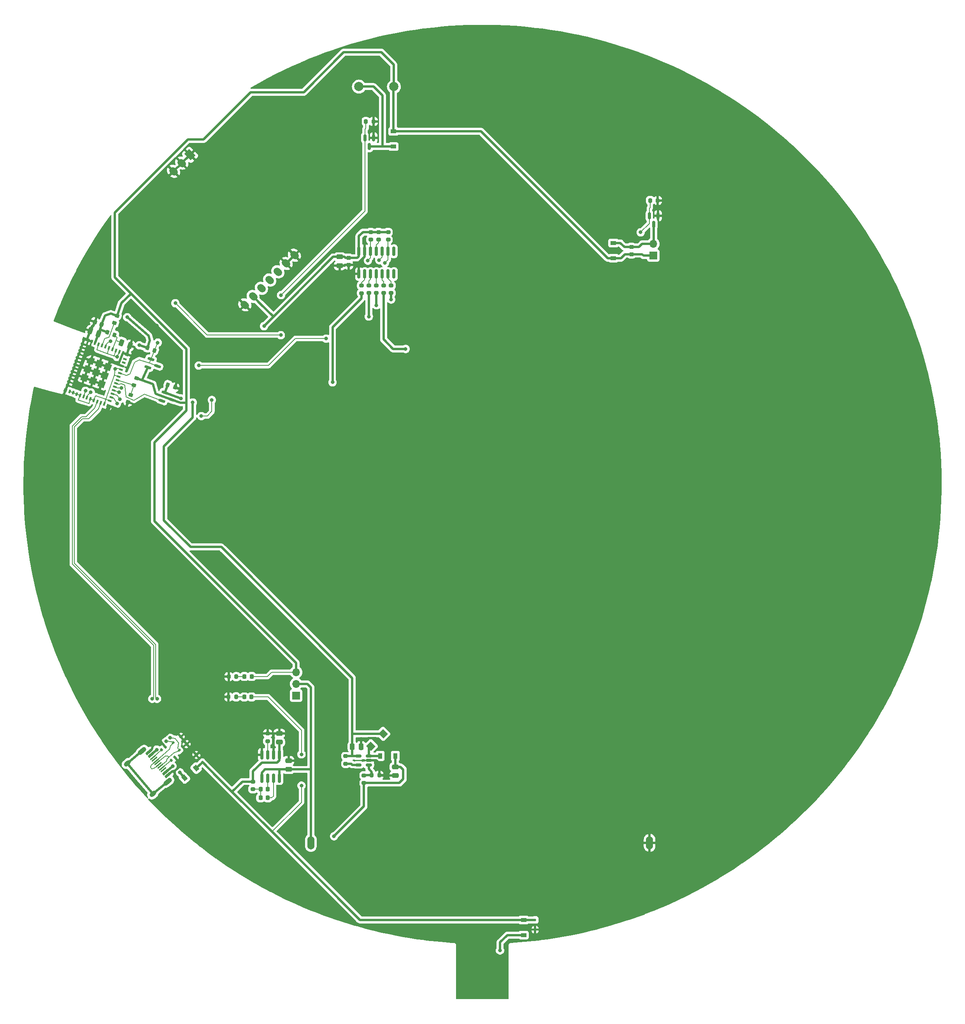
<source format=gbl>
G04 #@! TF.GenerationSoftware,KiCad,Pcbnew,6.0.11-2627ca5db0~126~ubuntu20.04.1*
G04 #@! TF.CreationDate,2023-02-06T16:11:19+01:00*
G04 #@! TF.ProjectId,Semafor,53656d61-666f-4722-9e6b-696361645f70,rev?*
G04 #@! TF.SameCoordinates,Original*
G04 #@! TF.FileFunction,Copper,L2,Bot*
G04 #@! TF.FilePolarity,Positive*
%FSLAX46Y46*%
G04 Gerber Fmt 4.6, Leading zero omitted, Abs format (unit mm)*
G04 Created by KiCad (PCBNEW 6.0.11-2627ca5db0~126~ubuntu20.04.1) date 2023-02-06 16:11:19*
%MOMM*%
%LPD*%
G01*
G04 APERTURE LIST*
G04 Aperture macros list*
%AMRoundRect*
0 Rectangle with rounded corners*
0 $1 Rounding radius*
0 $2 $3 $4 $5 $6 $7 $8 $9 X,Y pos of 4 corners*
0 Add a 4 corners polygon primitive as box body*
4,1,4,$2,$3,$4,$5,$6,$7,$8,$9,$2,$3,0*
0 Add four circle primitives for the rounded corners*
1,1,$1+$1,$2,$3*
1,1,$1+$1,$4,$5*
1,1,$1+$1,$6,$7*
1,1,$1+$1,$8,$9*
0 Add four rect primitives between the rounded corners*
20,1,$1+$1,$2,$3,$4,$5,0*
20,1,$1+$1,$4,$5,$6,$7,0*
20,1,$1+$1,$6,$7,$8,$9,0*
20,1,$1+$1,$8,$9,$2,$3,0*%
%AMHorizOval*
0 Thick line with rounded ends*
0 $1 width*
0 $2 $3 position (X,Y) of the first rounded end (center of the circle)*
0 $4 $5 position (X,Y) of the second rounded end (center of the circle)*
0 Add line between two ends*
20,1,$1,$2,$3,$4,$5,0*
0 Add two circle primitives to create the rounded ends*
1,1,$1,$2,$3*
1,1,$1,$4,$5*%
%AMRotRect*
0 Rectangle, with rotation*
0 The origin of the aperture is its center*
0 $1 length*
0 $2 width*
0 $3 Rotation angle, in degrees counterclockwise*
0 Add horizontal line*
21,1,$1,$2,0,0,$3*%
%AMOutline5P*
0 Free polygon, 5 corners , with rotation*
0 The origin of the aperture is its center*
0 number of corners: always 5*
0 $1 to $10 corner X, Y*
0 $11 Rotation angle, in degrees counterclockwise*
0 create outline with 5 corners*
4,1,5,$1,$2,$3,$4,$5,$6,$7,$8,$9,$10,$1,$2,$11*%
%AMOutline6P*
0 Free polygon, 6 corners , with rotation*
0 The origin of the aperture is its center*
0 number of corners: always 6*
0 $1 to $12 corner X, Y*
0 $13 Rotation angle, in degrees counterclockwise*
0 create outline with 6 corners*
4,1,6,$1,$2,$3,$4,$5,$6,$7,$8,$9,$10,$11,$12,$1,$2,$13*%
%AMOutline7P*
0 Free polygon, 7 corners , with rotation*
0 The origin of the aperture is its center*
0 number of corners: always 7*
0 $1 to $14 corner X, Y*
0 $15 Rotation angle, in degrees counterclockwise*
0 create outline with 7 corners*
4,1,7,$1,$2,$3,$4,$5,$6,$7,$8,$9,$10,$11,$12,$13,$14,$1,$2,$15*%
%AMOutline8P*
0 Free polygon, 8 corners , with rotation*
0 The origin of the aperture is its center*
0 number of corners: always 8*
0 $1 to $16 corner X, Y*
0 $17 Rotation angle, in degrees counterclockwise*
0 create outline with 8 corners*
4,1,8,$1,$2,$3,$4,$5,$6,$7,$8,$9,$10,$11,$12,$13,$14,$15,$16,$1,$2,$17*%
G04 Aperture macros list end*
G04 #@! TA.AperFunction,ComponentPad*
%ADD10R,1.700000X1.700000*%
G04 #@! TD*
G04 #@! TA.AperFunction,ComponentPad*
%ADD11O,1.700000X1.700000*%
G04 #@! TD*
G04 #@! TA.AperFunction,ComponentPad*
%ADD12C,2.000000*%
G04 #@! TD*
G04 #@! TA.AperFunction,SMDPad,CuDef*
%ADD13RoundRect,0.200000X-0.275000X0.200000X-0.275000X-0.200000X0.275000X-0.200000X0.275000X0.200000X0*%
G04 #@! TD*
G04 #@! TA.AperFunction,SMDPad,CuDef*
%ADD14R,0.900000X1.200000*%
G04 #@! TD*
G04 #@! TA.AperFunction,ComponentPad*
%ADD15HorizOval,1.500000X-0.176777X0.176777X0.176777X-0.176777X0*%
G04 #@! TD*
G04 #@! TA.AperFunction,ComponentPad*
%ADD16RotRect,1.500000X2.000000X45.000000*%
G04 #@! TD*
G04 #@! TA.AperFunction,SMDPad,CuDef*
%ADD17R,1.200000X0.900000*%
G04 #@! TD*
G04 #@! TA.AperFunction,SMDPad,CuDef*
%ADD18RotRect,0.600000X0.450000X310.000000*%
G04 #@! TD*
G04 #@! TA.AperFunction,SMDPad,CuDef*
%ADD19RoundRect,0.225000X0.296936X0.157969X-0.125926X0.311878X-0.296936X-0.157969X0.125926X-0.311878X0*%
G04 #@! TD*
G04 #@! TA.AperFunction,SMDPad,CuDef*
%ADD20RoundRect,0.200000X-0.200000X-0.275000X0.200000X-0.275000X0.200000X0.275000X-0.200000X0.275000X0*%
G04 #@! TD*
G04 #@! TA.AperFunction,SMDPad,CuDef*
%ADD21RoundRect,0.250000X-0.397383X-0.360849X0.072464X-0.531859X0.397383X0.360849X-0.072464X0.531859X0*%
G04 #@! TD*
G04 #@! TA.AperFunction,SMDPad,CuDef*
%ADD22RoundRect,0.218750X-0.218750X-0.256250X0.218750X-0.256250X0.218750X0.256250X-0.218750X0.256250X0*%
G04 #@! TD*
G04 #@! TA.AperFunction,SMDPad,CuDef*
%ADD23RoundRect,0.150000X-0.150000X0.587500X-0.150000X-0.587500X0.150000X-0.587500X0.150000X0.587500X0*%
G04 #@! TD*
G04 #@! TA.AperFunction,SMDPad,CuDef*
%ADD24RoundRect,0.150000X-0.603372X0.059983X0.500766X-0.341891X0.603372X-0.059983X-0.500766X0.341891X0*%
G04 #@! TD*
G04 #@! TA.AperFunction,SMDPad,CuDef*
%ADD25RoundRect,0.200000X0.275000X-0.200000X0.275000X0.200000X-0.275000X0.200000X-0.275000X-0.200000X0*%
G04 #@! TD*
G04 #@! TA.AperFunction,SMDPad,CuDef*
%ADD26RoundRect,0.250000X0.397383X0.360849X-0.072464X0.531859X-0.397383X-0.360849X0.072464X-0.531859X0*%
G04 #@! TD*
G04 #@! TA.AperFunction,SMDPad,CuDef*
%ADD27RotRect,0.600000X0.450000X220.000000*%
G04 #@! TD*
G04 #@! TA.AperFunction,SMDPad,CuDef*
%ADD28RoundRect,0.250000X-0.475000X0.250000X-0.475000X-0.250000X0.475000X-0.250000X0.475000X0.250000X0*%
G04 #@! TD*
G04 #@! TA.AperFunction,SMDPad,CuDef*
%ADD29RoundRect,0.200000X-0.281994X-0.190011X0.093883X-0.326819X0.281994X0.190011X-0.093883X0.326819X0*%
G04 #@! TD*
G04 #@! TA.AperFunction,SMDPad,CuDef*
%ADD30RoundRect,0.218750X0.218750X0.256250X-0.218750X0.256250X-0.218750X-0.256250X0.218750X-0.256250X0*%
G04 #@! TD*
G04 #@! TA.AperFunction,SMDPad,CuDef*
%ADD31RotRect,0.600000X1.450000X130.000000*%
G04 #@! TD*
G04 #@! TA.AperFunction,SMDPad,CuDef*
%ADD32RotRect,0.300000X1.450000X130.000000*%
G04 #@! TD*
G04 #@! TA.AperFunction,ComponentPad*
%ADD33HorizOval,1.000000X0.229813X0.192836X-0.229813X-0.192836X0*%
G04 #@! TD*
G04 #@! TA.AperFunction,ComponentPad*
%ADD34HorizOval,1.000000X0.421324X0.353533X-0.421324X-0.353533X0*%
G04 #@! TD*
G04 #@! TA.AperFunction,ComponentPad*
%ADD35O,1.524000X2.900000*%
G04 #@! TD*
G04 #@! TA.AperFunction,SMDPad,CuDef*
%ADD36RoundRect,0.200000X0.200000X0.275000X-0.200000X0.275000X-0.200000X-0.275000X0.200000X-0.275000X0*%
G04 #@! TD*
G04 #@! TA.AperFunction,SMDPad,CuDef*
%ADD37RoundRect,0.200000X-0.190011X0.281994X-0.326819X-0.093883X0.190011X-0.281994X0.326819X0.093883X0*%
G04 #@! TD*
G04 #@! TA.AperFunction,SMDPad,CuDef*
%ADD38R,0.450000X0.600000*%
G04 #@! TD*
G04 #@! TA.AperFunction,SMDPad,CuDef*
%ADD39RoundRect,0.150000X-0.150000X0.825000X-0.150000X-0.825000X0.150000X-0.825000X0.150000X0.825000X0*%
G04 #@! TD*
G04 #@! TA.AperFunction,SMDPad,CuDef*
%ADD40RoundRect,0.225000X-0.250000X0.225000X-0.250000X-0.225000X0.250000X-0.225000X0.250000X0.225000X0*%
G04 #@! TD*
G04 #@! TA.AperFunction,SMDPad,CuDef*
%ADD41RotRect,0.800000X0.400000X250.000000*%
G04 #@! TD*
G04 #@! TA.AperFunction,SMDPad,CuDef*
%ADD42RotRect,0.800000X0.400000X160.000000*%
G04 #@! TD*
G04 #@! TA.AperFunction,SMDPad,CuDef*
%ADD43RotRect,1.450000X1.450000X250.000000*%
G04 #@! TD*
G04 #@! TA.AperFunction,SMDPad,CuDef*
%ADD44Outline5P,-0.725000X0.725000X0.725000X0.725000X0.725000X-0.725000X-0.125004X-0.725000X-0.725000X-0.125004X250.000000*%
G04 #@! TD*
G04 #@! TA.AperFunction,SMDPad,CuDef*
%ADD45RotRect,0.700000X0.700000X250.000000*%
G04 #@! TD*
G04 #@! TA.AperFunction,SMDPad,CuDef*
%ADD46RoundRect,0.135000X0.015500X-0.228495X0.222332X-0.054942X-0.015500X0.228495X-0.222332X0.054942X0*%
G04 #@! TD*
G04 #@! TA.AperFunction,SMDPad,CuDef*
%ADD47RoundRect,0.250000X0.475000X-0.250000X0.475000X0.250000X-0.475000X0.250000X-0.475000X-0.250000X0*%
G04 #@! TD*
G04 #@! TA.AperFunction,SMDPad,CuDef*
%ADD48RoundRect,0.225000X0.250000X-0.225000X0.250000X0.225000X-0.250000X0.225000X-0.250000X-0.225000X0*%
G04 #@! TD*
G04 #@! TA.AperFunction,SMDPad,CuDef*
%ADD49RoundRect,0.150000X0.512500X0.150000X-0.512500X0.150000X-0.512500X-0.150000X0.512500X-0.150000X0*%
G04 #@! TD*
G04 #@! TA.AperFunction,SMDPad,CuDef*
%ADD50RoundRect,0.162500X-0.162500X0.825000X-0.162500X-0.825000X0.162500X-0.825000X0.162500X0.825000X0*%
G04 #@! TD*
G04 #@! TA.AperFunction,SMDPad,CuDef*
%ADD51RoundRect,0.250000X-0.250000X-0.475000X0.250000X-0.475000X0.250000X0.475000X-0.250000X0.475000X0*%
G04 #@! TD*
G04 #@! TA.AperFunction,SMDPad,CuDef*
%ADD52RotRect,0.900000X1.200000X220.000000*%
G04 #@! TD*
G04 #@! TA.AperFunction,SMDPad,CuDef*
%ADD53RotRect,1.500000X1.400000X135.000000*%
G04 #@! TD*
G04 #@! TA.AperFunction,ViaPad*
%ADD54C,0.800000*%
G04 #@! TD*
G04 #@! TA.AperFunction,Conductor*
%ADD55C,0.500000*%
G04 #@! TD*
G04 #@! TA.AperFunction,Conductor*
%ADD56C,0.200000*%
G04 #@! TD*
G04 APERTURE END LIST*
D10*
G04 #@! TO.P,SW6,1,A*
G04 #@! TO.N,unconnected-(SW6-Pad1)*
X-140575000Y54500000D03*
D11*
G04 #@! TO.P,SW6,2,B*
G04 #@! TO.N,Net-(BT1-Pad1)*
X-140575000Y57040000D03*
G04 #@! TO.P,SW6,3,C*
G04 #@! TO.N,+3V3*
X-140575000Y59580000D03*
G04 #@! TD*
D12*
G04 #@! TO.P,BZ1,1,-*
G04 #@! TO.N,+3V3*
X-119290000Y186875000D03*
G04 #@! TO.P,BZ1,2,+*
G04 #@! TO.N,Net-(BZ1-Pad2)*
X-126910000Y186875000D03*
G04 #@! TD*
D13*
G04 #@! TO.P,R17,1*
G04 #@! TO.N,3V3_SWITCHED*
X-124340000Y155260000D03*
G04 #@! TO.P,R17,2*
G04 #@! TO.N,SDA*
X-124340000Y153610000D03*
G04 #@! TD*
G04 #@! TO.P,R18,1*
G04 #@! TO.N,3V3_SWITCHED*
X-120540000Y155235000D03*
G04 #@! TO.P,R18,2*
G04 #@! TO.N,SCL*
X-120540000Y153585000D03*
G04 #@! TD*
D14*
G04 #@! TO.P,D17,1,K*
G04 #@! TO.N,PWR_LED*
X-118975000Y41375000D03*
G04 #@! TO.P,D17,2,A*
G04 #@! TO.N,Net-(D17-Pad2)*
X-122275000Y41375000D03*
G04 #@! TD*
D15*
G04 #@! TO.P,U4,1,M0*
G04 #@! TO.N,GND*
X-140944584Y150220892D03*
G04 #@! TO.P,U4,2,M1*
X-142740636Y148424841D03*
G04 #@! TO.P,U4,3,RXD*
G04 #@! TO.N,RX_LoRa*
X-144536687Y146628789D03*
G04 #@! TO.P,U4,4,TXD*
G04 #@! TO.N,TX_LoRa*
X-146332738Y144832738D03*
G04 #@! TO.P,U4,5,AUX*
G04 #@! TO.N,unconnected-(U4-Pad5)*
X-148128789Y143036687D03*
G04 #@! TO.P,U4,6,VCC*
G04 #@! TO.N,3V3_SWITCHED*
X-149924841Y141240636D03*
G04 #@! TO.P,U4,7,GND*
G04 #@! TO.N,GND*
X-151720892Y139444584D03*
G04 #@! TO.P,U4,8,GND*
X-167248957Y168464247D03*
G04 #@! TO.P,U4,9,GND*
X-165452905Y170260298D03*
D16*
G04 #@! TO.P,U4,10,GND*
X-163656854Y172056349D03*
G04 #@! TD*
D17*
G04 #@! TO.P,D23,1,K*
G04 #@! TO.N,+5V*
X-91050000Y5725000D03*
G04 #@! TO.P,D23,2,A*
G04 #@! TO.N,Net-(D23-Pad2)*
X-91050000Y2425000D03*
G04 #@! TD*
D18*
G04 #@! TO.P,D18,1,A1*
G04 #@! TO.N,GND*
X-162274927Y41604347D03*
G04 #@! TO.P,D18,2,A2*
G04 #@! TO.N,+5V*
X-160925073Y39995653D03*
G04 #@! TD*
D19*
G04 #@! TO.P,C9,1*
G04 #@! TO.N,+3V3*
X-182921738Y135184934D03*
G04 #@! TO.P,C9,2*
G04 #@! TO.N,GND*
X-184378262Y135715066D03*
G04 #@! TD*
D20*
G04 #@! TO.P,R15,1*
G04 #@! TO.N,MOTOR*
X-63525000Y162125000D03*
G04 #@! TO.P,R15,2*
G04 #@! TO.N,GND*
X-61875000Y162125000D03*
G04 #@! TD*
D13*
G04 #@! TO.P,R16,1*
G04 #@! TO.N,3V3_SWITCHED*
X-122640000Y155235000D03*
G04 #@! TO.P,R16,2*
G04 #@! TO.N,Net-(R16-Pad2)*
X-122640000Y153585000D03*
G04 #@! TD*
G04 #@! TO.P,R23,1*
G04 #@! TO.N,Net-(R23-Pad1)*
X-121540000Y143635000D03*
G04 #@! TO.P,R23,2*
G04 #@! TO.N,Net-(BTN4_RIGHT1-Pad1)*
X-121540000Y141985000D03*
G04 #@! TD*
D21*
G04 #@! TO.P,C2,1*
G04 #@! TO.N,Net-(C2-Pad1)*
X-178542708Y131224919D03*
G04 #@! TO.P,C2,2*
G04 #@! TO.N,GND*
X-176757292Y130575081D03*
G04 #@! TD*
D22*
G04 #@! TO.P,D16,1,K*
G04 #@! TO.N,Net-(D16-Pad1)*
X-151818750Y58650000D03*
G04 #@! TO.P,D16,2,A*
G04 #@! TO.N,+3V3*
X-150243750Y58650000D03*
G04 #@! TD*
D23*
G04 #@! TO.P,Q4,1,G*
G04 #@! TO.N,MOTOR*
X-63700000Y158787500D03*
G04 #@! TO.P,Q4,2,S*
G04 #@! TO.N,GND*
X-61800000Y158787500D03*
G04 #@! TO.P,Q4,3,D*
G04 #@! TO.N,Net-(C25-Pad2)*
X-62750000Y156912500D03*
G04 #@! TD*
D24*
G04 #@! TO.P,Q1,1,G*
G04 #@! TO.N,+3V3*
X-172805881Y125877936D03*
G04 #@! TO.P,Q1,2,S*
G04 #@! TO.N,DATA_LED*
X-172156043Y127663352D03*
G04 #@! TO.P,Q1,3,D*
X-170719038Y126129356D03*
G04 #@! TD*
D25*
G04 #@! TO.P,R8,1*
G04 #@! TO.N,Net-(R8-Pad1)*
X-146765000Y44612500D03*
G04 #@! TO.P,R8,2*
G04 #@! TO.N,GND*
X-146765000Y46262500D03*
G04 #@! TD*
D26*
G04 #@! TO.P,C8,1*
G04 #@! TO.N,+3V3*
X-183557292Y133125081D03*
G04 #@! TO.P,C8,2*
G04 #@! TO.N,GND*
X-185342708Y133774919D03*
G04 #@! TD*
D13*
G04 #@! TO.P,R22,1*
G04 #@! TO.N,Net-(R22-Pad1)*
X-124740000Y143635000D03*
G04 #@! TO.P,R22,2*
G04 #@! TO.N,Net-(BTN2_UP1-Pad1)*
X-124740000Y141985000D03*
G04 #@! TD*
D27*
G04 #@! TO.P,D19,1,A1*
G04 #@! TO.N,GND*
X-165695653Y45549927D03*
G04 #@! TO.P,D19,2,A2*
G04 #@! TO.N,D+*
X-167304347Y44200073D03*
G04 #@! TD*
D28*
G04 #@! TO.P,C14,1*
G04 #@! TO.N,PWR_LED*
X-119000000Y39000000D03*
G04 #@! TO.P,C14,2*
G04 #@! TO.N,GND*
X-119000000Y37100000D03*
G04 #@! TD*
D29*
G04 #@! TO.P,R25,1*
G04 #@! TO.N,3V3_SWITCHED*
X-168475246Y122082167D03*
G04 #@! TO.P,R25,2*
G04 #@! TO.N,GND*
X-166924754Y121517833D03*
G04 #@! TD*
D30*
G04 #@! TO.P,D14,1,K*
G04 #@! TO.N,Net-(D14-Pad1)*
X-146740000Y34137500D03*
G04 #@! TO.P,D14,2,A*
G04 #@! TO.N,Net-(D13-Pad2)*
X-148315000Y34137500D03*
G04 #@! TD*
D25*
G04 #@! TO.P,R9,1*
G04 #@! TO.N,PWR_LED*
X-125800000Y35500000D03*
G04 #@! TO.P,R9,2*
G04 #@! TO.N,Net-(R10-Pad1)*
X-125800000Y37150000D03*
G04 #@! TD*
D31*
G04 #@! TO.P,J1,A1,GND*
G04 #@! TO.N,GND*
X-168512290Y37210431D03*
G04 #@! TO.P,J1,A4,VBUS*
G04 #@! TO.N,Net-(D24-Pad2)*
X-169026521Y37823267D03*
D32*
G04 #@! TO.P,J1,A5,CC1*
G04 #@! TO.N,Net-(J1-PadA5)*
X-169797866Y38742520D03*
G04 #@! TO.P,J1,A6,D+*
G04 #@! TO.N,D+*
X-170440653Y39508565D03*
G04 #@! TO.P,J1,A7,D-*
G04 #@! TO.N,D-*
X-170762047Y39891587D03*
G04 #@! TO.P,J1,A8,SBU1*
G04 #@! TO.N,unconnected-(J1-PadA8)*
X-171404835Y40657631D03*
D31*
G04 #@! TO.P,J1,A9,VBUS*
G04 #@! TO.N,Net-(D24-Pad2)*
X-172176180Y41576885D03*
G04 #@! TO.P,J1,A12,GND*
G04 #@! TO.N,GND*
X-172690410Y42189720D03*
G04 #@! TO.P,J1,B1,GND*
X-172690410Y42189720D03*
G04 #@! TO.P,J1,B4,VBUS*
G04 #@! TO.N,Net-(D24-Pad2)*
X-172176180Y41576885D03*
D32*
G04 #@! TO.P,J1,B5,CC2*
G04 #@! TO.N,Net-(J1-PadB5)*
X-171726229Y41040654D03*
G04 #@! TO.P,J1,B6,D+*
G04 #@! TO.N,D+*
X-171083441Y40274609D03*
G04 #@! TO.P,J1,B7,D-*
G04 #@! TO.N,D-*
X-170119260Y39125543D03*
G04 #@! TO.P,J1,B8,SBU2*
G04 #@! TO.N,unconnected-(J1-PadB8)*
X-169476472Y38359498D03*
D31*
G04 #@! TO.P,J1,B9,VBUS*
G04 #@! TO.N,Net-(D24-Pad2)*
X-169026521Y37823267D03*
G04 #@! TO.P,J1,B12,GND*
G04 #@! TO.N,GND*
X-168512290Y37210431D03*
D33*
G04 #@! TO.P,J1,S1,SHIELD*
G04 #@! TO.N,unconnected-(J1-PadS1)*
X-177281189Y39734385D03*
D34*
X-168525438Y35802613D03*
D33*
X-171727504Y33115761D03*
D34*
X-174079123Y42421237D03*
G04 #@! TD*
D35*
G04 #@! TO.P,BT1,1,+*
G04 #@! TO.N,Net-(BT1-Pad1)*
X-137350000Y22500000D03*
G04 #@! TO.P,BT1,2,-*
G04 #@! TO.N,GND*
X-63650000Y22500000D03*
G04 #@! TD*
D30*
G04 #@! TO.P,D13,1,K*
G04 #@! TO.N,Net-(D13-Pad1)*
X-146727500Y32287500D03*
G04 #@! TO.P,D13,2,A*
G04 #@! TO.N,Net-(D13-Pad2)*
X-148302500Y32287500D03*
G04 #@! TD*
D36*
G04 #@! TO.P,R11,1*
G04 #@! TO.N,Net-(D15-Pad1)*
X-153631250Y54225000D03*
G04 #@! TO.P,R11,2*
G04 #@! TO.N,GND*
X-155281250Y54225000D03*
G04 #@! TD*
D17*
G04 #@! TO.P,D21,1,K*
G04 #@! TO.N,+3V3*
X-119375000Y177150000D03*
G04 #@! TO.P,D21,2,A*
G04 #@! TO.N,Net-(BZ1-Pad2)*
X-119375000Y173850000D03*
G04 #@! TD*
D20*
G04 #@! TO.P,R14,1*
G04 #@! TO.N,PIEZO*
X-125375000Y179300000D03*
G04 #@! TO.P,R14,2*
G04 #@! TO.N,GND*
X-123725000Y179300000D03*
G04 #@! TD*
D37*
G04 #@! TO.P,R1,1*
G04 #@! TO.N,+3V3*
X-175317833Y123500246D03*
G04 #@! TO.P,R1,2*
G04 #@! TO.N,U_BAT_ADC*
X-175882167Y121949754D03*
G04 #@! TD*
D38*
G04 #@! TO.P,D25,1,A1*
G04 #@! TO.N,GND*
X-88575000Y3625000D03*
G04 #@! TO.P,D25,2,A2*
G04 #@! TO.N,+5V*
X-88575000Y5725000D03*
G04 #@! TD*
D39*
G04 #@! TO.P,U5,1,VDD*
G04 #@! TO.N,3V3_SWITCHED*
X-126900000Y151085000D03*
G04 #@! TO.P,U5,2,MODE*
G04 #@! TO.N,GND*
X-125630000Y151085000D03*
G04 #@! TO.P,U5,3,SDA/OUT0*
G04 #@! TO.N,SDA*
X-124360000Y151085000D03*
G04 #@! TO.P,U5,4,~{RESET}*
G04 #@! TO.N,Net-(R16-Pad2)*
X-123090000Y151085000D03*
G04 #@! TO.P,U5,5,~{CHANGE}/OUT4*
G04 #@! TO.N,CHANGE_OF_CAP_BUT*
X-121820000Y151085000D03*
G04 #@! TO.P,U5,6,SCL/OUT3*
G04 #@! TO.N,SCL*
X-120550000Y151085000D03*
G04 #@! TO.P,U5,7,OUT2/KEY6*
G04 #@! TO.N,unconnected-(U5-Pad7)*
X-119280000Y151085000D03*
G04 #@! TO.P,U5,8,OUT1/KEY5*
G04 #@! TO.N,unconnected-(U5-Pad8)*
X-119280000Y146135000D03*
G04 #@! TO.P,U5,9,KEY4*
G04 #@! TO.N,Net-(R21-Pad2)*
X-120550000Y146135000D03*
G04 #@! TO.P,U5,10,KEY3*
G04 #@! TO.N,Net-(R23-Pad1)*
X-121820000Y146135000D03*
G04 #@! TO.P,U5,11,KEY2*
G04 #@! TO.N,Net-(R20-Pad1)*
X-123090000Y146135000D03*
G04 #@! TO.P,U5,12,KEY1*
G04 #@! TO.N,Net-(R22-Pad1)*
X-124360000Y146135000D03*
G04 #@! TO.P,U5,13,KEY0*
G04 #@! TO.N,Net-(R19-Pad1)*
X-125630000Y146135000D03*
G04 #@! TO.P,U5,14,VSS*
G04 #@! TO.N,GND*
X-126900000Y146135000D03*
G04 #@! TD*
D40*
G04 #@! TO.P,C4,1*
G04 #@! TO.N,3V3_SWITCHED*
X-129140000Y149634286D03*
G04 #@! TO.P,C4,2*
G04 #@! TO.N,GND*
X-129140000Y148084286D03*
G04 #@! TD*
D41*
G04 #@! TO.P,U1,1,GND*
G04 #@! TO.N,GND*
X-185803682Y131688812D03*
G04 #@! TO.P,U1,2,GND*
X-185051928Y131415196D03*
G04 #@! TO.P,U1,3,3V3*
G04 #@! TO.N,+3V3*
X-184300173Y131141580D03*
G04 #@! TO.P,U1,4,NC*
G04 #@! TO.N,unconnected-(U1-Pad10)*
X-183548419Y130867964D03*
G04 #@! TO.P,U1,5,IO2*
G04 #@! TO.N,Net-(R24-Pad2)*
X-182796665Y130594348D03*
G04 #@! TO.P,U1,6,IO3*
G04 #@! TO.N,CHANGE_OF_CAP_BUT*
X-182044911Y130320731D03*
G04 #@! TO.P,U1,7,NC*
G04 #@! TO.N,unconnected-(U1-Pad10)*
X-181293157Y130047115D03*
G04 #@! TO.P,U1,8,EN*
G04 #@! TO.N,Net-(C2-Pad1)*
X-180541403Y129773499D03*
G04 #@! TO.P,U1,9,NC*
G04 #@! TO.N,unconnected-(U1-Pad10)*
X-179789649Y129499883D03*
G04 #@! TO.P,U1,10,NC*
X-179037895Y129226267D03*
G04 #@! TO.P,U1,11,GND*
G04 #@! TO.N,GND*
X-178286141Y128952651D03*
D42*
G04 #@! TO.P,U1,12,IO0*
G04 #@! TO.N,unconnected-(U1-Pad12)*
X-177816639Y127611171D03*
G04 #@! TO.P,U1,13,IO1*
G04 #@! TO.N,unconnected-(U1-Pad13)*
X-178090256Y126859417D03*
G04 #@! TO.P,U1,14,GND*
G04 #@! TO.N,GND*
X-178363872Y126107663D03*
G04 #@! TO.P,U1,15,NC*
G04 #@! TO.N,unconnected-(U1-Pad10)*
X-178637488Y125355909D03*
G04 #@! TO.P,U1,16,IO10*
G04 #@! TO.N,DATA_LED*
X-178911104Y124604154D03*
G04 #@! TO.P,U1,17,NC*
G04 #@! TO.N,unconnected-(U1-Pad10)*
X-179184720Y123852400D03*
G04 #@! TO.P,U1,18,IO4*
G04 #@! TO.N,U_BAT_ADC*
X-179458336Y123100646D03*
G04 #@! TO.P,U1,19,IO5*
G04 #@! TO.N,Net-(Q2-Pad1)*
X-179731952Y122348892D03*
G04 #@! TO.P,U1,20,IO6*
G04 #@! TO.N,MOTOR*
X-180005568Y121597138D03*
G04 #@! TO.P,U1,21,IO7*
G04 #@! TO.N,PIEZO*
X-180279185Y120845384D03*
G04 #@! TO.P,U1,22,IO8*
G04 #@! TO.N,SCL*
X-180552801Y120093630D03*
G04 #@! TO.P,U1,23,IO9*
G04 #@! TO.N,SDA*
X-180826417Y119341876D03*
G04 #@! TO.P,U1,24,NC*
G04 #@! TO.N,unconnected-(U1-Pad10)*
X-181100033Y118590122D03*
D41*
G04 #@! TO.P,U1,25,NC*
X-182321978Y117864278D03*
G04 #@! TO.P,U1,26,IO18*
G04 #@! TO.N,D-*
X-183073732Y118137894D03*
G04 #@! TO.P,U1,27,IO19*
G04 #@! TO.N,D+*
X-183825487Y118411510D03*
G04 #@! TO.P,U1,28,NC*
G04 #@! TO.N,unconnected-(U1-Pad10)*
X-184577241Y118685126D03*
G04 #@! TO.P,U1,29,NC*
X-185328995Y118958742D03*
G04 #@! TO.P,U1,30,RXD0*
G04 #@! TO.N,TX_LoRa*
X-186080749Y119232359D03*
G04 #@! TO.P,U1,31,TXD0*
G04 #@! TO.N,RX_LoRa*
X-186832503Y119505975D03*
G04 #@! TO.P,U1,32,NC*
G04 #@! TO.N,unconnected-(U1-Pad10)*
X-187584257Y119779591D03*
G04 #@! TO.P,U1,33,NC*
X-188336011Y120053207D03*
G04 #@! TO.P,U1,34,NC*
X-189087765Y120326823D03*
G04 #@! TO.P,U1,35,NC*
X-189839519Y120600439D03*
D42*
G04 #@! TO.P,U1,36,GND*
G04 #@! TO.N,GND*
X-190309021Y121941919D03*
G04 #@! TO.P,U1,37,GND*
X-190035404Y122693673D03*
G04 #@! TO.P,U1,38,GND*
X-189761788Y123445427D03*
G04 #@! TO.P,U1,39,GND*
X-189488172Y124197181D03*
G04 #@! TO.P,U1,40,GND*
X-189214556Y124948936D03*
G04 #@! TO.P,U1,41,GND*
X-188940940Y125700690D03*
G04 #@! TO.P,U1,42,GND*
X-188667324Y126452444D03*
G04 #@! TO.P,U1,43,GND*
X-188393708Y127204198D03*
G04 #@! TO.P,U1,44,GND*
X-188120092Y127955952D03*
G04 #@! TO.P,U1,45,GND*
X-187846475Y128707706D03*
G04 #@! TO.P,U1,46,GND*
X-187572859Y129459460D03*
G04 #@! TO.P,U1,47,GND*
X-187299243Y130211214D03*
G04 #@! TO.P,U1,48,GND*
X-187025627Y130962968D03*
D43*
G04 #@! TO.P,U1,49,EPAD*
X-184062830Y124776545D03*
X-186594213Y123596142D03*
X-185918723Y125452035D03*
X-184738320Y122920652D03*
X-182882427Y122245162D03*
X-182206937Y124101055D03*
X-183387340Y126632438D03*
X-181531447Y125956948D03*
D44*
X-185243233Y127307928D03*
D45*
G04 #@! TO.P,U1,50,GND*
X-190749328Y120878374D03*
G04 #@! TO.P,U1,51,GND*
X-181446371Y117492374D03*
G04 #@! TO.P,U1,52,GND*
X-177376332Y128674716D03*
G04 #@! TO.P,U1,53,GND*
X-186679289Y132060716D03*
G04 #@! TD*
D29*
G04 #@! TO.P,R4,1*
G04 #@! TO.N,PWR_LED*
X-172950246Y130082167D03*
G04 #@! TO.P,R4,2*
G04 #@! TO.N,DATA_LED*
X-171399754Y129517833D03*
G04 #@! TD*
D28*
G04 #@! TO.P,C3,1*
G04 #@! TO.N,3V3_SWITCHED*
X-131090000Y149859286D03*
G04 #@! TO.P,C3,2*
G04 #@! TO.N,GND*
X-131090000Y147959286D03*
G04 #@! TD*
D13*
G04 #@! TO.P,R13,1*
G04 #@! TO.N,3V3_SWITCHED*
X-129775000Y41325000D03*
G04 #@! TO.P,R13,2*
G04 #@! TO.N,Net-(R13-Pad2)*
X-129775000Y39675000D03*
G04 #@! TD*
D20*
G04 #@! TO.P,R10,1*
G04 #@! TO.N,Net-(R10-Pad1)*
X-124125000Y37175000D03*
G04 #@! TO.P,R10,2*
G04 #@! TO.N,GND*
X-122475000Y37175000D03*
G04 #@! TD*
D23*
G04 #@! TO.P,Q3,1,G*
G04 #@! TO.N,PIEZO*
X-125600000Y175737500D03*
G04 #@! TO.P,Q3,2,S*
G04 #@! TO.N,GND*
X-123700000Y175737500D03*
G04 #@! TO.P,Q3,3,D*
G04 #@! TO.N,Net-(BZ1-Pad2)*
X-124650000Y173862500D03*
G04 #@! TD*
D46*
G04 #@! TO.P,R3,1*
G04 #@! TO.N,Net-(J1-PadB5)*
X-169840683Y42672178D03*
G04 #@! TO.P,R3,2*
G04 #@! TO.N,GND*
X-169059317Y43327822D03*
G04 #@! TD*
D47*
G04 #@! TO.P,C10,1*
G04 #@! TO.N,Net-(BT1-Pad1)*
X-142215000Y38437500D03*
G04 #@! TO.P,C10,2*
G04 #@! TO.N,GND*
X-142215000Y40337500D03*
G04 #@! TD*
D37*
G04 #@! TO.P,R7,1*
G04 #@! TO.N,U_BAT_ADC*
X-176542833Y119875246D03*
G04 #@! TO.P,R7,2*
G04 #@! TO.N,GND*
X-177107167Y118324754D03*
G04 #@! TD*
D48*
G04 #@! TO.P,C25,1*
G04 #@! TO.N,+3V3*
X-67600000Y150450000D03*
G04 #@! TO.P,C25,2*
G04 #@! TO.N,Net-(C25-Pad2)*
X-67600000Y152000000D03*
G04 #@! TD*
D47*
G04 #@! TO.P,C1,1*
G04 #@! TO.N,+5V*
X-144215000Y44387500D03*
G04 #@! TO.P,C1,2*
G04 #@! TO.N,GND*
X-144215000Y46287500D03*
G04 #@! TD*
D25*
G04 #@! TO.P,R21,1*
G04 #@! TO.N,Net-(BTN5_LEFT1-Pad1)*
X-119890000Y141985000D03*
G04 #@! TO.P,R21,2*
G04 #@! TO.N,Net-(R21-Pad2)*
X-119890000Y143635000D03*
G04 #@! TD*
D49*
G04 #@! TO.P,U3,1,SW*
G04 #@! TO.N,Net-(D17-Pad2)*
X-124762500Y41350000D03*
G04 #@! TO.P,U3,2,GND*
G04 #@! TO.N,GND*
X-124762500Y40400000D03*
G04 #@! TO.P,U3,3,FB*
G04 #@! TO.N,Net-(R10-Pad1)*
X-124762500Y39450000D03*
G04 #@! TO.P,U3,4,/SHDN*
G04 #@! TO.N,Net-(R13-Pad2)*
X-127037500Y39450000D03*
G04 #@! TO.P,U3,5,VIN*
G04 #@! TO.N,3V3_SWITCHED*
X-127037500Y41350000D03*
G04 #@! TD*
D50*
G04 #@! TO.P,U2,1,TEMP*
G04 #@! TO.N,GND*
X-148020000Y41625000D03*
G04 #@! TO.P,U2,2,ISET*
G04 #@! TO.N,Net-(R8-Pad1)*
X-146750000Y41625000D03*
G04 #@! TO.P,U2,3,GND*
G04 #@! TO.N,GND*
X-145480000Y41625000D03*
G04 #@! TO.P,U2,4,VIN*
G04 #@! TO.N,+5V*
X-144210000Y41625000D03*
G04 #@! TO.P,U2,5,BAT*
G04 #@! TO.N,Net-(BT1-Pad1)*
X-144210000Y36550000D03*
G04 #@! TO.P,U2,6,/DONE*
G04 #@! TO.N,Net-(D13-Pad1)*
X-145480000Y36550000D03*
G04 #@! TO.P,U2,7,/CHRG*
G04 #@! TO.N,Net-(D14-Pad1)*
X-146750000Y36550000D03*
G04 #@! TO.P,U2,8,FB*
G04 #@! TO.N,Net-(BT1-Pad1)*
X-148020000Y36550000D03*
G04 #@! TD*
D46*
G04 #@! TO.P,R2,1*
G04 #@! TO.N,Net-(J1-PadA5)*
X-167740683Y40422178D03*
G04 #@! TO.P,R2,2*
G04 #@! TO.N,GND*
X-166959317Y41077822D03*
G04 #@! TD*
D51*
G04 #@! TO.P,C13,1*
G04 #@! TO.N,3V3_SWITCHED*
X-128350000Y43375000D03*
G04 #@! TO.P,C13,2*
G04 #@! TO.N,GND*
X-126450000Y43375000D03*
G04 #@! TD*
D10*
G04 #@! TO.P,M1,1,+*
G04 #@! TO.N,+3V3*
X-62851190Y150150000D03*
D11*
G04 #@! TO.P,M1,2,-*
G04 #@! TO.N,Net-(C25-Pad2)*
X-62851190Y152690000D03*
G04 #@! TD*
D27*
G04 #@! TO.P,D20,1,A1*
G04 #@! TO.N,GND*
X-164395653Y43949927D03*
G04 #@! TO.P,D20,2,A2*
G04 #@! TO.N,D-*
X-166004347Y42600073D03*
G04 #@! TD*
D22*
G04 #@! TO.P,D15,1,K*
G04 #@! TO.N,Net-(D15-Pad1)*
X-151843750Y54200000D03*
G04 #@! TO.P,D15,2,A*
G04 #@! TO.N,+5V*
X-150268750Y54200000D03*
G04 #@! TD*
D29*
G04 #@! TO.P,R5,1*
G04 #@! TO.N,+3V3*
X-181625246Y133482167D03*
G04 #@! TO.P,R5,2*
G04 #@! TO.N,Net-(C2-Pad1)*
X-180074754Y132917833D03*
G04 #@! TD*
D36*
G04 #@! TO.P,R12,1*
G04 #@! TO.N,Net-(D16-Pad1)*
X-153581250Y58625000D03*
G04 #@! TO.P,R12,2*
G04 #@! TO.N,GND*
X-155231250Y58625000D03*
G04 #@! TD*
D13*
G04 #@! TO.P,R6,1*
G04 #@! TO.N,+5V*
X-149965000Y35812500D03*
G04 #@! TO.P,R6,2*
G04 #@! TO.N,Net-(D13-Pad2)*
X-149965000Y34162500D03*
G04 #@! TD*
D52*
G04 #@! TO.P,D24,1,K*
G04 #@! TO.N,+5V*
X-162336027Y38710600D03*
G04 #@! TO.P,D24,2,A*
G04 #@! TO.N,Net-(D24-Pad2)*
X-164863973Y36589400D03*
G04 #@! TD*
D24*
G04 #@! TO.P,Q2,1,G*
G04 #@! TO.N,Net-(Q2-Pad1)*
X-169755881Y118577936D03*
G04 #@! TO.P,Q2,2,S*
G04 #@! TO.N,3V3_SWITCHED*
X-169106043Y120363352D03*
G04 #@! TO.P,Q2,3,D*
G04 #@! TO.N,+3V3*
X-167669038Y118829356D03*
G04 #@! TD*
D37*
G04 #@! TO.P,R24,1*
G04 #@! TO.N,+3V3*
X-179517833Y137050246D03*
G04 #@! TO.P,R24,2*
G04 #@! TO.N,Net-(R24-Pad2)*
X-180082167Y135499754D03*
G04 #@! TD*
D53*
G04 #@! TO.P,L1,1,1*
G04 #@! TO.N,3V3_SWITCHED*
X-121631500Y46193500D03*
G04 #@! TO.P,L1,2,2*
G04 #@! TO.N,Net-(D17-Pad2)*
X-124318500Y43506500D03*
G04 #@! TD*
D13*
G04 #@! TO.P,R20,1*
G04 #@! TO.N,Net-(R20-Pad1)*
X-123140000Y143635000D03*
G04 #@! TO.P,R20,2*
G04 #@! TO.N,Net-(BTN3_DOWN1-Pad1)*
X-123140000Y141985000D03*
G04 #@! TD*
G04 #@! TO.P,R19,1*
G04 #@! TO.N,Net-(R19-Pad1)*
X-126340000Y143634286D03*
G04 #@! TO.P,R19,2*
G04 #@! TO.N,Net-(BTN1_ENTER1-Pad1)*
X-126340000Y141984286D03*
G04 #@! TD*
D17*
G04 #@! TO.P,D22,1,K*
G04 #@! TO.N,+3V3*
X-71525000Y149575000D03*
G04 #@! TO.P,D22,2,A*
G04 #@! TO.N,Net-(C25-Pad2)*
X-71525000Y152875000D03*
G04 #@! TD*
D54*
G04 #@! TO.N,GND*
X-63650000Y13200000D03*
X-175025000Y49125000D03*
X-183100000Y139350000D03*
X-59450000Y173550000D03*
X-132850000Y147950000D03*
X-126450000Y45050000D03*
X-170900000Y134950000D03*
X-182900000Y115850000D03*
X-140700000Y44700000D03*
X-88575000Y2400000D03*
X-183200000Y99750000D03*
X-151375000Y181675000D03*
X-183500000Y120400000D03*
X-176050000Y132450000D03*
G04 #@! TO.N,unconnected-(U1-Pad10)*
X-179550000Y128100000D03*
X-179950000Y125550000D03*
G04 #@! TO.N,DATA_LED*
X-170680000Y131230000D03*
G04 #@! TO.N,SDA*
X-179550000Y117950000D03*
X-161200000Y115250000D03*
X-158900000Y118750000D03*
X-124950000Y149050000D03*
G04 #@! TO.N,SCL*
X-121250000Y148550000D03*
X-178900000Y118950000D03*
G04 #@! TO.N,+5V*
X-139400000Y34925000D03*
X-139400000Y41725000D03*
G04 #@! TO.N,D+*
X-168850000Y44600000D03*
X-171875000Y53800000D03*
G04 #@! TO.N,D-*
X-170825000Y53800000D03*
X-168000000Y45350000D03*
G04 #@! TO.N,PWR_LED*
X-174700000Y130650000D03*
X-177312500Y136737500D03*
X-132325000Y23925000D03*
G04 #@! TO.N,TX_LoRa*
X-185250000Y120400000D03*
G04 #@! TO.N,RX_LoRa*
X-186400000Y120750000D03*
G04 #@! TO.N,PIEZO*
X-179100000Y120450000D03*
X-143850000Y141550000D03*
G04 #@! TO.N,MOTOR*
X-161750000Y126250000D03*
X-65600000Y155200000D03*
X-134050000Y132100000D03*
X-178550000Y121400000D03*
G04 #@! TO.N,Net-(BTN1_ENTER1-Pad1)*
X-132650000Y122600000D03*
G04 #@! TO.N,Net-(BTN2_UP1-Pad1)*
X-124750000Y136900000D03*
G04 #@! TO.N,Net-(BTN3_DOWN1-Pad1)*
X-123100000Y139350000D03*
G04 #@! TO.N,Net-(BTN4_RIGHT1-Pad1)*
X-116750000Y129850000D03*
G04 #@! TO.N,Net-(BTN5_LEFT1-Pad1)*
X-119900000Y140600000D03*
G04 #@! TO.N,Net-(D23-Pad2)*
X-96200000Y-900000D03*
G04 #@! TO.N,Net-(D24-Pad2)*
X-170900000Y42750000D03*
X-165850000Y37800000D03*
X-167450000Y39150000D03*
G04 #@! TO.N,3V3_SWITCHED*
X-147550000Y134800000D03*
X-165650000Y119100000D03*
X-163050000Y118200000D03*
G04 #@! TO.N,CHANGE_OF_CAP_BUT*
X-143900000Y132850000D03*
X-122500000Y149150000D03*
X-166850000Y139800000D03*
X-180950000Y131550000D03*
G04 #@! TD*
D55*
G04 #@! TO.N,GND*
X-184062830Y124776545D02*
X-183387340Y126632438D01*
X-169059317Y43327822D02*
X-170293925Y44793925D01*
X-175025000Y49125000D02*
X-170542056Y44642056D01*
X-151375000Y181675000D02*
X-149850000Y183200000D01*
X-170542056Y44642056D02*
X-170542056Y44592056D01*
X-177700000Y116875000D02*
X-178475000Y116425000D01*
D56*
X-155281250Y58575000D02*
X-155231250Y58625000D01*
D55*
X-63650000Y22500000D02*
X-63650000Y13200000D01*
X-186679289Y132060716D02*
X-186089704Y131810296D01*
X-125100000Y45050000D02*
X-124900000Y45250000D01*
X-142215000Y45687500D02*
X-142815000Y46287500D01*
X-168150000Y46550000D02*
X-168750000Y46050000D01*
X-165695653Y45549927D02*
X-166050000Y46000000D01*
X-165695653Y45549927D02*
X-164395653Y43949927D01*
X-181050007Y117349993D02*
X-181446371Y117492374D01*
X-188393708Y127204198D02*
X-188120092Y127955952D01*
D56*
X-155281250Y46306250D02*
X-155237500Y46262500D01*
D55*
X-185918723Y125452035D02*
X-185243233Y127307928D01*
X-166150000Y124000000D02*
X-169500000Y132200000D01*
X-61875000Y162125000D02*
X-61875000Y171125000D01*
X-120650000Y42650000D02*
X-120650000Y37100000D01*
X-120650000Y37100000D02*
X-122400000Y37100000D01*
X-162274927Y41604347D02*
X-162245653Y41604347D01*
X-185918723Y125452035D02*
X-186594213Y123596142D01*
X-185243233Y127307928D02*
X-183387340Y126632438D01*
X-151720892Y139444584D02*
X-164400000Y152123692D01*
X-185342708Y133774919D02*
X-186089704Y131810296D01*
X-148020000Y46220000D02*
X-148062500Y46262500D01*
X-188940940Y125700690D02*
X-188667324Y126452444D01*
X-183200000Y99750000D02*
X-182900000Y115850000D01*
X-123725000Y181050000D02*
X-123725000Y179300000D01*
X-189488172Y124197181D02*
X-189357153Y124557153D01*
X-126984286Y148084286D02*
X-126900000Y148000000D01*
X-61800000Y158787500D02*
X-61800000Y160825000D01*
X-142215000Y44715000D02*
X-140715000Y44715000D01*
X-182882427Y122245162D02*
X-183500000Y120400000D01*
X-61875000Y160900000D02*
X-61800000Y160825000D01*
X-61875000Y162125000D02*
X-61875000Y160900000D01*
X-164350000Y40400000D02*
X-164370000Y41770000D01*
X-126450000Y45050000D02*
X-126500000Y45050000D01*
X-180400000Y126850000D02*
X-180700000Y126950000D01*
X-146765000Y46262500D02*
X-145490000Y46262500D01*
X-168750000Y46050000D02*
X-170293925Y44793925D01*
X-145490000Y46262500D02*
X-144240000Y46262500D01*
X-164650000Y40100000D02*
X-164350000Y40400000D01*
X-164400000Y152123692D02*
X-164400000Y165615290D01*
X-184378262Y135715066D02*
X-183100000Y139350000D01*
X-148020000Y41625000D02*
X-148020000Y46220000D01*
X-145480000Y41625000D02*
X-145480000Y46252500D01*
X-126450000Y43375000D02*
X-126450000Y45000000D01*
X-131090000Y147959286D02*
X-130090714Y147959286D01*
X-157587500Y46262500D02*
X-158150000Y45700000D01*
X-170900000Y134950000D02*
X-169500000Y132200000D01*
X-166050000Y46000000D02*
X-168150000Y46550000D01*
X-123250000Y45250000D02*
X-120650000Y42650000D01*
X-167500000Y38050000D02*
X-166950000Y38150000D01*
X-155237500Y46262500D02*
X-157587500Y46262500D01*
D56*
X-155281250Y54225000D02*
X-155281250Y58575000D01*
D55*
X-126900000Y148600000D02*
X-125630000Y149870000D01*
X-123700000Y175737500D02*
X-123700000Y179275000D01*
X-122475000Y37175000D02*
X-122475000Y39750000D01*
X-166950000Y38150000D02*
X-165461765Y39411765D01*
X-185918723Y125452035D02*
X-188667324Y126452444D01*
X-129140000Y148084286D02*
X-129965714Y148084286D01*
X-140944584Y150220892D02*
X-144650000Y153926308D01*
X-120550000Y37100000D02*
X-120650000Y37100000D01*
X-188667324Y126452444D02*
X-188393708Y127204198D01*
X-124900000Y45250000D02*
X-123250000Y45250000D01*
X-164050000Y42050000D02*
X-163305648Y42744352D01*
X-142815000Y46287500D02*
X-144215000Y46287500D01*
X-168512290Y37210431D02*
X-167500000Y38050000D01*
X-170542056Y44592056D02*
X-171700000Y43650000D01*
X-183387340Y126632438D02*
X-181531447Y125956948D01*
X-178475000Y116425000D02*
X-181050007Y117349993D01*
X-131090000Y147959286D02*
X-132840714Y147959286D01*
X-142215000Y44715000D02*
X-142215000Y45687500D01*
X-181446371Y116403629D02*
X-181050007Y117349993D01*
X-178286141Y128952651D02*
X-179227480Y126422520D01*
X-122400000Y37100000D02*
X-122475000Y37175000D01*
X-189214556Y124948936D02*
X-188940940Y125700690D01*
X-190749328Y120878374D02*
X-190309021Y121941919D01*
X-187299243Y130211214D02*
X-187572859Y129459460D01*
X-171950000Y42800000D02*
X-172690410Y42189720D01*
X-166959317Y41077822D02*
X-165461765Y39411765D01*
X-123700000Y179275000D02*
X-123725000Y179300000D01*
X-165461765Y39411765D02*
X-164650000Y40100000D01*
X-149850000Y183200000D02*
X-125875000Y183200000D01*
X-182900000Y115850000D02*
X-182000000Y115850000D01*
X-123125000Y40400000D02*
X-124762500Y40400000D01*
X-148062500Y46262500D02*
X-155237500Y46262500D01*
X-177107167Y118324754D02*
X-177700000Y116875000D01*
X-164050000Y42050000D02*
X-164370000Y41770000D01*
X-171700000Y43650000D02*
X-171950000Y42800000D01*
X-129140000Y148084286D02*
X-126984286Y148084286D01*
X-176757292Y130575081D02*
X-176050000Y132450000D01*
X-61875000Y171125000D02*
X-59450000Y173550000D01*
X-177376332Y128674716D02*
X-178286141Y128952651D01*
X-190309021Y121941919D02*
X-190035404Y122693673D01*
X-146765000Y46262500D02*
X-148062500Y46262500D01*
X-178363872Y126107663D02*
X-179227480Y126422520D01*
X-126500000Y45050000D02*
X-125100000Y45050000D01*
X-187846475Y128707706D02*
X-187572859Y129459460D01*
X-129965714Y148084286D02*
X-130090714Y147959286D01*
X-145480000Y46252500D02*
X-145490000Y46262500D01*
X-126900000Y148000000D02*
X-126900000Y148600000D01*
X-119000000Y37100000D02*
X-120550000Y37100000D01*
X-184738320Y122920652D02*
X-184062830Y124776545D01*
X-132840714Y147959286D02*
X-132850000Y147950000D01*
X-144240000Y46262500D02*
X-144215000Y46287500D01*
X-170293925Y44793925D02*
X-170542056Y44592056D01*
X-186089704Y131810296D02*
X-185803682Y131688812D01*
X-182206937Y124101055D02*
X-182882427Y122245162D01*
X-162274927Y41604347D02*
X-163305648Y42744352D01*
X-184378262Y135715066D02*
X-185342708Y133774919D01*
X-181150000Y126800000D02*
X-181531447Y125956948D01*
X-184062830Y124776545D02*
X-185918723Y125452035D01*
X-126450000Y45000000D02*
X-126500000Y45050000D01*
D56*
X-155281250Y54225000D02*
X-155281250Y46306250D01*
D55*
X-185051928Y131415196D02*
X-185803682Y131688812D01*
X-189357153Y124557153D02*
X-189214556Y124948936D01*
X-187025627Y130962968D02*
X-187299243Y130211214D01*
X-182000000Y115850000D02*
X-181446371Y116403629D01*
X-176757292Y130575081D02*
X-177376332Y128674716D01*
X-140715000Y44715000D02*
X-140700000Y44700000D01*
X-162245653Y41604347D02*
X-158150000Y45700000D01*
X-179227480Y126422520D02*
X-180400000Y126850000D01*
X-187025627Y130962968D02*
X-186679289Y132060716D01*
X-188120092Y127955952D02*
X-187846475Y128707706D01*
X-125875000Y183200000D02*
X-123725000Y181050000D01*
X-125630000Y151085000D02*
X-125630000Y149870000D01*
X-166924754Y121517833D02*
X-166150000Y124000000D01*
X-186594213Y123596142D02*
X-184738320Y122920652D01*
X-182882427Y122245162D02*
X-184738320Y122920652D01*
X-145526813Y153926308D02*
X-163656854Y172056349D01*
X-126900000Y146135000D02*
X-126900000Y148000000D01*
X-181531447Y125956948D02*
X-182206937Y124101055D01*
X-122475000Y39750000D02*
X-123125000Y40400000D01*
X-142215000Y40337500D02*
X-142215000Y44715000D01*
X-164400000Y165615290D02*
X-167248957Y168464247D01*
X-144650000Y153926308D02*
X-145526813Y153926308D01*
X-189761788Y123445427D02*
X-190035404Y122693673D01*
X-163305648Y42744352D02*
X-164395653Y43949927D01*
X-180700000Y126950000D02*
X-181150000Y126800000D01*
X-88575000Y3625000D02*
X-88575000Y2400000D01*
X-189761788Y123445427D02*
X-189488172Y124197181D01*
D56*
G04 #@! TO.N,unconnected-(U1-Pad10)*
X-179789649Y129499883D02*
X-180225000Y128325000D01*
X-184200000Y119700000D02*
X-181953252Y118903252D01*
X-181650000Y128825000D02*
X-183900000Y129700000D01*
X-187584257Y119779591D02*
X-188000000Y118750000D01*
X-184577241Y118685126D02*
X-184250000Y119550000D01*
X-179184720Y123852400D02*
X-180086966Y124161966D01*
X-180086966Y124161966D02*
X-179950000Y125550000D01*
X-183900000Y129700000D02*
X-183548419Y130867964D01*
X-179550000Y128100000D02*
X-179037895Y129226267D01*
X-188000000Y118750000D02*
X-185650000Y118000000D01*
X-185650000Y118000000D02*
X-185328995Y118958742D01*
X-178637488Y125355909D02*
X-179250000Y125600000D01*
X-184250000Y119550000D02*
X-184200000Y119700000D01*
X-179250000Y125600000D02*
X-179950000Y125550000D01*
X-180086966Y124161966D02*
X-181953252Y118903252D01*
X-180225000Y128325000D02*
X-181650000Y128825000D01*
X-181953252Y118903252D02*
X-182321978Y117864278D01*
X-179550000Y128100000D02*
X-180225000Y128325000D01*
X-188336011Y120053207D02*
X-187584257Y119779591D01*
X-181100033Y118590122D02*
X-181953252Y118903252D01*
X-189839519Y120600439D02*
X-189087765Y120326823D01*
X-189087765Y120326823D02*
X-188336011Y120053207D01*
X-181293157Y130047115D02*
X-181650000Y128825000D01*
X-185328995Y118958742D02*
X-184577241Y118685126D01*
G04 #@! TO.N,DATA_LED*
X-171399754Y129517833D02*
X-170680000Y131230000D01*
X-172156043Y127663352D02*
X-172495714Y126754286D01*
X-172495714Y126754286D02*
X-170719038Y126129356D01*
X-178911104Y124604154D02*
X-177450000Y124050000D01*
X-175700000Y126975000D02*
X-174650000Y127500000D01*
X-176725000Y124425000D02*
X-175700000Y126975000D01*
X-172495714Y126754286D02*
X-174650000Y127500000D01*
X-177450000Y124050000D02*
X-176725000Y124425000D01*
X-171399754Y129517833D02*
X-172156043Y127663352D01*
G04 #@! TO.N,Net-(D13-Pad1)*
X-145480000Y36550000D02*
X-145480000Y32672500D01*
X-145480000Y32672500D02*
X-145865000Y32287500D01*
X-145865000Y32287500D02*
X-146727500Y32287500D01*
G04 #@! TO.N,Net-(R16-Pad2)*
X-123090000Y152460000D02*
X-123090000Y151085000D01*
X-122640000Y152910000D02*
X-123090000Y152460000D01*
X-122640000Y153585000D02*
X-122640000Y152910000D01*
G04 #@! TO.N,SDA*
X-124360000Y149640000D02*
X-124950000Y149050000D01*
X-180250000Y119150000D02*
X-179550000Y117950000D01*
X-158900000Y118750000D02*
X-158900000Y116250000D01*
X-159900000Y115250000D02*
X-161200000Y115250000D01*
X-124360000Y153590000D02*
X-124340000Y153610000D01*
X-124360000Y151085000D02*
X-124360000Y153590000D01*
X-124360000Y151085000D02*
X-124360000Y149640000D01*
X-158900000Y116250000D02*
X-159900000Y115250000D01*
X-180826417Y119341876D02*
X-180250000Y119150000D01*
G04 #@! TO.N,SCL*
X-179550000Y119750000D02*
X-178900000Y118950000D01*
X-180552801Y120093630D02*
X-179550000Y119750000D01*
X-120550000Y149250000D02*
X-121250000Y148550000D01*
X-120550000Y153575000D02*
X-120540000Y153585000D01*
X-120550000Y151085000D02*
X-120550000Y149250000D01*
X-120550000Y151085000D02*
X-120550000Y153575000D01*
D55*
G04 #@! TO.N,+5V*
X-144215000Y44387500D02*
X-144215000Y41630000D01*
D56*
X-139400000Y46950000D02*
X-139400000Y41725000D01*
X-145802210Y24922790D02*
X-145852210Y24922790D01*
X-139400000Y31325000D02*
X-145802210Y24922790D01*
D55*
X-149965000Y38037500D02*
X-148052500Y39950000D01*
D56*
X-150268750Y54200000D02*
X-146650000Y54200000D01*
D55*
X-160925073Y39995653D02*
X-157664710Y36735290D01*
X-144210000Y40440000D02*
X-144210000Y41625000D01*
X-88575000Y5725000D02*
X-91050000Y5725000D01*
X-154514710Y33585290D02*
X-157664710Y36735290D01*
X-145852210Y24922790D02*
X-154514710Y33585290D01*
X-149965000Y35812500D02*
X-149965000Y38037500D01*
X-126654420Y5725000D02*
X-145852210Y24922790D01*
X-144215000Y41630000D02*
X-144210000Y41625000D01*
X-91050000Y5725000D02*
X-126654420Y5725000D01*
X-144700000Y39950000D02*
X-144210000Y40440000D01*
X-148052500Y39950000D02*
X-144700000Y39950000D01*
D56*
X-139400000Y34925000D02*
X-139400000Y31325000D01*
D55*
X-152287500Y35812500D02*
X-154514710Y33585290D01*
X-149965000Y35812500D02*
X-152287500Y35812500D01*
D56*
X-146650000Y54200000D02*
X-139400000Y46950000D01*
D55*
X-160925073Y39995653D02*
X-162336027Y38710600D01*
D56*
G04 #@! TO.N,Net-(D13-Pad2)*
X-148340000Y34162500D02*
X-148315000Y34137500D01*
X-148315000Y34137500D02*
X-148302500Y34125000D01*
X-149965000Y34162500D02*
X-148340000Y34162500D01*
X-148302500Y34125000D02*
X-148302500Y32287500D01*
D55*
G04 #@! TO.N,+3V3*
X-182921738Y135184934D02*
X-183278537Y134028537D01*
X-160700000Y175400000D02*
X-164100000Y175400000D01*
X-138900000Y185650000D02*
X-150450000Y185650000D01*
X-65000000Y150150000D02*
X-65300000Y150450000D01*
X-180000000Y159500000D02*
X-180000000Y145400000D01*
X-176500000Y141900000D02*
X-164425000Y129825000D01*
X-183557292Y133125081D02*
X-184300173Y131141580D01*
X-165750000Y118150000D02*
X-164425000Y118125000D01*
X-150450000Y185650000D02*
X-160700000Y175400000D01*
X-130200000Y194350000D02*
X-138900000Y185650000D01*
X-180000000Y145400000D02*
X-176500000Y141900000D01*
X-167669038Y118829356D02*
X-171125000Y120075000D01*
X-71525000Y149575000D02*
X-69900000Y149575000D01*
X-171725000Y122200000D02*
X-174129729Y123070271D01*
X-119300000Y186885000D02*
X-119300000Y191600000D01*
X-167669038Y118829356D02*
X-165750000Y118150000D01*
X-119375000Y186790000D02*
X-119290000Y186875000D01*
X-182125000Y137100000D02*
X-182921738Y135184934D01*
X-183278537Y134028537D02*
X-183557292Y133125081D01*
X-69025000Y150450000D02*
X-67600000Y150450000D01*
X-140575000Y61625000D02*
X-140575000Y59580000D01*
X-171400000Y109500000D02*
X-171400000Y92450000D01*
X-119375000Y177150000D02*
X-119375000Y186790000D01*
X-72750000Y149575000D02*
X-71525000Y149575000D01*
D56*
X-146820000Y58650000D02*
X-145890000Y59580000D01*
D55*
X-119290000Y186875000D02*
X-119300000Y186885000D01*
X-178600000Y139850000D02*
X-176500000Y141900000D01*
X-181625246Y133482167D02*
X-183278537Y134028537D01*
X-69900000Y149575000D02*
X-69025000Y150450000D01*
X-164425000Y129825000D02*
X-164425000Y116475000D01*
X-100325000Y177150000D02*
X-72750000Y149575000D01*
X-67600000Y150450000D02*
X-65300000Y150450000D01*
X-164425000Y118125000D02*
X-164425000Y116475000D01*
X-171125000Y120075000D02*
X-171725000Y122200000D01*
X-172805881Y125877936D02*
X-174129729Y123070271D01*
D56*
X-145890000Y59580000D02*
X-140575000Y59580000D01*
D55*
X-122050000Y194350000D02*
X-130200000Y194350000D01*
X-62851190Y150150000D02*
X-65000000Y150150000D01*
X-179517833Y137050246D02*
X-178600000Y139850000D01*
X-179517833Y137050246D02*
X-180900000Y137525000D01*
X-171400000Y92450000D02*
X-140575000Y61625000D01*
X-180900000Y137525000D02*
X-182125000Y137100000D01*
D56*
X-150243750Y58650000D02*
X-146820000Y58650000D01*
D55*
X-119300000Y191600000D02*
X-122050000Y194350000D01*
X-119375000Y177150000D02*
X-100325000Y177150000D01*
X-164425000Y116475000D02*
X-171400000Y109500000D01*
X-164100000Y175400000D02*
X-180000000Y159500000D01*
X-174129729Y123070271D02*
X-175317833Y123500246D01*
D56*
G04 #@! TO.N,Net-(D14-Pad1)*
X-146750000Y36550000D02*
X-146750000Y34147500D01*
X-146750000Y34147500D02*
X-146740000Y34137500D01*
G04 #@! TO.N,Net-(D15-Pad1)*
X-153631250Y54225000D02*
X-151868750Y54225000D01*
X-151868750Y54225000D02*
X-151843750Y54200000D01*
G04 #@! TO.N,D+*
X-171083441Y40274609D02*
X-168050000Y42900000D01*
X-189275000Y113093200D02*
X-189275000Y83106800D01*
X-167304347Y44200073D02*
X-167500000Y44450000D01*
X-184400000Y117000000D02*
X-186275000Y115125000D01*
X-172200000Y38900000D02*
X-172150000Y39350000D01*
X-168050000Y42900000D02*
X-167950000Y43600000D01*
X-171575001Y54099999D02*
X-171875000Y53800000D01*
X-170440653Y39508565D02*
X-171400000Y38700000D01*
X-189275000Y83106800D02*
X-171575001Y65406801D01*
X-172150000Y39350000D02*
X-171083441Y40274609D01*
X-171575001Y65406801D02*
X-171575001Y54099999D01*
X-167500000Y44450000D02*
X-168850000Y44600000D01*
X-187243200Y115125000D02*
X-189275000Y113093200D01*
X-167950000Y43600000D02*
X-167304347Y44200073D01*
X-183825487Y118411510D02*
X-184400000Y117000000D01*
X-186275000Y115125000D02*
X-187243200Y115125000D01*
X-171400000Y38700000D02*
X-171950000Y38600000D01*
X-171950000Y38600000D02*
X-172200000Y38900000D01*
G04 #@! TO.N,D-*
X-188825000Y112906800D02*
X-188825000Y83293200D01*
X-188825000Y83293200D02*
X-171124999Y65593199D01*
X-185675000Y114675000D02*
X-187056800Y114675000D01*
X-171124999Y54099999D02*
X-170825000Y53800000D01*
X-170762047Y39891587D02*
X-169000000Y41400000D01*
X-183073732Y118137894D02*
X-183550000Y116800000D01*
X-166150000Y44250000D02*
X-166900000Y45200000D01*
X-183550000Y116800000D02*
X-185675000Y114675000D01*
X-168750000Y40250000D02*
X-168700000Y40700000D01*
X-167050000Y42100000D02*
X-166450000Y42250000D01*
X-170119260Y39125543D02*
X-168750000Y40250000D01*
X-168700000Y40700000D02*
X-168240164Y41090164D01*
X-169000000Y41400000D02*
X-168550000Y41400000D01*
X-171124999Y65593199D02*
X-171124999Y54099999D01*
X-187056800Y114675000D02*
X-188825000Y112906800D01*
X-166350000Y43050000D02*
X-166150000Y44250000D01*
X-168240164Y41090164D02*
X-167050000Y42100000D01*
X-168550000Y41400000D02*
X-168240164Y41090164D01*
X-166900000Y45200000D02*
X-168000000Y45350000D01*
X-166450000Y42250000D02*
X-166004347Y42600073D01*
X-166004347Y42600073D02*
X-166350000Y43050000D01*
G04 #@! TO.N,Net-(D16-Pad1)*
X-153556250Y58650000D02*
X-153581250Y58625000D01*
X-151818750Y58650000D02*
X-153556250Y58650000D01*
D55*
G04 #@! TO.N,unconnected-(J1-PadS1)*
X-168525438Y35802613D02*
X-171727504Y33115761D01*
X-177281189Y39734385D02*
X-171727504Y33115761D01*
X-174079123Y42421237D02*
X-177281189Y39734385D01*
G04 #@! TO.N,Net-(D17-Pad2)*
X-124737500Y41375000D02*
X-124762500Y41350000D01*
X-122275000Y41375000D02*
X-124737500Y41375000D01*
X-124762500Y41350000D02*
X-124762500Y43062500D01*
X-124762500Y43062500D02*
X-124318500Y43506500D01*
D56*
G04 #@! TO.N,Net-(J1-PadA5)*
X-169797866Y38742520D02*
X-167740683Y40422178D01*
G04 #@! TO.N,Net-(J1-PadB5)*
X-171726229Y41040654D02*
X-169840683Y42672178D01*
G04 #@! TO.N,Net-(R8-Pad1)*
X-146765000Y44612500D02*
X-146765000Y41640000D01*
X-146765000Y41640000D02*
X-146750000Y41625000D01*
D55*
G04 #@! TO.N,Net-(R10-Pad1)*
X-124125000Y37925000D02*
X-124125000Y37175000D01*
X-124762500Y38562500D02*
X-124125000Y37925000D01*
X-124125000Y37175000D02*
X-125775000Y37175000D01*
X-124762500Y39450000D02*
X-124762500Y38562500D01*
X-125775000Y37175000D02*
X-125800000Y37150000D01*
G04 #@! TO.N,PWR_LED*
X-118975000Y41375000D02*
X-118975000Y39025000D01*
X-125800000Y35500000D02*
X-125800000Y30450000D01*
X-118975000Y39025000D02*
X-119000000Y39000000D01*
X-172950246Y130082167D02*
X-172375000Y131700000D01*
X-117250000Y36325000D02*
X-118100000Y35475000D01*
X-172950246Y130082167D02*
X-174700000Y130650000D01*
X-117850000Y39000000D02*
X-117250000Y38400000D01*
X-125775000Y35475000D02*
X-118650000Y35475000D01*
X-117250000Y38400000D02*
X-117250000Y36325000D01*
X-119000000Y39000000D02*
X-117850000Y39000000D01*
X-172625000Y132725000D02*
X-177312500Y136737500D01*
X-125800000Y35500000D02*
X-125775000Y35475000D01*
X-118100000Y35475000D02*
X-118650000Y35475000D01*
X-172375000Y131700000D02*
X-172625000Y132725000D01*
X-125800000Y30450000D02*
X-132325000Y23925000D01*
G04 #@! TO.N,Net-(BZ1-Pad2)*
X-119375000Y173850000D02*
X-121675000Y173850000D01*
X-126910000Y186875000D02*
X-123700000Y186875000D01*
X-123700000Y186875000D02*
X-121800000Y184975000D01*
X-121800000Y184975000D02*
X-121800000Y173975000D01*
X-121675000Y173850000D02*
X-124637500Y173850000D01*
X-121800000Y173975000D02*
X-121675000Y173850000D01*
X-124637500Y173850000D02*
X-124650000Y173862500D01*
D56*
G04 #@! TO.N,Net-(C2-Pad1)*
X-179550000Y132300000D02*
X-180074754Y132917833D01*
X-179789544Y131689544D02*
X-179550000Y132300000D01*
X-178542708Y131224919D02*
X-179789544Y131689544D01*
X-180541403Y129773499D02*
X-179789544Y131689544D01*
G04 #@! TO.N,TX_LoRa*
X-186080749Y119232359D02*
X-185850000Y119850000D01*
X-185850000Y119850000D02*
X-185250000Y120400000D01*
G04 #@! TO.N,RX_LoRa*
X-186832503Y119505975D02*
X-186400000Y120750000D01*
D55*
G04 #@! TO.N,Net-(C25-Pad2)*
X-67600000Y152000000D02*
X-65975000Y152000000D01*
X-71525000Y152875000D02*
X-70000000Y152875000D01*
X-62851190Y152690000D02*
X-65285000Y152690000D01*
X-62750000Y152791190D02*
X-62851190Y152690000D01*
X-62750000Y156912500D02*
X-62750000Y152791190D01*
X-70000000Y152875000D02*
X-69125000Y152000000D01*
X-65285000Y152690000D02*
X-65975000Y152000000D01*
X-69125000Y152000000D02*
X-67600000Y152000000D01*
D56*
G04 #@! TO.N,PIEZO*
X-125375000Y179300000D02*
X-125375000Y177825000D01*
X-180279185Y120845384D02*
X-179100000Y120450000D01*
X-125600000Y159800000D02*
X-125600000Y175737500D01*
X-143850000Y141550000D02*
X-125600000Y159800000D01*
X-125600000Y177600000D02*
X-125600000Y175737500D01*
X-125375000Y177825000D02*
X-125600000Y177600000D01*
G04 #@! TO.N,MOTOR*
X-63700000Y160400000D02*
X-63525000Y160575000D01*
X-63525000Y160575000D02*
X-63525000Y162125000D01*
X-180005568Y121597138D02*
X-179400000Y121400000D01*
X-63700000Y157100000D02*
X-65600000Y155200000D01*
X-140750000Y132100000D02*
X-146600000Y126250000D01*
X-179400000Y121400000D02*
X-178550000Y121400000D01*
X-134050000Y132100000D02*
X-140750000Y132100000D01*
X-63700000Y158787500D02*
X-63700000Y157100000D01*
X-63700000Y158787500D02*
X-63700000Y160400000D01*
X-146600000Y126250000D02*
X-161750000Y126250000D01*
D55*
G04 #@! TO.N,Net-(R13-Pad2)*
X-129775000Y39675000D02*
X-128575000Y39675000D01*
X-128575000Y39675000D02*
X-128350000Y39450000D01*
X-127037500Y39450000D02*
X-128350000Y39450000D01*
D56*
G04 #@! TO.N,Net-(R23-Pad1)*
X-121820000Y144790000D02*
X-121540000Y144510000D01*
X-121540000Y144510000D02*
X-121540000Y143635000D01*
X-121820000Y146135000D02*
X-121820000Y144790000D01*
D55*
G04 #@! TO.N,Net-(BTN1_ENTER1-Pad1)*
X-132650000Y122600000D02*
X-132650000Y134550000D01*
X-126340000Y140860000D02*
X-126340000Y141984286D01*
X-132650000Y134550000D02*
X-126340000Y140860000D01*
G04 #@! TO.N,Net-(BTN2_UP1-Pad1)*
X-124750000Y136900000D02*
X-124740000Y136910000D01*
X-124740000Y136910000D02*
X-124740000Y141985000D01*
G04 #@! TO.N,Net-(BTN3_DOWN1-Pad1)*
X-123140000Y141985000D02*
X-123140000Y139390000D01*
X-123140000Y139390000D02*
X-123100000Y139350000D01*
G04 #@! TO.N,Net-(BTN4_RIGHT1-Pad1)*
X-116750000Y129850000D02*
X-119450000Y129850000D01*
X-121540000Y131940000D02*
X-121540000Y141985000D01*
X-119450000Y129850000D02*
X-121540000Y131940000D01*
G04 #@! TO.N,Net-(BTN5_LEFT1-Pad1)*
X-119890000Y141985000D02*
X-119890000Y140610000D01*
X-119890000Y140610000D02*
X-119900000Y140600000D01*
G04 #@! TO.N,Net-(D23-Pad2)*
X-96200000Y850000D02*
X-94625000Y2425000D01*
X-96200000Y-900000D02*
X-96200000Y850000D01*
X-94625000Y2425000D02*
X-91050000Y2425000D01*
G04 #@! TO.N,Net-(D24-Pad2)*
X-171350000Y42250000D02*
X-172176180Y41576885D01*
X-165850000Y37800000D02*
X-164863973Y36589400D01*
X-169026521Y37823267D02*
X-167450000Y39150000D01*
X-170900000Y42750000D02*
X-171350000Y42250000D01*
D56*
G04 #@! TO.N,Net-(R19-Pad1)*
X-126340000Y144210000D02*
X-125630000Y144920000D01*
X-125630000Y146135000D02*
X-125630000Y144920000D01*
X-126340000Y143634286D02*
X-126340000Y144210000D01*
G04 #@! TO.N,Net-(R20-Pad1)*
X-123090000Y143685000D02*
X-123140000Y143635000D01*
X-123090000Y146135000D02*
X-123090000Y143685000D01*
G04 #@! TO.N,Net-(R21-Pad2)*
X-120550000Y146135000D02*
X-120550000Y145170000D01*
X-120550000Y145170000D02*
X-119890000Y144510000D01*
X-119890000Y144510000D02*
X-119890000Y143635000D01*
G04 #@! TO.N,Net-(R22-Pad1)*
X-124740000Y144610000D02*
X-124360000Y144990000D01*
X-124360000Y144990000D02*
X-124360000Y146135000D01*
X-124740000Y143635000D02*
X-124740000Y144610000D01*
G04 #@! TO.N,U_BAT_ADC*
X-176542833Y119875246D02*
X-175882167Y121949754D01*
X-179458336Y123100646D02*
X-175882167Y121949754D01*
D55*
G04 #@! TO.N,3V3_SWITCHED*
X-169350000Y92600000D02*
X-169350000Y108650000D01*
X-126900000Y151085000D02*
X-126900000Y154400000D01*
X-156850000Y86800000D02*
X-163550000Y86800000D01*
X-129775000Y41325000D02*
X-128375000Y41325000D01*
X-126900000Y150000000D02*
X-126900000Y151085000D01*
X-132490714Y149859286D02*
X-142500000Y139850000D01*
X-129814286Y149634286D02*
X-130040000Y149860000D01*
X-127265714Y149634286D02*
X-126900000Y150000000D01*
X-163550000Y86800000D02*
X-169350000Y92600000D01*
X-148500000Y139850000D02*
X-145500000Y136850000D01*
X-131090000Y149859286D02*
X-132490714Y149859286D01*
X-129140000Y149634286D02*
X-129814286Y149634286D01*
X-122640000Y155235000D02*
X-124315000Y155235000D01*
X-127037500Y41350000D02*
X-128350000Y41350000D01*
X-142500000Y139850000D02*
X-145500000Y136850000D01*
X-120540000Y155235000D02*
X-122640000Y155235000D01*
X-121631500Y46193500D02*
X-128343500Y46193500D01*
X-163050000Y118200000D02*
X-163050000Y114950000D01*
X-148534205Y139850000D02*
X-148500000Y139850000D01*
X-148534205Y139850000D02*
X-149924841Y141240636D01*
X-126900000Y154400000D02*
X-126040000Y155260000D01*
X-128343500Y46193500D02*
X-128350000Y46200000D01*
X-129140000Y149634286D02*
X-127265714Y149634286D01*
X-169106043Y120363352D02*
X-165650000Y119100000D01*
X-128350000Y46200000D02*
X-128350000Y58300000D01*
X-128350000Y58300000D02*
X-156850000Y86800000D01*
X-128350000Y43375000D02*
X-128350000Y46200000D01*
X-169350000Y108650000D02*
X-163050000Y114950000D01*
X-168475246Y122082167D02*
X-169106043Y120363352D01*
X-124315000Y155235000D02*
X-124340000Y155260000D01*
X-130040714Y149859286D02*
X-130040000Y149860000D01*
X-131090000Y149859286D02*
X-130040714Y149859286D01*
X-128375000Y41325000D02*
X-128350000Y41350000D01*
X-126040000Y155260000D02*
X-124340000Y155260000D01*
X-128350000Y43375000D02*
X-128350000Y41350000D01*
X-145500000Y136850000D02*
X-147550000Y134800000D01*
G04 #@! TO.N,Net-(BT1-Pad1)*
X-140575000Y57040000D02*
X-138090000Y57040000D01*
X-144210000Y38435000D02*
X-144212500Y38437500D01*
X-137350000Y38525000D02*
X-137350000Y34375000D01*
X-142215000Y38437500D02*
X-137437500Y38437500D01*
X-147312500Y38437500D02*
X-144212500Y38437500D01*
X-138090000Y57040000D02*
X-137350000Y56300000D01*
X-144212500Y38437500D02*
X-142215000Y38437500D01*
X-148020000Y37730000D02*
X-147312500Y38437500D01*
X-137437500Y38437500D02*
X-137350000Y38525000D01*
X-148020000Y36550000D02*
X-148020000Y37730000D01*
X-144210000Y36550000D02*
X-144210000Y38435000D01*
X-137350000Y56300000D02*
X-137350000Y38525000D01*
X-137350000Y34375000D02*
X-137350000Y22500000D01*
D56*
G04 #@! TO.N,Net-(Q2-Pad1)*
X-173600000Y120025000D02*
X-175850000Y118700000D01*
X-169755881Y118577936D02*
X-173600000Y120025000D01*
X-177550000Y119400000D02*
X-177850000Y121750000D01*
X-177850000Y121750000D02*
X-177900000Y122050000D01*
X-177900000Y122050000D02*
X-178650000Y122300000D01*
X-178650000Y122300000D02*
X-179100000Y122150000D01*
X-175850000Y118700000D02*
X-177550000Y119400000D01*
X-179100000Y122150000D02*
X-179731952Y122348892D01*
G04 #@! TO.N,CHANGE_OF_CAP_BUT*
X-182044911Y130320731D02*
X-181800000Y131000000D01*
X-121820000Y149830000D02*
X-122500000Y149150000D01*
X-181800000Y131000000D02*
X-180950000Y131550000D01*
X-159950000Y132900000D02*
X-166850000Y139800000D01*
X-121820000Y151085000D02*
X-121820000Y149830000D01*
X-143900000Y132850000D02*
X-143950000Y132900000D01*
X-143950000Y132900000D02*
X-159950000Y132900000D01*
G04 #@! TO.N,Net-(R24-Pad2)*
X-182550000Y131200000D02*
X-182200000Y132150000D01*
X-182200000Y132150000D02*
X-181261160Y132361160D01*
X-180082167Y135499754D02*
X-181261160Y132361160D01*
X-182796665Y130594348D02*
X-182550000Y131200000D01*
G04 #@! TD*
G04 #@! TA.AperFunction,Conductor*
G04 #@! TO.N,GND*
G36*
X-99960487Y200313047D02*
G01*
X-98972813Y200312724D01*
X-98970301Y200312698D01*
X-96981916Y200272408D01*
X-96979406Y200272332D01*
X-94992218Y200192419D01*
X-94989710Y200192293D01*
X-93004512Y200072788D01*
X-93002006Y200072612D01*
X-91019623Y199913565D01*
X-91017122Y199913340D01*
X-89038201Y199714803D01*
X-89035705Y199714527D01*
X-88416457Y199639906D01*
X-87061190Y199476593D01*
X-87058788Y199476280D01*
X-85089327Y199199027D01*
X-85086871Y199198656D01*
X-83123381Y198882212D01*
X-83120981Y198881800D01*
X-81164103Y198526268D01*
X-81161739Y198525814D01*
X-79813195Y198252934D01*
X-79212394Y198131361D01*
X-79209938Y198130838D01*
X-78550631Y197983689D01*
X-77268916Y197697626D01*
X-77266536Y197697070D01*
X-75399179Y197241043D01*
X-75334468Y197225240D01*
X-75332034Y197224620D01*
X-73409775Y196714380D01*
X-73407354Y196713711D01*
X-71495724Y196165282D01*
X-71493317Y196164566D01*
X-69592893Y195578111D01*
X-69590501Y195577346D01*
X-67702206Y194953149D01*
X-67699887Y194952357D01*
X-65887620Y194312950D01*
X-65824378Y194290637D01*
X-65822018Y194289778D01*
X-63960083Y193590812D01*
X-63957741Y193589906D01*
X-62110107Y192853968D01*
X-62107783Y192853015D01*
X-60275234Y192080418D01*
X-60272930Y192079420D01*
X-58456061Y191270413D01*
X-58453777Y191269368D01*
X-56653499Y190424358D01*
X-56651236Y190423269D01*
X-54868034Y189542484D01*
X-54865840Y189541373D01*
X-54069091Y189127876D01*
X-53100587Y188625241D01*
X-53098370Y188624062D01*
X-51351770Y187672951D01*
X-51349576Y187671728D01*
X-51146137Y187555629D01*
X-49622212Y186685954D01*
X-49620099Y186684720D01*
X-48147603Y185805031D01*
X-47912777Y185664743D01*
X-47910634Y185663434D01*
X-46223949Y184609611D01*
X-46221833Y184608259D01*
X-44556547Y183521065D01*
X-44554457Y183519671D01*
X-42911138Y182399479D01*
X-42909077Y182398044D01*
X-41288356Y181245281D01*
X-41286431Y181243883D01*
X-39741133Y180097708D01*
X-39689040Y180059070D01*
X-39687038Y180057554D01*
X-38113562Y178841123D01*
X-38111592Y178839568D01*
X-36572585Y177600000D01*
X-36562726Y177592059D01*
X-36560807Y177590481D01*
X-35596793Y176781829D01*
X-35037100Y176312337D01*
X-35035192Y176310704D01*
X-34669846Y175991619D01*
X-33580337Y175040065D01*
X-33537284Y175002463D01*
X-33535425Y175000808D01*
X-32063827Y173662912D01*
X-32062003Y173661220D01*
X-31681460Y173301139D01*
X-30617414Y172294307D01*
X-30615607Y172292563D01*
X-30222548Y171905502D01*
X-29198506Y170897086D01*
X-29196803Y170895375D01*
X-27852053Y169517283D01*
X-27807799Y169471932D01*
X-27806079Y169470134D01*
X-26489088Y168065539D01*
X-26445737Y168019304D01*
X-26444078Y168017499D01*
X-25156159Y166587838D01*
X-25112925Y166539846D01*
X-25111262Y166537963D01*
X-23809835Y165034080D01*
X-23808211Y165032165D01*
X-22537020Y163502646D01*
X-22535434Y163500698D01*
X-21295017Y161946190D01*
X-21293470Y161944212D01*
X-20084239Y160365233D01*
X-20082732Y160363224D01*
X-18905231Y158760482D01*
X-18903764Y158758443D01*
X-17758382Y157132463D01*
X-17757020Y157130486D01*
X-16896204Y155855224D01*
X-16644349Y155482112D01*
X-16642964Y155480017D01*
X-15563291Y153809673D01*
X-15562002Y153807633D01*
X-14743621Y152484404D01*
X-14515885Y152116180D01*
X-14514585Y152114031D01*
X-13502372Y150402034D01*
X-13501116Y150399859D01*
X-12523273Y148668108D01*
X-12522060Y148665909D01*
X-11578906Y146914973D01*
X-11577737Y146912750D01*
X-11311240Y146393475D01*
X-10696902Y145196427D01*
X-10669691Y145143405D01*
X-10668576Y145141181D01*
X-9795917Y143353966D01*
X-9794839Y143351701D01*
X-8982218Y141599716D01*
X-8958021Y141547547D01*
X-8957004Y141545295D01*
X-8412401Y140307073D01*
X-8156286Y139724764D01*
X-8155298Y139722455D01*
X-8030536Y139422721D01*
X-7391030Y137886337D01*
X-7390123Y137884095D01*
X-6662612Y136033127D01*
X-6661723Y136030800D01*
X-5997207Y134235819D01*
X-5971225Y134165636D01*
X-5970387Y134163301D01*
X-5666794Y133290168D01*
X-5317226Y132284811D01*
X-5316425Y132282431D01*
X-4700844Y130391325D01*
X-4700090Y130388929D01*
X-4252413Y128914409D01*
X-4174195Y128656782D01*
X-4122300Y128485853D01*
X-4121598Y128483452D01*
X-4002385Y128060662D01*
X-3581886Y126569349D01*
X-3581228Y126566925D01*
X-3302573Y125497502D01*
X-3091226Y124686397D01*
X-3079755Y124642372D01*
X-3079149Y124639950D01*
X-2619398Y122719414D01*
X-2616132Y122705769D01*
X-2615576Y122703338D01*
X-2408174Y121753731D01*
X-2191215Y120760369D01*
X-2190703Y120757910D01*
X-1805138Y118806800D01*
X-1804676Y118804331D01*
X-1601252Y117654915D01*
X-1469481Y116910368D01*
X-1458088Y116845991D01*
X-1457677Y116843524D01*
X-1255631Y115552432D01*
X-1150182Y114878605D01*
X-1149819Y114876120D01*
X-881559Y112905530D01*
X-881245Y112903038D01*
X-854319Y112670682D01*
X-659836Y110992408D01*
X-652315Y110927504D01*
X-652054Y110925042D01*
X-571522Y110083770D01*
X-462532Y108945198D01*
X-462318Y108942695D01*
X-312307Y106959616D01*
X-312142Y106957110D01*
X-205240Y105035337D01*
X-201680Y104971334D01*
X-201566Y104968825D01*
X-130709Y102981295D01*
X-130645Y102978785D01*
X-99417Y100990288D01*
X-99402Y100987776D01*
X-107815Y98998952D01*
X-107851Y98996441D01*
X-155899Y97008279D01*
X-155984Y97005769D01*
X-243655Y95018859D01*
X-243791Y95016351D01*
X-371044Y93031631D01*
X-371230Y93029126D01*
X-538013Y91047378D01*
X-538248Y91044878D01*
X-744506Y89066748D01*
X-744792Y89064253D01*
X-990426Y87090721D01*
X-990761Y87088232D01*
X-1275683Y85119981D01*
X-1276067Y85117499D01*
X-1589751Y83218346D01*
X-1600171Y83155262D01*
X-1600599Y83152823D01*
X-1712674Y82549349D01*
X-1963748Y81197441D01*
X-1964223Y81195016D01*
X-2349888Y79326647D01*
X-2366289Y79247189D01*
X-2366822Y79244735D01*
X-2793720Y77366511D01*
X-2807601Y77305441D01*
X-2808166Y77303066D01*
X-3287527Y75372876D01*
X-3288156Y75370445D01*
X-3805898Y73450179D01*
X-3806576Y73447761D01*
X-4362476Y71538240D01*
X-4363202Y71535836D01*
X-4957051Y69637777D01*
X-4957825Y69635387D01*
X-5589388Y67749541D01*
X-5590209Y67747168D01*
X-6259244Y65874256D01*
X-6260113Y65871899D01*
X-6966323Y64012750D01*
X-6967238Y64010411D01*
X-7710372Y62165690D01*
X-7711333Y62163370D01*
X-7961295Y61576880D01*
X-8465603Y60393616D01*
X-8491112Y60333765D01*
X-8492116Y60331474D01*
X-8623953Y60038478D01*
X-9308194Y58517809D01*
X-9309229Y58515569D01*
X-10161323Y56718466D01*
X-10162367Y56716319D01*
X-10490331Y56058813D01*
X-11050092Y54936597D01*
X-11051235Y54934361D01*
X-11225334Y54602075D01*
X-11873338Y53365295D01*
X-11974247Y53172701D01*
X-11975435Y53170488D01*
X-12933367Y51427594D01*
X-12934599Y51425406D01*
X-13927083Y49701945D01*
X-13928358Y49699781D01*
X-14954982Y47996466D01*
X-14956300Y47994328D01*
X-16016661Y46311829D01*
X-16018021Y46309717D01*
X-16789462Y45138094D01*
X-17109498Y44652039D01*
X-17111751Y44648618D01*
X-17113146Y44646545D01*
X-17378207Y44260944D01*
X-18239719Y43007646D01*
X-18241162Y43005590D01*
X-19400221Y41389410D01*
X-19401705Y41387384D01*
X-20180729Y40345610D01*
X-20592222Y39795327D01*
X-20592722Y39794659D01*
X-20594235Y39792677D01*
X-21211405Y39000763D01*
X-21816747Y38224026D01*
X-21818310Y38222060D01*
X-22309848Y37616635D01*
X-23053409Y36700794D01*
X-23071897Y36678023D01*
X-23073489Y36676102D01*
X-24352725Y35163125D01*
X-24357560Y35157407D01*
X-24359177Y35155533D01*
X-24954759Y34478952D01*
X-25673304Y33662687D01*
X-25674983Y33660818D01*
X-26617117Y32632622D01*
X-27005309Y32208969D01*
X-27018571Y32194496D01*
X-27020277Y32192672D01*
X-27217185Y31986194D01*
X-28392786Y30753462D01*
X-28394537Y30751661D01*
X-29795550Y29340002D01*
X-29797337Y29338238D01*
X-31226144Y27954845D01*
X-31227889Y27953188D01*
X-32142974Y27101864D01*
X-32684035Y26598503D01*
X-32685891Y26596810D01*
X-34122415Y25312830D01*
X-34168715Y25271447D01*
X-34170600Y25269796D01*
X-35407854Y24207519D01*
X-35679551Y23974247D01*
X-35681468Y23972634D01*
X-37215974Y22707391D01*
X-37217871Y22705859D01*
X-37791285Y22251956D01*
X-38777239Y21471496D01*
X-38779223Y21469957D01*
X-40362909Y20266897D01*
X-40364924Y20265398D01*
X-41972250Y19094162D01*
X-41974278Y19092715D01*
X-43551850Y17990620D01*
X-43604631Y17953747D01*
X-43606704Y17952329D01*
X-45259452Y16846071D01*
X-45261553Y16844695D01*
X-46936029Y15771595D01*
X-46938101Y15770295D01*
X-48432764Y14853934D01*
X-48633645Y14730776D01*
X-48635799Y14729485D01*
X-50351676Y13723996D01*
X-50353855Y13722748D01*
X-52089431Y12751658D01*
X-52091635Y12750453D01*
X-53846257Y11814130D01*
X-53848485Y11812970D01*
X-55621401Y10911817D01*
X-55623651Y10910701D01*
X-57414177Y10045063D01*
X-57416448Y10043993D01*
X-59223871Y9214215D01*
X-59226158Y9213193D01*
X-60991192Y8445092D01*
X-61049771Y8419600D01*
X-61052074Y8418625D01*
X-62834442Y7684879D01*
X-62891126Y7661544D01*
X-62893442Y7660617D01*
X-64690151Y6962515D01*
X-64747251Y6940329D01*
X-64749593Y6939446D01*
X-66617369Y6256258D01*
X-66619645Y6255451D01*
X-67619495Y5912165D01*
X-68500776Y5609590D01*
X-68503159Y5608799D01*
X-70396607Y5000618D01*
X-70399006Y4999873D01*
X-70967242Y4829771D01*
X-72304347Y4429508D01*
X-72306682Y4428834D01*
X-74223006Y3896562D01*
X-74225354Y3895935D01*
X-75251517Y3632825D01*
X-76151889Y3401968D01*
X-76154328Y3401369D01*
X-78090229Y2945921D01*
X-78092679Y2945370D01*
X-80037320Y2528588D01*
X-80039781Y2528086D01*
X-80966540Y2348702D01*
X-81992356Y2150145D01*
X-81994761Y2149704D01*
X-83893750Y1821259D01*
X-83954528Y1810747D01*
X-83957007Y1810344D01*
X-85923052Y1510529D01*
X-85925539Y1510175D01*
X-87079892Y1357617D01*
X-87897211Y1249601D01*
X-87899688Y1249299D01*
X-88985457Y1127770D01*
X-89876109Y1028081D01*
X-89878607Y1027826D01*
X-91859136Y846037D01*
X-91861639Y845833D01*
X-93799071Y706877D01*
X-93819757Y707096D01*
X-93840616Y709038D01*
X-93850710Y707080D01*
X-93875317Y704774D01*
X-93885597Y704824D01*
X-93928756Y692431D01*
X-93939520Y689846D01*
X-93983606Y681292D01*
X-93991584Y677178D01*
X-93991586Y677177D01*
X-93992739Y676582D01*
X-94015714Y667461D01*
X-94016972Y667100D01*
X-94016973Y667099D01*
X-94025597Y664623D01*
X-94033177Y659827D01*
X-94033184Y659824D01*
X-94063548Y640612D01*
X-94073163Y635105D01*
X-94113062Y614528D01*
X-94119564Y608340D01*
X-94119566Y608339D01*
X-94120505Y607445D01*
X-94139997Y592243D01*
X-94148687Y586744D01*
X-94154620Y580009D01*
X-94178371Y553048D01*
X-94186052Y545066D01*
X-94218576Y514114D01*
X-94223081Y506348D01*
X-94223734Y505222D01*
X-94238172Y485166D01*
X-94239033Y484189D01*
X-94239037Y484183D01*
X-94244970Y477448D01*
X-94263999Y436786D01*
X-94269131Y426970D01*
X-94287160Y395891D01*
X-94287162Y395886D01*
X-94291666Y388122D01*
X-94293810Y379405D01*
X-94294122Y378136D01*
X-94302350Y354835D01*
X-94306708Y345522D01*
X-94308078Y336650D01*
X-94313560Y301153D01*
X-94315731Y290289D01*
X-94323546Y258517D01*
X-94326457Y246681D01*
X-94325008Y213251D01*
X-94323840Y186279D01*
X-94323722Y180982D01*
X-94309294Y-11365343D01*
X-94329211Y-11433488D01*
X-94382809Y-11480048D01*
X-94435294Y-11491500D01*
X-105615500Y-11491500D01*
X-105683621Y-11471498D01*
X-105730114Y-11417842D01*
X-105741500Y-11365500D01*
X-105741500Y-900000D01*
X-97113504Y-900000D01*
X-97093542Y-1089928D01*
X-97034527Y-1271556D01*
X-96939040Y-1436944D01*
X-96811253Y-1578866D01*
X-96656752Y-1691118D01*
X-96650724Y-1693802D01*
X-96650722Y-1693803D01*
X-96488319Y-1766109D01*
X-96482288Y-1768794D01*
X-96388887Y-1788647D01*
X-96301944Y-1807128D01*
X-96301939Y-1807128D01*
X-96295487Y-1808500D01*
X-96104513Y-1808500D01*
X-96098061Y-1807128D01*
X-96098056Y-1807128D01*
X-96011113Y-1788647D01*
X-95917712Y-1768794D01*
X-95911681Y-1766109D01*
X-95749278Y-1693803D01*
X-95749276Y-1693802D01*
X-95743248Y-1691118D01*
X-95588747Y-1578866D01*
X-95460960Y-1436944D01*
X-95365473Y-1271556D01*
X-95306458Y-1089928D01*
X-95286496Y-900000D01*
X-95306458Y-710072D01*
X-95365473Y-528444D01*
X-95424619Y-426000D01*
X-95441500Y-363001D01*
X-95441500Y483629D01*
X-95421498Y551750D01*
X-95404595Y572724D01*
X-94347724Y1629595D01*
X-94285412Y1663621D01*
X-94258629Y1666500D01*
X-92117329Y1666500D01*
X-92049208Y1646498D01*
X-92025668Y1624593D01*
X-92024992Y1625269D01*
X-92018642Y1618919D01*
X-92013261Y1611739D01*
X-91896705Y1524385D01*
X-91760316Y1473255D01*
X-91698134Y1466500D01*
X-90401866Y1466500D01*
X-90339684Y1473255D01*
X-90203295Y1524385D01*
X-90086739Y1611739D01*
X-89999385Y1728295D01*
X-89948255Y1864684D01*
X-89941500Y1926866D01*
X-89941500Y2923134D01*
X-89948255Y2985316D01*
X-89999385Y3121705D01*
X-90086739Y3238261D01*
X-90142873Y3280331D01*
X-89307999Y3280331D01*
X-89307629Y3273510D01*
X-89302105Y3222648D01*
X-89298479Y3207396D01*
X-89253324Y3086946D01*
X-89244786Y3071351D01*
X-89168285Y2969276D01*
X-89155724Y2956715D01*
X-89053649Y2880214D01*
X-89038054Y2871676D01*
X-88917606Y2826522D01*
X-88902351Y2822895D01*
X-88851486Y2817369D01*
X-88844672Y2817000D01*
X-88818115Y2817000D01*
X-88802876Y2821475D01*
X-88801671Y2822865D01*
X-88800000Y2830548D01*
X-88800000Y2835116D01*
X-88350000Y2835116D01*
X-88345525Y2819877D01*
X-88344135Y2818672D01*
X-88336452Y2817001D01*
X-88305331Y2817001D01*
X-88298510Y2817371D01*
X-88247648Y2822895D01*
X-88232396Y2826521D01*
X-88111946Y2871676D01*
X-88096351Y2880214D01*
X-87994276Y2956715D01*
X-87981715Y2969276D01*
X-87905214Y3071351D01*
X-87896676Y3086946D01*
X-87851522Y3207394D01*
X-87847895Y3222649D01*
X-87842369Y3273514D01*
X-87842000Y3280328D01*
X-87842000Y3381885D01*
X-87846475Y3397124D01*
X-87847865Y3398329D01*
X-87855548Y3400000D01*
X-88331885Y3400000D01*
X-88347124Y3395525D01*
X-88348329Y3394135D01*
X-88350000Y3386452D01*
X-88350000Y2835116D01*
X-88800000Y2835116D01*
X-88800000Y3381885D01*
X-88804475Y3397124D01*
X-88805865Y3398329D01*
X-88813548Y3400000D01*
X-89289884Y3400000D01*
X-89305123Y3395525D01*
X-89306328Y3394135D01*
X-89307999Y3386452D01*
X-89307999Y3280331D01*
X-90142873Y3280331D01*
X-90203295Y3325615D01*
X-90339684Y3376745D01*
X-90401866Y3383500D01*
X-91698134Y3383500D01*
X-91760316Y3376745D01*
X-91896705Y3325615D01*
X-92013261Y3238261D01*
X-92018642Y3231081D01*
X-92024992Y3224731D01*
X-92026627Y3226366D01*
X-92073359Y3191421D01*
X-92117329Y3183500D01*
X-94557937Y3183500D01*
X-94576886Y3184933D01*
X-94577093Y3184964D01*
X-94598349Y3188198D01*
X-94605641Y3187605D01*
X-94605644Y3187605D01*
X-94651009Y3183915D01*
X-94661223Y3183500D01*
X-94669293Y3183500D01*
X-94672913Y3183078D01*
X-94672931Y3183077D01*
X-94697539Y3180208D01*
X-94701900Y3179776D01*
X-94727019Y3177733D01*
X-94767339Y3174454D01*
X-94767342Y3174453D01*
X-94774637Y3173860D01*
X-94781601Y3171604D01*
X-94787560Y3170413D01*
X-94793415Y3169029D01*
X-94800681Y3168182D01*
X-94869327Y3143265D01*
X-94873455Y3141848D01*
X-94935936Y3121607D01*
X-94935938Y3121606D01*
X-94942899Y3119351D01*
X-94949154Y3115555D01*
X-94954628Y3113049D01*
X-94960058Y3110330D01*
X-94966937Y3107833D01*
X-95027984Y3067809D01*
X-95031673Y3065482D01*
X-95051865Y3053229D01*
X-95089307Y3030509D01*
X-95089312Y3030505D01*
X-95094108Y3027595D01*
X-95102484Y3020197D01*
X-95102507Y3020223D01*
X-95105497Y3017574D01*
X-95108736Y3014866D01*
X-95114852Y3010856D01*
X-95119879Y3005549D01*
X-95119883Y3005546D01*
X-95168128Y2954617D01*
X-95170506Y2952175D01*
X-96688911Y1433770D01*
X-96703323Y1421384D01*
X-96714918Y1412851D01*
X-96714923Y1412846D01*
X-96720818Y1408508D01*
X-96725557Y1402930D01*
X-96725560Y1402927D01*
X-96755035Y1368232D01*
X-96761965Y1360716D01*
X-96767660Y1355021D01*
X-96769940Y1352139D01*
X-96785281Y1332749D01*
X-96788072Y1329345D01*
X-96830591Y1279297D01*
X-96835333Y1273715D01*
X-96838661Y1267199D01*
X-96842028Y1262150D01*
X-96845195Y1257021D01*
X-96849734Y1251284D01*
X-96880655Y1185125D01*
X-96882558Y1181231D01*
X-96915769Y1116192D01*
X-96917508Y1109084D01*
X-96919607Y1103441D01*
X-96921524Y1097678D01*
X-96924622Y1091050D01*
X-96937719Y1028081D01*
X-96939486Y1019588D01*
X-96940456Y1015304D01*
X-96957808Y944390D01*
X-96958500Y933236D01*
X-96958536Y933238D01*
X-96958775Y929245D01*
X-96959149Y925053D01*
X-96960640Y917885D01*
X-96960442Y910568D01*
X-96958546Y840479D01*
X-96958500Y837072D01*
X-96958500Y-363001D01*
X-96975381Y-426000D01*
X-97034527Y-528444D01*
X-97093542Y-710072D01*
X-97113504Y-900000D01*
X-105741500Y-900000D01*
X-105741500Y177705D01*
X-105741205Y186317D01*
X-105738285Y228946D01*
X-105737671Y237904D01*
X-105748262Y286151D01*
X-105749919Y295304D01*
X-105755647Y335297D01*
X-105756920Y344187D01*
X-105760638Y352363D01*
X-105763156Y360975D01*
X-105763148Y360977D01*
X-105763823Y363003D01*
X-105763831Y363000D01*
X-105766978Y371403D01*
X-105768903Y380174D01*
X-105792608Y423507D01*
X-105796767Y431825D01*
X-105799022Y436786D01*
X-105817208Y476782D01*
X-105823069Y483584D01*
X-105827903Y491143D01*
X-105827897Y491147D01*
X-105829114Y492904D01*
X-105829119Y492900D01*
X-105834503Y500089D01*
X-105838809Y507960D01*
X-105845149Y514305D01*
X-105845152Y514308D01*
X-105873720Y542894D01*
X-105880048Y549712D01*
X-105906427Y580326D01*
X-105912287Y587127D01*
X-105919820Y592010D01*
X-105926582Y597909D01*
X-105926577Y597915D01*
X-105928240Y599261D01*
X-105928245Y599255D01*
X-105935426Y604640D01*
X-105941771Y610989D01*
X-105985080Y634719D01*
X-105993066Y639486D01*
X-105994803Y640612D01*
X-106034515Y666352D01*
X-106043120Y668925D01*
X-106051267Y672690D01*
X-106051264Y672697D01*
X-106053232Y673520D01*
X-106053235Y673511D01*
X-106061633Y676662D01*
X-106069511Y680979D01*
X-106117744Y691600D01*
X-106126724Y693928D01*
X-106174066Y708086D01*
X-106183043Y708141D01*
X-106191920Y709468D01*
X-106191919Y709476D01*
X-106194044Y709714D01*
X-106194045Y709706D01*
X-106202997Y710374D01*
X-106211761Y712304D01*
X-106220711Y711697D01*
X-106220714Y711697D01*
X-106240503Y710354D01*
X-106258128Y710394D01*
X-106700713Y742427D01*
X-108203238Y851178D01*
X-108205653Y851376D01*
X-110186063Y1034461D01*
X-110188548Y1034715D01*
X-112164887Y1257232D01*
X-112167348Y1257534D01*
X-112944179Y1360716D01*
X-114138816Y1519393D01*
X-114141302Y1519748D01*
X-116107191Y1820854D01*
X-116109670Y1821259D01*
X-117227060Y2015272D01*
X-118069212Y2161496D01*
X-118071625Y2161941D01*
X-118960783Y2334649D01*
X-120023900Y2541148D01*
X-120026361Y2541651D01*
X-120903616Y2730267D01*
X-121970815Y2959722D01*
X-121973186Y2960257D01*
X-123908853Y3416985D01*
X-123911264Y3417580D01*
X-124302533Y3518174D01*
X-125663645Y3868115D01*
X-89308000Y3868115D01*
X-89303525Y3852876D01*
X-89302135Y3851671D01*
X-89294452Y3850000D01*
X-88818115Y3850000D01*
X-88802876Y3854475D01*
X-88801671Y3855865D01*
X-88800000Y3863548D01*
X-88800000Y3868115D01*
X-88350000Y3868115D01*
X-88345525Y3852876D01*
X-88344135Y3851671D01*
X-88336452Y3850000D01*
X-87860116Y3850000D01*
X-87844877Y3854475D01*
X-87843672Y3855865D01*
X-87842001Y3863548D01*
X-87842001Y3969669D01*
X-87842371Y3976490D01*
X-87847895Y4027352D01*
X-87851521Y4042604D01*
X-87896676Y4163054D01*
X-87905214Y4178649D01*
X-87981715Y4280724D01*
X-87994276Y4293285D01*
X-88096351Y4369786D01*
X-88111946Y4378324D01*
X-88232394Y4423478D01*
X-88247649Y4427105D01*
X-88298514Y4432631D01*
X-88305328Y4433000D01*
X-88331885Y4433000D01*
X-88347124Y4428525D01*
X-88348329Y4427135D01*
X-88350000Y4419452D01*
X-88350000Y3868115D01*
X-88800000Y3868115D01*
X-88800000Y4414884D01*
X-88804475Y4430123D01*
X-88805865Y4431328D01*
X-88813548Y4432999D01*
X-88844669Y4432999D01*
X-88851490Y4432629D01*
X-88902352Y4427105D01*
X-88917604Y4423479D01*
X-89038054Y4378324D01*
X-89053649Y4369786D01*
X-89155724Y4293285D01*
X-89168285Y4280724D01*
X-89244786Y4178649D01*
X-89253324Y4163054D01*
X-89298478Y4042606D01*
X-89302105Y4027351D01*
X-89307631Y3976486D01*
X-89308000Y3969672D01*
X-89308000Y3868115D01*
X-125663645Y3868115D01*
X-125837403Y3912788D01*
X-125839829Y3913437D01*
X-127310391Y4322931D01*
X-127755777Y4446954D01*
X-127758158Y4447642D01*
X-129663119Y5019251D01*
X-129665420Y5019967D01*
X-131494524Y5608799D01*
X-131558551Y5629411D01*
X-131560934Y5630204D01*
X-133441550Y6277263D01*
X-133443917Y6278104D01*
X-134523993Y6673971D01*
X-135311260Y6962518D01*
X-135313600Y6963403D01*
X-136591036Y7460705D01*
X-137166886Y7684882D01*
X-137169211Y7685813D01*
X-139007802Y8444111D01*
X-139010114Y8445092D01*
X-140833160Y9239855D01*
X-140835452Y9240881D01*
X-142642334Y10071841D01*
X-142644606Y10072913D01*
X-144434585Y10939731D01*
X-144436834Y10940848D01*
X-146096602Y11785855D01*
X-146209186Y11843173D01*
X-146211360Y11844307D01*
X-146953710Y12241073D01*
X-147965377Y12781781D01*
X-147967580Y12782987D01*
X-149184275Y13464796D01*
X-149702575Y13755239D01*
X-149704738Y13756481D01*
X-149733897Y13773594D01*
X-151419911Y14763066D01*
X-151422051Y14764349D01*
X-151567957Y14853934D01*
X-153116946Y15804996D01*
X-153119073Y15806332D01*
X-154792782Y16880486D01*
X-154794882Y16881863D01*
X-155349290Y17253477D01*
X-156446946Y17989227D01*
X-156448942Y17990594D01*
X-158025375Y19093427D01*
X-158078597Y19130660D01*
X-158080640Y19132120D01*
X-159687208Y20304413D01*
X-159689222Y20305914D01*
X-161091928Y21372935D01*
X-161272072Y21509969D01*
X-161274050Y21511504D01*
X-161468182Y21665382D01*
X-161940626Y22039861D01*
X-162832660Y22746927D01*
X-162834612Y22748507D01*
X-163306079Y23137763D01*
X-164368229Y24014702D01*
X-164370125Y24016299D01*
X-164370900Y24016966D01*
X-165878232Y25312836D01*
X-165880113Y25314486D01*
X-166353712Y25738351D01*
X-167362106Y26640851D01*
X-167363888Y26642478D01*
X-168819156Y27998122D01*
X-168820968Y27999844D01*
X-170248858Y29384158D01*
X-170250644Y29385924D01*
X-171600929Y30748250D01*
X-171650687Y30798452D01*
X-171652433Y30800249D01*
X-171745115Y30897563D01*
X-171859939Y31018124D01*
X-172716999Y31918013D01*
X-172749496Y31981136D01*
X-172742707Y32051807D01*
X-172698787Y32107589D01*
X-172631682Y32130772D01*
X-172562697Y32113994D01*
X-172556040Y32109865D01*
X-172433070Y32028163D01*
X-172369223Y32001847D01*
X-172255909Y31955142D01*
X-172255905Y31955141D01*
X-172250216Y31952796D01*
X-172244178Y31951600D01*
X-172244173Y31951599D01*
X-172130270Y31929047D01*
X-172056205Y31914382D01*
X-171957389Y31914382D01*
X-171864596Y31914381D01*
X-171858428Y31914381D01*
X-171852379Y31915579D01*
X-171852377Y31915579D01*
X-171798129Y31926321D01*
X-171664418Y31952797D01*
X-171481564Y32028163D01*
X-171476437Y32031569D01*
X-171476434Y32031571D01*
X-171355497Y32111922D01*
X-171352556Y32113876D01*
X-171324268Y32137612D01*
X-170813677Y32566050D01*
X-170811315Y32568032D01*
X-170707926Y32673609D01*
X-170673295Y32726530D01*
X-170603006Y32833942D01*
X-170603004Y32833947D01*
X-170599630Y32839102D01*
X-170525541Y33022478D01*
X-170508580Y33111390D01*
X-170476168Y33174556D01*
X-170465803Y33184302D01*
X-170438337Y33207349D01*
X-169003811Y34411059D01*
X-168938772Y34439523D01*
X-168922825Y34440537D01*
X-168862192Y34440536D01*
X-168847873Y34440536D01*
X-168841824Y34441734D01*
X-168841822Y34441734D01*
X-168801590Y34449701D01*
X-168653863Y34478952D01*
X-168648170Y34481299D01*
X-168648165Y34481300D01*
X-168476705Y34551971D01*
X-168476703Y34551972D01*
X-168471009Y34554319D01*
X-168342001Y34640031D01*
X-168331371Y34648950D01*
X-167687581Y35189155D01*
X-167417737Y35415581D01*
X-167415586Y35417777D01*
X-167415579Y35417784D01*
X-167318659Y35516758D01*
X-167314349Y35521159D01*
X-167265742Y35595438D01*
X-167209429Y35681492D01*
X-167209427Y35681497D01*
X-167206053Y35686652D01*
X-167131964Y35870027D01*
X-167115672Y35955436D01*
X-167096059Y36058249D01*
X-167096059Y36058254D01*
X-167094905Y36064301D01*
X-167094957Y36071820D01*
X-167096243Y36255912D01*
X-167096286Y36262073D01*
X-167136054Y36455811D01*
X-167212696Y36638135D01*
X-167323292Y36802098D01*
X-167417099Y36895253D01*
X-167451339Y36957444D01*
X-167446522Y37028277D01*
X-167409302Y37081179D01*
X-167403315Y37086203D01*
X-167398339Y37090859D01*
X-167362918Y37127794D01*
X-167353564Y37140377D01*
X-167290317Y37252397D01*
X-167283865Y37268947D01*
X-167254842Y37393171D01*
X-167253294Y37410866D01*
X-167260304Y37538245D01*
X-167263785Y37555664D01*
X-167306619Y37676963D01*
X-167313646Y37690980D01*
X-167342117Y37733508D01*
X-167346197Y37738943D01*
X-167392844Y37794534D01*
X-167401059Y37800000D01*
X-166763504Y37800000D01*
X-166762814Y37793435D01*
X-166745571Y37629380D01*
X-166743542Y37610072D01*
X-166684527Y37428444D01*
X-166681224Y37422722D01*
X-166681223Y37422721D01*
X-166670161Y37403562D01*
X-166589040Y37263056D01*
X-166584622Y37258149D01*
X-166584621Y37258148D01*
X-166467250Y37127794D01*
X-166461253Y37121134D01*
X-166306752Y37008882D01*
X-166300724Y37006198D01*
X-166300722Y37006197D01*
X-166176940Y36951086D01*
X-166122844Y36905106D01*
X-166102195Y36837179D01*
X-166103840Y36822275D01*
X-166103315Y36822229D01*
X-166104098Y36813285D01*
X-166106139Y36804547D01*
X-166098136Y36659109D01*
X-166095146Y36650642D01*
X-166066871Y36570576D01*
X-166049634Y36521764D01*
X-166045239Y36515199D01*
X-166029255Y36491323D01*
X-166014839Y36469788D01*
X-165690559Y36083326D01*
X-165223170Y35526314D01*
X-165181614Y35476789D01*
X-165136470Y35433496D01*
X-165009633Y35361882D01*
X-164943953Y35346538D01*
X-164876533Y35330786D01*
X-164876530Y35330786D01*
X-164867795Y35328745D01*
X-164858837Y35329238D01*
X-164731316Y35336256D01*
X-164722358Y35336749D01*
X-164585012Y35385250D01*
X-164533036Y35420045D01*
X-163769850Y36060434D01*
X-163726558Y36105579D01*
X-163722676Y36112454D01*
X-163722674Y36112457D01*
X-163659358Y36224598D01*
X-163659358Y36224599D01*
X-163654944Y36232416D01*
X-163633175Y36325593D01*
X-163623848Y36365515D01*
X-163623848Y36365518D01*
X-163621807Y36374253D01*
X-163629810Y36519691D01*
X-163646768Y36567711D01*
X-163675681Y36649586D01*
X-163675681Y36649587D01*
X-163678312Y36657036D01*
X-163706874Y36699702D01*
X-163711213Y36706183D01*
X-163711214Y36706185D01*
X-163713107Y36709012D01*
X-164318651Y37430671D01*
X-164544141Y37699400D01*
X-164544142Y37699401D01*
X-164546332Y37702011D01*
X-164566365Y37721223D01*
X-164585776Y37739838D01*
X-164585777Y37739839D01*
X-164591476Y37745304D01*
X-164680834Y37795757D01*
X-164710495Y37812504D01*
X-164710496Y37812504D01*
X-164718313Y37816918D01*
X-164856534Y37849210D01*
X-164918318Y37884185D01*
X-164951385Y37947011D01*
X-164953179Y37958733D01*
X-164955768Y37983365D01*
X-164955768Y37983367D01*
X-164956458Y37989928D01*
X-164959630Y37999692D01*
X-164997664Y38116745D01*
X-165015473Y38171556D01*
X-165021291Y38181634D01*
X-165060124Y38248894D01*
X-165110960Y38336944D01*
X-165115927Y38342461D01*
X-165234325Y38473955D01*
X-165234326Y38473956D01*
X-165238747Y38478866D01*
X-165353941Y38562560D01*
X-165387906Y38587237D01*
X-165387907Y38587238D01*
X-165393248Y38591118D01*
X-165399276Y38593802D01*
X-165399278Y38593803D01*
X-165561681Y38666109D01*
X-165561682Y38666109D01*
X-165567712Y38668794D01*
X-165674365Y38691464D01*
X-165748056Y38707128D01*
X-165748061Y38707128D01*
X-165754513Y38708500D01*
X-165945487Y38708500D01*
X-165951939Y38707128D01*
X-165951944Y38707128D01*
X-166025635Y38691464D01*
X-166132288Y38668794D01*
X-166138318Y38666109D01*
X-166138319Y38666109D01*
X-166300722Y38593803D01*
X-166300724Y38593802D01*
X-166306752Y38591118D01*
X-166312093Y38587238D01*
X-166312094Y38587237D01*
X-166346059Y38562560D01*
X-166461253Y38478866D01*
X-166465674Y38473956D01*
X-166465675Y38473955D01*
X-166584072Y38342461D01*
X-166589040Y38336944D01*
X-166639876Y38248894D01*
X-166678708Y38181634D01*
X-166684527Y38171556D01*
X-166743542Y37989928D01*
X-166744232Y37983367D01*
X-166744232Y37983365D01*
X-166760145Y37831959D01*
X-166763504Y37800000D01*
X-167401059Y37800000D01*
X-167406069Y37803333D01*
X-167407908Y37803362D01*
X-167414866Y37799705D01*
X-167705710Y37555658D01*
X-167770750Y37527194D01*
X-167840855Y37538411D01*
X-167893766Y37585750D01*
X-167912685Y37654179D01*
X-167891605Y37721974D01*
X-167877641Y37739392D01*
X-167871280Y37746025D01*
X-167846235Y37790381D01*
X-167819969Y37836902D01*
X-167791382Y37871356D01*
X-167374658Y38222053D01*
X-167319725Y38248894D01*
X-167174170Y38279833D01*
X-167174167Y38279834D01*
X-167167712Y38281206D01*
X-167062664Y38327976D01*
X-166999278Y38356197D01*
X-166999276Y38356198D01*
X-166993248Y38358882D01*
X-166964254Y38379947D01*
X-166900794Y38426054D01*
X-166838747Y38471134D01*
X-166826711Y38484501D01*
X-166715379Y38608148D01*
X-166715378Y38608149D01*
X-166710960Y38613056D01*
X-166626160Y38759933D01*
X-166618777Y38772721D01*
X-166618776Y38772722D01*
X-166615473Y38778444D01*
X-166556458Y38960072D01*
X-166547939Y39041120D01*
X-166537186Y39143435D01*
X-166536496Y39150000D01*
X-166548330Y39262599D01*
X-166555768Y39333365D01*
X-166555768Y39333367D01*
X-166556458Y39339928D01*
X-166615473Y39521556D01*
X-166710960Y39686944D01*
X-166720393Y39697421D01*
X-166834325Y39823955D01*
X-166834326Y39823956D01*
X-166838747Y39828866D01*
X-166919360Y39887435D01*
X-166962714Y39943657D01*
X-166968789Y40014394D01*
X-166950005Y40059461D01*
X-166942800Y40070224D01*
X-166942797Y40070229D01*
X-166938390Y40076813D01*
X-166917645Y40135721D01*
X-166876153Y40193329D01*
X-166819379Y40218176D01*
X-166766481Y40226933D01*
X-166751406Y40231427D01*
X-166643373Y40279075D01*
X-166632596Y40288171D01*
X-166634745Y40295858D01*
X-166936928Y40655986D01*
X-166955691Y40686130D01*
X-166957891Y40691120D01*
X-166962380Y40701297D01*
X-166983628Y40731085D01*
X-166987905Y40736183D01*
X-167210499Y41001459D01*
X-167238963Y41066499D01*
X-167227746Y41136604D01*
X-167195496Y41178526D01*
X-167192298Y41181239D01*
X-167077489Y41278653D01*
X-167009821Y41336068D01*
X-166944937Y41364889D01*
X-166874772Y41354056D01*
X-166831780Y41320983D01*
X-166249291Y40626800D01*
X-166237550Y40618988D01*
X-166230768Y40623196D01*
X-166161884Y40726095D01*
X-166154841Y40740159D01*
X-166106144Y40878440D01*
X-166102820Y40893814D01*
X-166097257Y40957405D01*
X-162686760Y40957405D01*
X-162683103Y40950447D01*
X-162614881Y40869144D01*
X-162610230Y40864174D01*
X-162573292Y40828750D01*
X-162560714Y40819401D01*
X-162448698Y40756155D01*
X-162432138Y40749699D01*
X-162307919Y40720677D01*
X-162290223Y40719129D01*
X-162162845Y40726139D01*
X-162145426Y40729620D01*
X-162024122Y40772455D01*
X-162010115Y40779477D01*
X-161967582Y40807951D01*
X-161962142Y40812036D01*
X-161941791Y40829112D01*
X-161932994Y40842335D01*
X-161932965Y40844175D01*
X-161936622Y40851133D01*
X-162291015Y41273482D01*
X-162304240Y41282281D01*
X-162306079Y41282310D01*
X-162313037Y41278653D01*
X-162677932Y40972469D01*
X-162686731Y40959244D01*
X-162686760Y40957405D01*
X-166097257Y40957405D01*
X-166090043Y41039865D01*
X-166090647Y41055579D01*
X-166114591Y41200213D01*
X-166119087Y41215295D01*
X-166178846Y41350789D01*
X-166185186Y41361927D01*
X-166201234Y41384424D01*
X-166204275Y41388352D01*
X-166281562Y41480459D01*
X-166310027Y41545499D01*
X-166298810Y41615604D01*
X-166251472Y41668515D01*
X-166219038Y41682777D01*
X-166208704Y41685672D01*
X-166201601Y41689881D01*
X-166201599Y41689882D01*
X-166190158Y41696662D01*
X-166172174Y41705470D01*
X-166152107Y41713389D01*
X-166151569Y41712025D01*
X-166108195Y41724540D01*
X-166094279Y41725306D01*
X-163150901Y41725306D01*
X-163143891Y41597932D01*
X-163140409Y41580505D01*
X-163097574Y41459206D01*
X-163090548Y41445191D01*
X-163062083Y41402670D01*
X-163057993Y41397222D01*
X-162992710Y41319422D01*
X-162979485Y41310623D01*
X-162977646Y41310594D01*
X-162970688Y41314251D01*
X-162662090Y41573195D01*
X-161952890Y41573195D01*
X-161949233Y41566237D01*
X-161594840Y41143889D01*
X-161581615Y41135090D01*
X-161579777Y41135061D01*
X-161572815Y41138720D01*
X-161548980Y41158721D01*
X-161543994Y41163387D01*
X-161508575Y41200319D01*
X-161499226Y41212897D01*
X-161435977Y41324918D01*
X-161429524Y41341468D01*
X-161400501Y41465693D01*
X-161398953Y41483388D01*
X-161405963Y41610762D01*
X-161409445Y41628189D01*
X-161452280Y41749488D01*
X-161459306Y41763503D01*
X-161487771Y41806024D01*
X-161491861Y41811472D01*
X-161557144Y41889272D01*
X-161568932Y41897115D01*
X-148853000Y41897115D01*
X-148848525Y41881876D01*
X-148847135Y41880671D01*
X-148839452Y41879000D01*
X-148292115Y41879000D01*
X-148276876Y41883475D01*
X-148275671Y41884865D01*
X-148274000Y41892548D01*
X-148274000Y43098902D01*
X-148278271Y43113447D01*
X-148290403Y43115510D01*
X-148298931Y43114726D01*
X-148311967Y43112115D01*
X-148453198Y43067857D01*
X-148466943Y43061651D01*
X-148592765Y42985450D01*
X-148604634Y42976143D01*
X-148708643Y42872134D01*
X-148717950Y42860265D01*
X-148794151Y42734443D01*
X-148800357Y42720698D01*
X-148844614Y42579470D01*
X-148847227Y42566423D01*
X-148852734Y42506489D01*
X-148853000Y42500700D01*
X-148853000Y41897115D01*
X-161568932Y41897115D01*
X-161570369Y41898071D01*
X-161572208Y41898100D01*
X-161579166Y41894443D01*
X-161944062Y41588259D01*
X-161952861Y41575034D01*
X-161952890Y41573195D01*
X-162662090Y41573195D01*
X-162605792Y41620435D01*
X-162596993Y41633660D01*
X-162596964Y41635499D01*
X-162600621Y41642457D01*
X-162955014Y42064805D01*
X-162968239Y42073604D01*
X-162970077Y42073633D01*
X-162977039Y42069974D01*
X-163000874Y42049973D01*
X-163005860Y42045307D01*
X-163041279Y42008375D01*
X-163050628Y41995797D01*
X-163113877Y41883776D01*
X-163120330Y41867226D01*
X-163149353Y41743001D01*
X-163150901Y41725306D01*
X-166094279Y41725306D01*
X-166078927Y41726151D01*
X-165988870Y41731107D01*
X-165980407Y41734096D01*
X-165980405Y41734096D01*
X-165858972Y41776978D01*
X-165858971Y41776979D01*
X-165851525Y41779608D01*
X-165844961Y41784002D01*
X-165802380Y41812507D01*
X-165802378Y41812509D01*
X-165799548Y41814403D01*
X-165710323Y41889272D01*
X-165268787Y42259765D01*
X-165268786Y42259766D01*
X-165266176Y42261956D01*
X-165222884Y42307100D01*
X-165190465Y42364519D01*
X-162616889Y42364519D01*
X-162613232Y42357561D01*
X-162258839Y41935212D01*
X-162245614Y41926413D01*
X-162243775Y41926384D01*
X-162236817Y41930041D01*
X-161871922Y42236225D01*
X-161863123Y42249450D01*
X-161863094Y42251289D01*
X-161866751Y42258247D01*
X-161934973Y42339550D01*
X-161939624Y42344520D01*
X-161976562Y42379944D01*
X-161989140Y42389293D01*
X-162101156Y42452539D01*
X-162117716Y42458995D01*
X-162241935Y42488017D01*
X-162259631Y42489565D01*
X-162387009Y42482555D01*
X-162404428Y42479074D01*
X-162525732Y42436239D01*
X-162539739Y42429217D01*
X-162582272Y42400743D01*
X-162587712Y42396658D01*
X-162608063Y42379582D01*
X-162616860Y42366359D01*
X-162616889Y42364519D01*
X-165190465Y42364519D01*
X-165170012Y42400743D01*
X-165155684Y42426119D01*
X-165155684Y42426120D01*
X-165151270Y42433937D01*
X-165134318Y42506499D01*
X-165120174Y42567037D01*
X-165120174Y42567040D01*
X-165118133Y42575775D01*
X-165126136Y42721212D01*
X-165131816Y42737296D01*
X-165172007Y42851108D01*
X-165172007Y42851109D01*
X-165174638Y42858558D01*
X-165209433Y42910534D01*
X-165498287Y43254777D01*
X-164864939Y43254777D01*
X-164861280Y43247815D01*
X-164841279Y43223980D01*
X-164836613Y43218994D01*
X-164799681Y43183575D01*
X-164787103Y43174226D01*
X-164675082Y43110977D01*
X-164658532Y43104524D01*
X-164534307Y43075501D01*
X-164516612Y43073953D01*
X-164389238Y43080963D01*
X-164371811Y43084445D01*
X-164250512Y43127280D01*
X-164236497Y43134306D01*
X-164193976Y43162771D01*
X-164188528Y43166861D01*
X-164110728Y43232144D01*
X-164101929Y43245369D01*
X-164101900Y43247208D01*
X-164105557Y43254166D01*
X-164411741Y43619062D01*
X-164424966Y43627861D01*
X-164426805Y43627890D01*
X-164433763Y43624233D01*
X-164856111Y43269840D01*
X-164864910Y43256615D01*
X-164864939Y43254777D01*
X-165498287Y43254777D01*
X-165560567Y43329000D01*
X-165605712Y43372292D01*
X-165610363Y43374918D01*
X-165652419Y43430705D01*
X-165658798Y43495849D01*
X-165580569Y43965223D01*
X-165280871Y43965223D01*
X-165273861Y43837845D01*
X-165270380Y43820426D01*
X-165227545Y43699122D01*
X-165220523Y43685115D01*
X-165192049Y43642582D01*
X-165187964Y43637142D01*
X-165170888Y43616791D01*
X-165157665Y43607994D01*
X-165155825Y43607965D01*
X-165148867Y43611622D01*
X-164782816Y43918775D01*
X-164073616Y43918775D01*
X-164069959Y43911817D01*
X-163763775Y43546922D01*
X-163750550Y43538123D01*
X-163748711Y43538094D01*
X-163741753Y43541751D01*
X-163660450Y43609973D01*
X-163655480Y43614624D01*
X-163620056Y43651562D01*
X-163610707Y43664140D01*
X-163547461Y43776156D01*
X-163541005Y43792716D01*
X-163511983Y43916935D01*
X-163510435Y43934631D01*
X-163517445Y44062009D01*
X-163520926Y44079428D01*
X-163563761Y44200732D01*
X-163570783Y44214739D01*
X-163599257Y44257272D01*
X-163603342Y44262712D01*
X-163620418Y44283063D01*
X-163633641Y44291860D01*
X-163635481Y44291889D01*
X-163642439Y44288232D01*
X-164064788Y43933839D01*
X-164073587Y43920614D01*
X-164073616Y43918775D01*
X-164782816Y43918775D01*
X-164726518Y43966015D01*
X-164717719Y43979240D01*
X-164717690Y43981079D01*
X-164721347Y43988037D01*
X-165027531Y44352932D01*
X-165040756Y44361731D01*
X-165042595Y44361760D01*
X-165049553Y44358103D01*
X-165130856Y44289881D01*
X-165135826Y44285230D01*
X-165171250Y44248292D01*
X-165180599Y44235714D01*
X-165243845Y44123698D01*
X-165250301Y44107138D01*
X-165279323Y43982919D01*
X-165280871Y43965223D01*
X-165580569Y43965223D01*
X-165554784Y44119933D01*
X-165552643Y44130148D01*
X-165542480Y44170284D01*
X-165540453Y44178289D01*
X-165541245Y44235714D01*
X-165541314Y44240736D01*
X-165541252Y44246787D01*
X-165539396Y44300970D01*
X-165539113Y44309227D01*
X-165540977Y44317276D01*
X-165541605Y44323752D01*
X-165542549Y44330233D01*
X-165542663Y44338495D01*
X-165559661Y44398605D01*
X-165561164Y44404453D01*
X-165573394Y44457269D01*
X-165573394Y44457270D01*
X-165575258Y44465318D01*
X-165579140Y44472607D01*
X-165581425Y44478706D01*
X-165584012Y44484715D01*
X-165586261Y44492670D01*
X-165616825Y44543962D01*
X-165634512Y44612720D01*
X-165621307Y44652646D01*
X-164689406Y44652646D01*
X-164685749Y44645688D01*
X-164379565Y44280792D01*
X-164366340Y44271993D01*
X-164364501Y44271964D01*
X-164357543Y44275621D01*
X-163935195Y44630014D01*
X-163926396Y44643239D01*
X-163926367Y44645077D01*
X-163930026Y44652039D01*
X-163950027Y44675874D01*
X-163954693Y44680860D01*
X-163991625Y44716279D01*
X-164004203Y44725628D01*
X-164116224Y44788877D01*
X-164132774Y44795330D01*
X-164256999Y44824353D01*
X-164274694Y44825901D01*
X-164402068Y44818891D01*
X-164419495Y44815409D01*
X-164540794Y44772574D01*
X-164554809Y44765548D01*
X-164597330Y44737083D01*
X-164602778Y44732993D01*
X-164680578Y44667710D01*
X-164689377Y44654485D01*
X-164689406Y44652646D01*
X-165621307Y44652646D01*
X-165612218Y44680126D01*
X-165556907Y44722402D01*
X-165557577Y44723738D01*
X-165550553Y44727259D01*
X-165550539Y44727270D01*
X-165550515Y44727279D01*
X-165536497Y44734306D01*
X-165493976Y44762771D01*
X-165488528Y44766861D01*
X-165410728Y44832144D01*
X-165401929Y44845369D01*
X-165401900Y44847208D01*
X-165405557Y44854166D01*
X-165723386Y45232940D01*
X-165963230Y45518775D01*
X-165373616Y45518775D01*
X-165369959Y45511817D01*
X-165063775Y45146922D01*
X-165050550Y45138123D01*
X-165048711Y45138094D01*
X-165041753Y45141751D01*
X-164960450Y45209973D01*
X-164955480Y45214624D01*
X-164920056Y45251562D01*
X-164910707Y45264140D01*
X-164847461Y45376156D01*
X-164841005Y45392716D01*
X-164811983Y45516935D01*
X-164810435Y45534631D01*
X-164817445Y45662009D01*
X-164820926Y45679428D01*
X-164863761Y45800732D01*
X-164870783Y45814739D01*
X-164899257Y45857272D01*
X-164903342Y45862712D01*
X-164920418Y45883063D01*
X-164933641Y45891860D01*
X-164935481Y45891889D01*
X-164942439Y45888232D01*
X-165364788Y45533839D01*
X-165373587Y45520614D01*
X-165373616Y45518775D01*
X-165963230Y45518775D01*
X-166327531Y45952932D01*
X-166340756Y45961731D01*
X-166342595Y45961760D01*
X-166349553Y45958103D01*
X-166430856Y45889881D01*
X-166435826Y45885230D01*
X-166471250Y45848292D01*
X-166480599Y45835714D01*
X-166492715Y45814256D01*
X-166543625Y45764771D01*
X-166613206Y45750666D01*
X-166651197Y45760023D01*
X-166655371Y45761775D01*
X-166662507Y45765939D01*
X-166667998Y45767437D01*
X-166672969Y45770217D01*
X-166744070Y45788220D01*
X-166746304Y45788808D01*
X-166778265Y45797531D01*
X-166782348Y45798088D01*
X-166782985Y45798218D01*
X-166788731Y45799530D01*
X-166828289Y45809546D01*
X-166851456Y45809227D01*
X-166853453Y45809199D01*
X-166872214Y45810342D01*
X-166911325Y45815675D01*
X-167191018Y45853815D01*
X-167255811Y45882838D01*
X-167267617Y45894337D01*
X-167388747Y46028866D01*
X-167543248Y46141118D01*
X-167549276Y46143802D01*
X-167549278Y46143803D01*
X-167711681Y46216109D01*
X-167711682Y46216109D01*
X-167717712Y46218794D01*
X-167811113Y46238647D01*
X-167876971Y46252646D01*
X-165989406Y46252646D01*
X-165985749Y46245688D01*
X-165679565Y45880792D01*
X-165666340Y45871993D01*
X-165664501Y45871964D01*
X-165657543Y45875621D01*
X-165235195Y46230014D01*
X-165226396Y46243239D01*
X-165226367Y46245077D01*
X-165230026Y46252039D01*
X-165250027Y46275874D01*
X-165254693Y46280860D01*
X-165291625Y46316279D01*
X-165304203Y46325628D01*
X-165416224Y46388877D01*
X-165432774Y46395330D01*
X-165556999Y46424353D01*
X-165574694Y46425901D01*
X-165702068Y46418891D01*
X-165719495Y46415409D01*
X-165840794Y46372574D01*
X-165854809Y46365548D01*
X-165897330Y46337083D01*
X-165902778Y46332993D01*
X-165980578Y46267710D01*
X-165989377Y46254485D01*
X-165989406Y46252646D01*
X-167876971Y46252646D01*
X-167898056Y46257128D01*
X-167898061Y46257128D01*
X-167904513Y46258500D01*
X-168095487Y46258500D01*
X-168101939Y46257128D01*
X-168101944Y46257128D01*
X-168188887Y46238647D01*
X-168282288Y46218794D01*
X-168288318Y46216109D01*
X-168288319Y46216109D01*
X-168450722Y46143803D01*
X-168450724Y46143802D01*
X-168456752Y46141118D01*
X-168611253Y46028866D01*
X-168615674Y46023956D01*
X-168615675Y46023955D01*
X-168671675Y45961760D01*
X-168739040Y45886944D01*
X-168834527Y45721556D01*
X-168872743Y45603938D01*
X-168878177Y45587215D01*
X-168918250Y45528609D01*
X-168971812Y45502904D01*
X-169132288Y45468794D01*
X-169138318Y45466109D01*
X-169138319Y45466109D01*
X-169300722Y45393803D01*
X-169300724Y45393802D01*
X-169306752Y45391118D01*
X-169312093Y45387238D01*
X-169312094Y45387237D01*
X-169362157Y45350864D01*
X-169461253Y45278866D01*
X-169465674Y45273956D01*
X-169465675Y45273955D01*
X-169523284Y45209973D01*
X-169589040Y45136944D01*
X-169684527Y44971556D01*
X-169743542Y44789928D01*
X-169744232Y44783367D01*
X-169744232Y44783365D01*
X-169758579Y44646855D01*
X-169763504Y44600000D01*
X-169762814Y44593435D01*
X-169746992Y44442901D01*
X-169743542Y44410072D01*
X-169684527Y44228444D01*
X-169681224Y44222722D01*
X-169681223Y44222721D01*
X-169660337Y44186546D01*
X-169589040Y44063056D01*
X-169584622Y44058149D01*
X-169584621Y44058148D01*
X-169501664Y43966015D01*
X-169461253Y43921134D01*
X-169387271Y43867383D01*
X-169313182Y43813554D01*
X-169306752Y43808882D01*
X-169300724Y43806198D01*
X-169300722Y43806197D01*
X-169153695Y43740737D01*
X-169132288Y43731206D01*
X-169125833Y43729834D01*
X-169125824Y43729831D01*
X-169094318Y43723134D01*
X-169031845Y43689406D01*
X-169023994Y43680879D01*
X-168782465Y43393036D01*
X-168754001Y43327996D01*
X-168765218Y43257891D01*
X-168797996Y43215523D01*
X-168984529Y43059004D01*
X-169049570Y43030540D01*
X-169119674Y43041757D01*
X-169162042Y43074535D01*
X-169192620Y43110977D01*
X-169306182Y43246314D01*
X-169403416Y43362193D01*
X-169403417Y43362194D01*
X-169405007Y43364089D01*
X-169430654Y43390188D01*
X-169444429Y43399409D01*
X-169470856Y43423121D01*
X-169769343Y43778844D01*
X-169781084Y43786656D01*
X-169787866Y43782448D01*
X-169856749Y43679551D01*
X-169863792Y43665486D01*
X-169881604Y43614909D01*
X-169923098Y43557301D01*
X-169979871Y43532455D01*
X-170033662Y43523550D01*
X-170033663Y43523550D01*
X-170041484Y43522255D01*
X-170048737Y43519056D01*
X-170184359Y43459240D01*
X-170184362Y43459238D01*
X-170190244Y43456644D01*
X-170195478Y43452910D01*
X-170195695Y43452787D01*
X-170264791Y43436472D01*
X-170332086Y43460354D01*
X-170437906Y43537237D01*
X-170437907Y43537238D01*
X-170443248Y43541118D01*
X-170449276Y43543802D01*
X-170449278Y43543803D01*
X-170611681Y43616109D01*
X-170611682Y43616109D01*
X-170617712Y43618794D01*
X-170729625Y43642582D01*
X-170798056Y43657128D01*
X-170798061Y43657128D01*
X-170804513Y43658500D01*
X-170995487Y43658500D01*
X-171001939Y43657128D01*
X-171001944Y43657128D01*
X-171070375Y43642582D01*
X-171182288Y43618794D01*
X-171188318Y43616109D01*
X-171188319Y43616109D01*
X-171350722Y43543803D01*
X-171350724Y43543802D01*
X-171356752Y43541118D01*
X-171362093Y43537238D01*
X-171362094Y43537237D01*
X-171365670Y43534639D01*
X-171511253Y43428866D01*
X-171515674Y43423956D01*
X-171515675Y43423955D01*
X-171610369Y43318786D01*
X-171639040Y43286944D01*
X-171696817Y43186871D01*
X-171748199Y43137878D01*
X-171817913Y43124442D01*
X-171883824Y43150828D01*
X-171902457Y43168879D01*
X-171967433Y43246314D01*
X-171972091Y43251291D01*
X-172009018Y43286706D01*
X-172021604Y43296062D01*
X-172133617Y43359306D01*
X-172150177Y43365762D01*
X-172274396Y43394784D01*
X-172292092Y43396332D01*
X-172419465Y43389322D01*
X-172436892Y43385840D01*
X-172558191Y43343005D01*
X-172572206Y43335979D01*
X-172614734Y43307509D01*
X-172620172Y43303426D01*
X-172626437Y43298169D01*
X-172691476Y43269701D01*
X-172761581Y43280916D01*
X-172811890Y43324228D01*
X-172838777Y43364089D01*
X-172876977Y43420722D01*
X-173017313Y43560083D01*
X-173182046Y43669532D01*
X-173253837Y43699122D01*
X-173359208Y43742553D01*
X-173359212Y43742554D01*
X-173364901Y43744899D01*
X-173370939Y43746095D01*
X-173370944Y43746096D01*
X-173522765Y43776156D01*
X-173558911Y43783313D01*
X-173657727Y43783313D01*
X-173750520Y43783314D01*
X-173756688Y43783314D01*
X-173762737Y43782116D01*
X-173762739Y43782116D01*
X-173779263Y43778844D01*
X-173950698Y43744898D01*
X-173956391Y43742551D01*
X-173956396Y43742550D01*
X-174127856Y43671879D01*
X-174127858Y43671878D01*
X-174133552Y43669531D01*
X-174262560Y43583819D01*
X-174265259Y43581554D01*
X-174265262Y43581552D01*
X-174794012Y43137878D01*
X-175186824Y42808269D01*
X-175188975Y42806073D01*
X-175188982Y42806066D01*
X-175254249Y42739416D01*
X-175290212Y42702691D01*
X-175321540Y42654817D01*
X-175395132Y42542358D01*
X-175395134Y42542353D01*
X-175398508Y42537198D01*
X-175441060Y42431880D01*
X-175468275Y42364519D01*
X-175472597Y42353823D01*
X-175473752Y42347768D01*
X-175489557Y42264913D01*
X-175521969Y42201746D01*
X-175532333Y42192001D01*
X-176985714Y40972469D01*
X-176994327Y40965242D01*
X-177059367Y40936778D01*
X-177075314Y40935764D01*
X-177135946Y40935765D01*
X-177150265Y40935765D01*
X-177156314Y40934567D01*
X-177156316Y40934567D01*
X-177196548Y40926600D01*
X-177344275Y40897349D01*
X-177349968Y40895002D01*
X-177349973Y40895001D01*
X-177521433Y40824330D01*
X-177521435Y40824329D01*
X-177527129Y40821982D01*
X-177656137Y40736270D01*
X-177658836Y40734005D01*
X-177658839Y40734003D01*
X-177911678Y40521846D01*
X-178197379Y40282114D01*
X-178300767Y40176537D01*
X-178334850Y40124453D01*
X-178405687Y40016204D01*
X-178405689Y40016199D01*
X-178409063Y40011044D01*
X-178483152Y39827668D01*
X-178520211Y39633395D01*
X-178518831Y39435622D01*
X-178517593Y39429592D01*
X-178517593Y39429590D01*
X-178481888Y39255649D01*
X-178479063Y39241885D01*
X-178476678Y39236212D01*
X-178476678Y39236211D01*
X-178459111Y39194421D01*
X-178402420Y39059561D01*
X-178398978Y39054458D01*
X-178295271Y38900705D01*
X-178295268Y38900701D01*
X-178291825Y38895597D01*
X-178287455Y38891257D01*
X-178287453Y38891255D01*
X-178155860Y38760577D01*
X-178155857Y38760574D01*
X-178151488Y38756236D01*
X-177986755Y38646787D01*
X-177959426Y38635523D01*
X-177809594Y38573766D01*
X-177809590Y38573765D01*
X-177803901Y38571420D01*
X-177797863Y38570224D01*
X-177797858Y38570223D01*
X-177686709Y38548216D01*
X-177609890Y38533006D01*
X-177511074Y38533006D01*
X-177418281Y38533005D01*
X-177412113Y38533005D01*
X-177406064Y38534203D01*
X-177406061Y38534203D01*
X-177357569Y38543805D01*
X-177286860Y38537416D01*
X-177236573Y38501196D01*
X-175609355Y36561954D01*
X-172953581Y33396927D01*
X-172934730Y33374461D01*
X-172906266Y33309421D01*
X-172914427Y33246269D01*
X-172929467Y33209044D01*
X-172966526Y33014771D01*
X-172965146Y32816998D01*
X-172963908Y32810968D01*
X-172963908Y32810966D01*
X-172933804Y32664312D01*
X-172925378Y32623261D01*
X-172848735Y32440937D01*
X-172845296Y32435838D01*
X-172845293Y32435833D01*
X-172798408Y32366324D01*
X-172776898Y32298665D01*
X-172795382Y32230116D01*
X-172847992Y32182443D01*
X-172918024Y32170781D01*
X-172983244Y32198832D01*
X-172994107Y32208969D01*
X-173024040Y32240398D01*
X-173025754Y32242233D01*
X-174368386Y33709435D01*
X-174370063Y33711305D01*
X-175683165Y35204954D01*
X-175684804Y35206856D01*
X-176707481Y36418000D01*
X-176967908Y36726420D01*
X-176969439Y36728270D01*
X-178222040Y38273154D01*
X-178223589Y38275105D01*
X-179382879Y39764641D01*
X-179445116Y39844606D01*
X-179446635Y39846600D01*
X-179448655Y39849305D01*
X-180636621Y41440116D01*
X-180638039Y41442053D01*
X-181424057Y42539583D01*
X-181796071Y43059033D01*
X-181797513Y43061090D01*
X-182923008Y44700715D01*
X-182924409Y44702799D01*
X-184017061Y46364625D01*
X-184018419Y46366737D01*
X-184121738Y46530914D01*
X-147746913Y46530914D01*
X-147743525Y46519376D01*
X-147742135Y46518171D01*
X-147734452Y46516500D01*
X-147037115Y46516500D01*
X-147021876Y46520975D01*
X-147020671Y46522365D01*
X-147019000Y46530048D01*
X-147019000Y46534615D01*
X-146511000Y46534615D01*
X-146506525Y46519376D01*
X-146505135Y46518171D01*
X-146497452Y46516500D01*
X-145800116Y46516500D01*
X-145784877Y46520975D01*
X-145783672Y46522365D01*
X-145782709Y46526794D01*
X-145785725Y46559615D01*
X-145448000Y46559615D01*
X-145443525Y46544376D01*
X-145442135Y46543171D01*
X-145434452Y46541500D01*
X-144487115Y46541500D01*
X-144471876Y46545975D01*
X-144470671Y46547365D01*
X-144469000Y46555048D01*
X-144469000Y46559615D01*
X-143961000Y46559615D01*
X-143956525Y46544376D01*
X-143955135Y46543171D01*
X-143947452Y46541500D01*
X-143000116Y46541500D01*
X-142984877Y46545975D01*
X-142983672Y46547365D01*
X-142982001Y46555048D01*
X-142982001Y46584595D01*
X-142982338Y46591114D01*
X-142992257Y46686706D01*
X-142995149Y46700100D01*
X-143046588Y46854284D01*
X-143052761Y46867462D01*
X-143138063Y47005307D01*
X-143147099Y47016708D01*
X-143261829Y47131239D01*
X-143273240Y47140251D01*
X-143411243Y47225316D01*
X-143424424Y47231463D01*
X-143578710Y47282638D01*
X-143592086Y47285505D01*
X-143686438Y47295172D01*
X-143692855Y47295500D01*
X-143942885Y47295500D01*
X-143958124Y47291025D01*
X-143959329Y47289635D01*
X-143961000Y47281952D01*
X-143961000Y46559615D01*
X-144469000Y46559615D01*
X-144469000Y47277384D01*
X-144473475Y47292623D01*
X-144474865Y47293828D01*
X-144482548Y47295499D01*
X-144737095Y47295499D01*
X-144743614Y47295162D01*
X-144839206Y47285243D01*
X-144852600Y47282351D01*
X-145006784Y47230912D01*
X-145019962Y47224739D01*
X-145157807Y47139437D01*
X-145169208Y47130401D01*
X-145283739Y47015671D01*
X-145292751Y47004260D01*
X-145377816Y46866257D01*
X-145383963Y46853076D01*
X-145435138Y46698790D01*
X-145438005Y46685414D01*
X-145447672Y46591062D01*
X-145448000Y46584646D01*
X-145448000Y46559615D01*
X-145785725Y46559615D01*
X-145788132Y46585815D01*
X-145790743Y46598851D01*
X-145837715Y46748743D01*
X-145843921Y46762488D01*
X-145924824Y46896074D01*
X-145934131Y46907943D01*
X-146044557Y47018369D01*
X-146056426Y47027676D01*
X-146190012Y47108579D01*
X-146203757Y47114785D01*
X-146353644Y47161756D01*
X-146366694Y47164369D01*
X-146430521Y47170234D01*
X-146436309Y47170500D01*
X-146492885Y47170500D01*
X-146508124Y47166025D01*
X-146509329Y47164635D01*
X-146511000Y47156952D01*
X-146511000Y46534615D01*
X-147019000Y46534615D01*
X-147019000Y47152384D01*
X-147023475Y47167623D01*
X-147024865Y47168828D01*
X-147032548Y47170499D01*
X-147093705Y47170499D01*
X-147099454Y47170236D01*
X-147163315Y47164368D01*
X-147176351Y47161757D01*
X-147326243Y47114785D01*
X-147339988Y47108579D01*
X-147473574Y47027676D01*
X-147485443Y47018369D01*
X-147595869Y46907943D01*
X-147605176Y46896074D01*
X-147686079Y46762488D01*
X-147692285Y46748743D01*
X-147739256Y46598856D01*
X-147741869Y46585806D01*
X-147746913Y46530914D01*
X-184121738Y46530914D01*
X-185077672Y48049917D01*
X-185078989Y48052056D01*
X-186104535Y49756100D01*
X-186105808Y49758265D01*
X-187097140Y51482331D01*
X-187098370Y51484521D01*
X-188055153Y53228023D01*
X-188056340Y53230236D01*
X-188545468Y54165271D01*
X-188978212Y54992520D01*
X-188979343Y54994736D01*
X-188994360Y55024893D01*
X-189865895Y56775022D01*
X-189866983Y56777262D01*
X-189867099Y56777508D01*
X-190717876Y58574866D01*
X-190718918Y58577126D01*
X-190748029Y58641937D01*
X-191533825Y60391357D01*
X-191534793Y60393573D01*
X-192074093Y61661233D01*
X-192313377Y62223687D01*
X-192314337Y62226008D01*
X-193031817Y64010411D01*
X-193056267Y64071221D01*
X-193057172Y64073536D01*
X-193762200Y65933235D01*
X-193763066Y65935592D01*
X-194000021Y66600299D01*
X-194430863Y67808901D01*
X-194431672Y67811243D01*
X-194833664Y69014206D01*
X-195062010Y69697530D01*
X-195062782Y69699920D01*
X-195635871Y71535836D01*
X-195655394Y71598378D01*
X-195656106Y71600741D01*
X-196192501Y73447761D01*
X-196210782Y73510709D01*
X-196211447Y73513089D01*
X-196727915Y75433623D01*
X-196728543Y75436054D01*
X-197206631Y77366511D01*
X-197207211Y77368955D01*
X-197646744Y79308631D01*
X-197647274Y79311086D01*
X-198048037Y81259030D01*
X-198048519Y81261495D01*
X-198304059Y82642481D01*
X-198410399Y83217165D01*
X-198410825Y83219602D01*
X-198458323Y83508344D01*
X-198733646Y85182047D01*
X-198734022Y85184483D01*
X-198826222Y85824361D01*
X-198924947Y86509514D01*
X-199017663Y87152969D01*
X-199017996Y87155458D01*
X-199262341Y89129156D01*
X-199262625Y89131652D01*
X-199467586Y91109861D01*
X-199467820Y91112361D01*
X-199540744Y91985690D01*
X-199633313Y93094297D01*
X-199633495Y93096773D01*
X-199726052Y94555280D01*
X-199759453Y95081608D01*
X-199759585Y95084084D01*
X-199845956Y97071043D01*
X-199846039Y97073511D01*
X-199892788Y99061754D01*
X-199892822Y99064265D01*
X-199899934Y101053043D01*
X-199899918Y101055555D01*
X-199867390Y103044082D01*
X-199867324Y103046593D01*
X-199797489Y104970105D01*
X-199795166Y105034098D01*
X-199795051Y105036584D01*
X-199686960Y106957110D01*
X-199683294Y107022252D01*
X-199683129Y107024744D01*
X-199581874Y108351750D01*
X-199531817Y109007784D01*
X-199531602Y109010277D01*
X-199525488Y109073715D01*
X-199340792Y110989939D01*
X-199340529Y110992408D01*
X-199110301Y112967848D01*
X-199109985Y112970339D01*
X-198930995Y114278767D01*
X-198840433Y114940779D01*
X-198840073Y114943232D01*
X-198837630Y114958772D01*
X-198531299Y116907916D01*
X-198530889Y116910368D01*
X-198530815Y116910781D01*
X-198338554Y117993003D01*
X-198183012Y118868529D01*
X-198182548Y118870998D01*
X-197795716Y120821817D01*
X-197795203Y120824275D01*
X-197644742Y121511018D01*
X-197610624Y121573280D01*
X-197548261Y121607212D01*
X-197489283Y121605821D01*
X-194205296Y120732622D01*
X-191476807Y120007128D01*
X-191450000Y120000000D01*
X-191413979Y120087052D01*
X-191369452Y120142347D01*
X-191302097Y120164792D01*
X-191289562Y120164620D01*
X-191282635Y120164180D01*
X-191281027Y120165075D01*
X-191276829Y120171722D01*
X-190901137Y121203929D01*
X-190721761Y121696761D01*
X-190679667Y121753932D01*
X-190613346Y121779270D01*
X-190595368Y121779412D01*
X-190584320Y121778710D01*
X-190582712Y121779605D01*
X-190578515Y121786251D01*
X-190565364Y121822382D01*
X-190565363Y121822388D01*
X-190477923Y122062626D01*
X-190047489Y122062626D01*
X-190046595Y122061018D01*
X-190039948Y122056820D01*
X-189404400Y121825499D01*
X-189388549Y121824492D01*
X-189386941Y121825386D01*
X-189382744Y121832034D01*
X-189372094Y121861295D01*
X-189370117Y121867800D01*
X-189357908Y121917502D01*
X-189356100Y121933070D01*
X-189356491Y121973829D01*
X-189337144Y122042138D01*
X-189326236Y122056953D01*
X-189299737Y122087925D01*
X-189291113Y122101016D01*
X-189268519Y122146935D01*
X-189265852Y122153188D01*
X-189256763Y122178159D01*
X-189255756Y122194007D01*
X-189256651Y122195616D01*
X-189263298Y122199813D01*
X-189680876Y122351800D01*
X-186772053Y122351800D01*
X-186771158Y122350192D01*
X-186764512Y122345995D01*
X-186292677Y122174262D01*
X-186286133Y122172273D01*
X-186236456Y122160070D01*
X-186220872Y122158260D01*
X-186113376Y122159293D01*
X-186045066Y122139947D01*
X-186030250Y122129038D01*
X-185948561Y122059144D01*
X-185935471Y122050521D01*
X-185889555Y122027928D01*
X-185883297Y122025258D01*
X-185415736Y121855080D01*
X-185399885Y121854073D01*
X-185398277Y121854967D01*
X-185394080Y121861614D01*
X-185070071Y122751820D01*
X-185069064Y122767671D01*
X-185069958Y122769279D01*
X-185076605Y122773476D01*
X-185484857Y122922068D01*
X-185901278Y123073633D01*
X-184407576Y123073633D01*
X-184406682Y123072025D01*
X-184400035Y123067828D01*
X-183991783Y122919236D01*
X-183051259Y122576913D01*
X-183035408Y122575906D01*
X-183033800Y122576800D01*
X-183029603Y122583447D01*
X-182872566Y123014901D01*
X-182538688Y123932223D01*
X-182537681Y123948074D01*
X-182538575Y123949682D01*
X-182545222Y123953879D01*
X-182953474Y124102471D01*
X-183893998Y124444794D01*
X-183909849Y124445801D01*
X-183911457Y124444907D01*
X-183915654Y124438260D01*
X-184064246Y124030008D01*
X-184259215Y123494334D01*
X-184259231Y123494291D01*
X-184259540Y123493443D01*
X-184406569Y123089484D01*
X-184407576Y123073633D01*
X-185901278Y123073633D01*
X-186425381Y123264391D01*
X-186441232Y123265398D01*
X-186442840Y123264504D01*
X-186447037Y123257857D01*
X-186771046Y122367651D01*
X-186772053Y122351800D01*
X-189680876Y122351800D01*
X-189898846Y122431135D01*
X-189914697Y122432142D01*
X-189916305Y122431248D01*
X-189920503Y122424601D01*
X-190046482Y122078477D01*
X-190047489Y122062626D01*
X-190477923Y122062626D01*
X-190241128Y122713213D01*
X-190204306Y122814380D01*
X-189773872Y122814380D01*
X-189772978Y122812772D01*
X-189766331Y122808574D01*
X-189130783Y122577253D01*
X-189114932Y122576246D01*
X-189113324Y122577140D01*
X-189109127Y122583788D01*
X-189098477Y122613049D01*
X-189096500Y122619554D01*
X-189084291Y122669256D01*
X-189082483Y122684824D01*
X-189082874Y122725584D01*
X-189063527Y122793893D01*
X-189052619Y122808707D01*
X-189026124Y122839674D01*
X-189017497Y122852770D01*
X-188994903Y122898689D01*
X-188992236Y122904942D01*
X-188983147Y122929913D01*
X-188982140Y122945761D01*
X-188983035Y122947370D01*
X-188989682Y122951567D01*
X-189625230Y123182888D01*
X-189641081Y123183895D01*
X-189642689Y123183001D01*
X-189646886Y123176354D01*
X-189772865Y122830231D01*
X-189773872Y122814380D01*
X-190204306Y122814380D01*
X-190195832Y122837663D01*
X-190055653Y123222801D01*
X-188032095Y123222801D01*
X-188030859Y123094177D01*
X-188028170Y123076605D01*
X-187991195Y122954524D01*
X-187983686Y122938419D01*
X-187913929Y122831616D01*
X-187902198Y122818263D01*
X-187804458Y122734637D01*
X-187791364Y122726011D01*
X-187745448Y122703418D01*
X-187739190Y122700748D01*
X-187271629Y122530570D01*
X-187255778Y122529563D01*
X-187254170Y122530457D01*
X-187249973Y122537104D01*
X-186925964Y123427310D01*
X-186924957Y123443161D01*
X-186925851Y123444769D01*
X-186932498Y123448966D01*
X-187757171Y123749123D01*
X-186263469Y123749123D01*
X-186262575Y123747515D01*
X-186255928Y123743318D01*
X-185847676Y123594726D01*
X-184907152Y123252403D01*
X-184891301Y123251396D01*
X-184889693Y123252290D01*
X-184885496Y123258937D01*
X-184730419Y123685007D01*
X-184394581Y124607713D01*
X-184393574Y124623564D01*
X-184394468Y124625172D01*
X-184401115Y124629369D01*
X-184809367Y124777961D01*
X-185225788Y124929526D01*
X-183732086Y124929526D01*
X-183731192Y124927918D01*
X-183724545Y124923721D01*
X-183316293Y124775129D01*
X-182375769Y124432806D01*
X-182359918Y124431799D01*
X-182358310Y124432693D01*
X-182354113Y124439340D01*
X-182196099Y124873479D01*
X-181863198Y125788116D01*
X-181862191Y125803967D01*
X-181863085Y125805575D01*
X-181869732Y125809772D01*
X-182277984Y125958364D01*
X-183218508Y126300687D01*
X-183234359Y126301694D01*
X-183235967Y126300800D01*
X-183240164Y126294153D01*
X-183388756Y125885901D01*
X-183547186Y125450619D01*
X-183584050Y125349336D01*
X-183731079Y124945377D01*
X-183732086Y124929526D01*
X-185225788Y124929526D01*
X-185749891Y125120284D01*
X-185765742Y125121291D01*
X-185767350Y125120397D01*
X-185771547Y125113750D01*
X-185920139Y124705498D01*
X-186100822Y124209077D01*
X-186115433Y124168933D01*
X-186262462Y123764974D01*
X-186263469Y123749123D01*
X-187757171Y123749123D01*
X-187822704Y123772975D01*
X-187838555Y123773982D01*
X-187840163Y123773087D01*
X-187844360Y123766441D01*
X-188016093Y123294606D01*
X-188018082Y123288062D01*
X-188030285Y123238385D01*
X-188032095Y123222801D01*
X-190055653Y123222801D01*
X-190018131Y123325890D01*
X-190018130Y123325896D01*
X-189931117Y123564961D01*
X-189930690Y123566134D01*
X-189500256Y123566134D01*
X-189499362Y123564526D01*
X-189492715Y123560328D01*
X-188857167Y123329007D01*
X-188841316Y123328000D01*
X-188839708Y123328894D01*
X-188835511Y123335542D01*
X-188824861Y123364803D01*
X-188822884Y123371308D01*
X-188810675Y123421010D01*
X-188808867Y123436578D01*
X-188809258Y123477338D01*
X-188789911Y123545647D01*
X-188779003Y123560461D01*
X-188752508Y123591428D01*
X-188743881Y123604524D01*
X-188721287Y123650443D01*
X-188718620Y123656696D01*
X-188709531Y123681667D01*
X-188708524Y123697515D01*
X-188709419Y123699124D01*
X-188716066Y123703321D01*
X-189351614Y123934642D01*
X-189367465Y123935649D01*
X-189369073Y123934755D01*
X-189373270Y123928108D01*
X-189499249Y123581985D01*
X-189500256Y123566134D01*
X-189930690Y123566134D01*
X-189744516Y124077642D01*
X-189744514Y124077652D01*
X-189658326Y124314451D01*
X-189657075Y124317888D01*
X-189226640Y124317888D01*
X-189225746Y124316280D01*
X-189219099Y124312082D01*
X-188583551Y124080761D01*
X-188567700Y124079754D01*
X-188566092Y124080648D01*
X-188561895Y124087296D01*
X-188551245Y124116557D01*
X-188549268Y124123062D01*
X-188537059Y124172764D01*
X-188535251Y124188332D01*
X-188535642Y124229093D01*
X-188527538Y124257707D01*
X-187660792Y124257707D01*
X-187659898Y124256099D01*
X-187653251Y124251902D01*
X-186763045Y123927893D01*
X-186747194Y123926886D01*
X-186745586Y123927780D01*
X-186741389Y123934427D01*
X-186576245Y124388155D01*
X-186250474Y125283203D01*
X-186249467Y125299054D01*
X-186250361Y125300662D01*
X-186257008Y125304859D01*
X-187081681Y125605016D01*
X-185587979Y125605016D01*
X-185587085Y125603408D01*
X-185580438Y125599211D01*
X-185172186Y125450619D01*
X-184231662Y125108296D01*
X-184215811Y125107289D01*
X-184214203Y125108183D01*
X-184210006Y125114830D01*
X-184061414Y125523082D01*
X-183719091Y126463606D01*
X-183718084Y126479457D01*
X-183718978Y126481065D01*
X-183725625Y126485262D01*
X-184133877Y126633854D01*
X-184550298Y126785419D01*
X-183056596Y126785419D01*
X-183055702Y126783811D01*
X-183049055Y126779614D01*
X-182640803Y126631022D01*
X-181700279Y126288699D01*
X-181684428Y126287692D01*
X-181682820Y126288586D01*
X-181678623Y126295233D01*
X-181354614Y127185439D01*
X-181353607Y127201290D01*
X-181354502Y127202898D01*
X-181361148Y127207095D01*
X-181832983Y127378828D01*
X-181839527Y127380817D01*
X-181889204Y127393020D01*
X-181904788Y127394830D01*
X-182012284Y127393797D01*
X-182080594Y127413143D01*
X-182095410Y127424052D01*
X-182177099Y127493946D01*
X-182190189Y127502569D01*
X-182236105Y127525162D01*
X-182242363Y127527832D01*
X-182709924Y127698010D01*
X-182725775Y127699017D01*
X-182727383Y127698123D01*
X-182731580Y127691476D01*
X-183055589Y126801270D01*
X-183056596Y126785419D01*
X-184550298Y126785419D01*
X-185074401Y126976177D01*
X-185090252Y126977184D01*
X-185091860Y126976290D01*
X-185096057Y126969643D01*
X-185244649Y126561391D01*
X-185427269Y126059647D01*
X-185439943Y126024826D01*
X-185586972Y125620867D01*
X-185587979Y125605016D01*
X-187081681Y125605016D01*
X-187147214Y125628868D01*
X-187163065Y125629875D01*
X-187164673Y125628980D01*
X-187168870Y125622334D01*
X-187340603Y125150499D01*
X-187342592Y125143955D01*
X-187354795Y125094278D01*
X-187356605Y125078694D01*
X-187355572Y124971198D01*
X-187374918Y124902888D01*
X-187385827Y124888072D01*
X-187455721Y124806383D01*
X-187464344Y124793293D01*
X-187486937Y124747377D01*
X-187489607Y124741119D01*
X-187659785Y124273558D01*
X-187660792Y124257707D01*
X-188527538Y124257707D01*
X-188516295Y124297402D01*
X-188505387Y124312216D01*
X-188478892Y124343183D01*
X-188470265Y124356279D01*
X-188447671Y124402198D01*
X-188445004Y124408451D01*
X-188435915Y124433422D01*
X-188434908Y124449270D01*
X-188435803Y124450879D01*
X-188442450Y124455076D01*
X-189077998Y124686397D01*
X-189093849Y124687404D01*
X-189095457Y124686510D01*
X-189099654Y124679863D01*
X-189225633Y124333739D01*
X-189226640Y124317888D01*
X-189657075Y124317888D01*
X-189611688Y124442588D01*
X-189352217Y125069643D01*
X-188953024Y125069643D01*
X-188952130Y125068035D01*
X-188945483Y125063837D01*
X-188309935Y124832516D01*
X-188294084Y124831509D01*
X-188292476Y124832403D01*
X-188288279Y124839051D01*
X-188277629Y124868312D01*
X-188275652Y124874817D01*
X-188263443Y124924519D01*
X-188261635Y124940087D01*
X-188262026Y124980847D01*
X-188242679Y125049156D01*
X-188231771Y125063970D01*
X-188205276Y125094937D01*
X-188196649Y125108033D01*
X-188174055Y125153952D01*
X-188171388Y125160205D01*
X-188162299Y125185176D01*
X-188161292Y125201024D01*
X-188162187Y125202633D01*
X-188168834Y125206830D01*
X-188804382Y125438151D01*
X-188820233Y125439158D01*
X-188821841Y125438264D01*
X-188826038Y125431617D01*
X-188952017Y125085494D01*
X-188953024Y125069643D01*
X-189352217Y125069643D01*
X-189041146Y125821397D01*
X-188679408Y125821397D01*
X-188678514Y125819789D01*
X-188671867Y125815591D01*
X-188036319Y125584270D01*
X-188020468Y125583263D01*
X-188018860Y125584157D01*
X-188014663Y125590805D01*
X-188004013Y125620066D01*
X-188002036Y125626571D01*
X-187989827Y125676273D01*
X-187988019Y125691841D01*
X-187988410Y125732601D01*
X-187969063Y125800910D01*
X-187958155Y125815724D01*
X-187931660Y125846691D01*
X-187923033Y125859787D01*
X-187900439Y125905706D01*
X-187897772Y125911959D01*
X-187888683Y125936930D01*
X-187887676Y125952778D01*
X-187888571Y125954387D01*
X-187895218Y125958584D01*
X-188321120Y126113600D01*
X-186985302Y126113600D01*
X-186984408Y126111992D01*
X-186977761Y126107795D01*
X-186087555Y125783786D01*
X-186071704Y125782779D01*
X-186070096Y125783673D01*
X-186065899Y125790320D01*
X-185900787Y126243960D01*
X-185574984Y127139096D01*
X-185573977Y127154947D01*
X-185574871Y127156555D01*
X-185581518Y127160752D01*
X-186406191Y127460909D01*
X-184912489Y127460909D01*
X-184911595Y127459301D01*
X-184904948Y127455104D01*
X-184496696Y127306512D01*
X-183556172Y126964189D01*
X-183540321Y126963182D01*
X-183538713Y126964076D01*
X-183534516Y126970723D01*
X-183210507Y127860929D01*
X-183209500Y127876780D01*
X-183210395Y127878388D01*
X-183217041Y127882585D01*
X-183688876Y128054318D01*
X-183695420Y128056307D01*
X-183745097Y128068510D01*
X-183760681Y128070320D01*
X-183868177Y128069287D01*
X-183936487Y128088633D01*
X-183951303Y128099542D01*
X-184032992Y128169436D01*
X-184046082Y128178059D01*
X-184091986Y128200646D01*
X-184098272Y128203328D01*
X-184565816Y128373499D01*
X-184581667Y128374506D01*
X-184583276Y128373611D01*
X-184587474Y128366964D01*
X-184911482Y127476760D01*
X-184912489Y127460909D01*
X-186406191Y127460909D01*
X-186471724Y127484761D01*
X-186487575Y127485768D01*
X-186489183Y127484873D01*
X-186493380Y127478227D01*
X-186665113Y127006392D01*
X-186667102Y126999848D01*
X-186679305Y126950171D01*
X-186681115Y126934587D01*
X-186680082Y126827091D01*
X-186699428Y126758781D01*
X-186710337Y126743965D01*
X-186780231Y126662276D01*
X-186788854Y126649186D01*
X-186811447Y126603270D01*
X-186814117Y126597012D01*
X-186984295Y126129451D01*
X-186985302Y126113600D01*
X-188321120Y126113600D01*
X-188530766Y126189905D01*
X-188546617Y126190912D01*
X-188548225Y126190018D01*
X-188552422Y126183371D01*
X-188678401Y125837248D01*
X-188679408Y125821397D01*
X-189041146Y125821397D01*
X-188730075Y126573151D01*
X-188405792Y126573151D01*
X-188404898Y126571543D01*
X-188398251Y126567345D01*
X-187762703Y126336024D01*
X-187746852Y126335017D01*
X-187745244Y126335911D01*
X-187741047Y126342559D01*
X-187730397Y126371820D01*
X-187728420Y126378325D01*
X-187716211Y126428027D01*
X-187714403Y126443595D01*
X-187714794Y126484355D01*
X-187695447Y126552664D01*
X-187684539Y126567478D01*
X-187658044Y126598445D01*
X-187649417Y126611541D01*
X-187626823Y126657460D01*
X-187624156Y126663713D01*
X-187615067Y126688684D01*
X-187614060Y126704532D01*
X-187614955Y126706141D01*
X-187621602Y126710338D01*
X-188257150Y126941659D01*
X-188273001Y126942666D01*
X-188274609Y126941772D01*
X-188278806Y126935125D01*
X-188404785Y126589002D01*
X-188405792Y126573151D01*
X-188730075Y126573151D01*
X-188419004Y127324905D01*
X-188132176Y127324905D01*
X-188131282Y127323297D01*
X-188124635Y127319099D01*
X-187489087Y127087778D01*
X-187473236Y127086771D01*
X-187471628Y127087665D01*
X-187467431Y127094313D01*
X-187456781Y127123574D01*
X-187454804Y127130079D01*
X-187442595Y127179781D01*
X-187440787Y127195349D01*
X-187441178Y127236109D01*
X-187421831Y127304418D01*
X-187410923Y127319232D01*
X-187384428Y127350199D01*
X-187375801Y127363295D01*
X-187353207Y127409214D01*
X-187350540Y127415467D01*
X-187341451Y127440438D01*
X-187340444Y127456286D01*
X-187341339Y127457895D01*
X-187347986Y127462092D01*
X-187983534Y127693413D01*
X-187999385Y127694420D01*
X-188000993Y127693526D01*
X-188005190Y127686879D01*
X-188131169Y127340756D01*
X-188132176Y127324905D01*
X-188419004Y127324905D01*
X-188107933Y128076659D01*
X-187858560Y128076659D01*
X-187857666Y128075051D01*
X-187851019Y128070853D01*
X-187215471Y127839532D01*
X-187199620Y127838525D01*
X-187198012Y127839419D01*
X-187193815Y127846067D01*
X-187183165Y127875328D01*
X-187181188Y127881833D01*
X-187168979Y127931535D01*
X-187167171Y127947103D01*
X-187167343Y127965056D01*
X-186298075Y127965056D01*
X-186294688Y127960928D01*
X-185412065Y127639679D01*
X-185396214Y127638672D01*
X-185394606Y127639566D01*
X-185390409Y127646213D01*
X-185070321Y128525645D01*
X-185069427Y128539718D01*
X-185074104Y128542224D01*
X-185199607Y128536635D01*
X-185216036Y128533679D01*
X-185285944Y128511167D01*
X-185293237Y128508305D01*
X-186130598Y128117837D01*
X-186137542Y128114049D01*
X-186200378Y128074442D01*
X-186213209Y128063718D01*
X-186291874Y127977721D01*
X-186298075Y127965056D01*
X-187167343Y127965056D01*
X-187167562Y127987862D01*
X-187148215Y128056171D01*
X-187137307Y128070986D01*
X-187110808Y128101958D01*
X-187102184Y128115049D01*
X-187079590Y128160968D01*
X-187076923Y128167221D01*
X-187067834Y128192192D01*
X-187066827Y128208040D01*
X-187067722Y128209649D01*
X-187074369Y128213846D01*
X-187709917Y128445168D01*
X-187725768Y128446175D01*
X-187727376Y128445281D01*
X-187731574Y128438634D01*
X-187857553Y128092510D01*
X-187858560Y128076659D01*
X-188107933Y128076659D01*
X-187796863Y128828413D01*
X-187584943Y128828413D01*
X-187584049Y128826805D01*
X-187577402Y128822607D01*
X-186941854Y128591286D01*
X-186926003Y128590279D01*
X-186924395Y128591173D01*
X-186920198Y128597821D01*
X-186909548Y128627082D01*
X-186907571Y128633587D01*
X-186895362Y128683289D01*
X-186893554Y128698857D01*
X-186893945Y128739617D01*
X-186874598Y128807926D01*
X-186863690Y128822740D01*
X-186837195Y128853707D01*
X-186828568Y128866803D01*
X-186805974Y128912722D01*
X-186803307Y128918975D01*
X-186794218Y128943946D01*
X-186793211Y128959794D01*
X-186794106Y128961403D01*
X-186800753Y128965600D01*
X-187436301Y129196921D01*
X-187452152Y129197928D01*
X-187453760Y129197034D01*
X-187457957Y129190387D01*
X-187583936Y128844264D01*
X-187584943Y128828413D01*
X-187796863Y128828413D01*
X-187485792Y129580167D01*
X-187311327Y129580167D01*
X-187310433Y129578559D01*
X-187303786Y129574361D01*
X-186668238Y129343040D01*
X-186652387Y129342033D01*
X-186650779Y129342927D01*
X-186646582Y129349575D01*
X-186635932Y129378836D01*
X-186633955Y129385341D01*
X-186621746Y129435043D01*
X-186619938Y129450611D01*
X-186620329Y129491371D01*
X-186600982Y129559680D01*
X-186590074Y129574494D01*
X-186563579Y129605461D01*
X-186554952Y129618557D01*
X-186532358Y129664476D01*
X-186529691Y129670729D01*
X-186520602Y129695700D01*
X-186519595Y129711548D01*
X-186520490Y129713157D01*
X-186527137Y129717354D01*
X-187162685Y129948675D01*
X-187178536Y129949682D01*
X-187180144Y129948788D01*
X-187184341Y129942141D01*
X-187310320Y129596018D01*
X-187311327Y129580167D01*
X-187485792Y129580167D01*
X-187174722Y130331921D01*
X-187037711Y130331921D01*
X-187036817Y130330313D01*
X-187030170Y130326115D01*
X-186394622Y130094794D01*
X-186378771Y130093787D01*
X-186377163Y130094681D01*
X-186372966Y130101329D01*
X-186362316Y130130590D01*
X-186360339Y130137095D01*
X-186348130Y130186797D01*
X-186346322Y130202365D01*
X-186346713Y130243125D01*
X-186327366Y130311434D01*
X-186316458Y130326248D01*
X-186289963Y130357215D01*
X-186281336Y130370311D01*
X-186258742Y130416230D01*
X-186256075Y130422483D01*
X-186246986Y130447454D01*
X-186245979Y130463302D01*
X-186246874Y130464911D01*
X-186253521Y130469108D01*
X-186889069Y130700429D01*
X-186904920Y130701436D01*
X-186906528Y130700542D01*
X-186910725Y130693895D01*
X-187036704Y130347772D01*
X-187037711Y130331921D01*
X-187174722Y130331921D01*
X-186994135Y130768340D01*
X-185921109Y130768340D01*
X-185920215Y130766732D01*
X-185913567Y130762535D01*
X-185884306Y130751885D01*
X-185877801Y130749908D01*
X-185828099Y130737699D01*
X-185812531Y130735891D01*
X-185771771Y130736282D01*
X-185703462Y130716935D01*
X-185688648Y130706027D01*
X-185657681Y130679532D01*
X-185644585Y130670905D01*
X-185598666Y130648311D01*
X-185592413Y130645644D01*
X-185567442Y130636555D01*
X-185551594Y130635548D01*
X-185549985Y130636443D01*
X-185545788Y130643090D01*
X-185314467Y131278638D01*
X-185313460Y131294489D01*
X-185314354Y131296097D01*
X-185321001Y131300294D01*
X-185667124Y131426273D01*
X-185682975Y131427280D01*
X-185684583Y131426386D01*
X-185688781Y131419739D01*
X-185920102Y130784191D01*
X-185921109Y130768340D01*
X-186994135Y130768340D01*
X-186863651Y131083676D01*
X-186764095Y131083676D01*
X-186763200Y131082067D01*
X-186756553Y131077869D01*
X-186316462Y130917689D01*
X-186300611Y130916682D01*
X-186299003Y130917576D01*
X-186294805Y130924223D01*
X-186067588Y131548496D01*
X-186066581Y131564347D01*
X-186067475Y131565955D01*
X-186074122Y131570152D01*
X-186510457Y131728965D01*
X-186526308Y131729972D01*
X-186527916Y131729078D01*
X-186532113Y131722431D01*
X-186741455Y131147271D01*
X-186753321Y131123089D01*
X-186756132Y131118637D01*
X-186763088Y131099527D01*
X-186764095Y131083676D01*
X-186863651Y131083676D01*
X-186390938Y132226066D01*
X-185860902Y132033149D01*
X-185803731Y131991055D01*
X-185778393Y131924733D01*
X-185778251Y131906756D01*
X-185778953Y131895708D01*
X-185778058Y131894100D01*
X-185771412Y131889903D01*
X-185686414Y131858966D01*
X-185188486Y131677735D01*
X-185172636Y131676728D01*
X-185146421Y131691313D01*
X-185129091Y131706573D01*
X-185058900Y131717238D01*
X-184994086Y131688261D01*
X-184955227Y131628842D01*
X-184954661Y131557848D01*
X-184957840Y131548188D01*
X-184992844Y131454727D01*
X-185026024Y131366135D01*
X-185057761Y131237721D01*
X-185058217Y131192872D01*
X-185058651Y131150150D01*
X-185066243Y131108336D01*
X-185118046Y130966009D01*
X-185118049Y130966000D01*
X-185119216Y130962793D01*
X-185120030Y130959480D01*
X-185120031Y130959476D01*
X-185130542Y130916682D01*
X-185134136Y130902051D01*
X-185132737Y130756400D01*
X-185130136Y130747813D01*
X-185130136Y130747811D01*
X-185120441Y130715798D01*
X-185119840Y130644804D01*
X-185122631Y130636183D01*
X-185168348Y130510577D01*
X-185169355Y130494724D01*
X-185168461Y130493116D01*
X-185161813Y130488919D01*
X-185132552Y130478269D01*
X-185126047Y130476292D01*
X-185076353Y130464085D01*
X-185060768Y130462275D01*
X-185020778Y130462659D01*
X-184952468Y130443312D01*
X-184937653Y130432405D01*
X-184900190Y130400351D01*
X-184893102Y130396863D01*
X-184893100Y130396862D01*
X-184875254Y130388081D01*
X-184844068Y130372736D01*
X-184495305Y130245796D01*
X-184438135Y130203703D01*
X-184412797Y130137381D01*
X-184417749Y130091079D01*
X-184448917Y129987537D01*
X-184460424Y129949309D01*
X-184465371Y129937513D01*
X-184465053Y129937390D01*
X-184468045Y129929695D01*
X-184472019Y129922452D01*
X-184473982Y129914428D01*
X-184486488Y129863324D01*
X-184488225Y129856955D01*
X-184488342Y129856565D01*
X-184494170Y129837204D01*
X-184495948Y129826291D01*
X-184497913Y129816635D01*
X-184510102Y129766823D01*
X-184509922Y129758568D01*
X-184509827Y129754230D01*
X-184511437Y129731218D01*
X-184512137Y129726924D01*
X-184512137Y129726919D01*
X-184513464Y129718774D01*
X-184512637Y129710560D01*
X-184508330Y129667761D01*
X-184507727Y129657893D01*
X-184506609Y129606640D01*
X-184503513Y129596018D01*
X-184503080Y129594533D01*
X-184498682Y129571906D01*
X-184497419Y129559358D01*
X-184494493Y129551634D01*
X-184479259Y129511418D01*
X-184476122Y129502042D01*
X-184461775Y129452819D01*
X-184457489Y129445755D01*
X-184457488Y129445754D01*
X-184455235Y129442041D01*
X-184445125Y129421313D01*
X-184440661Y129409527D01*
X-184435839Y129402828D01*
X-184435838Y129402826D01*
X-184410711Y129367918D01*
X-184405258Y129359680D01*
X-184378658Y129315843D01*
X-184370619Y129308148D01*
X-184369555Y129307129D01*
X-184354423Y129289721D01*
X-184347060Y129279491D01*
X-184307352Y129247045D01*
X-184299962Y129240507D01*
X-184262921Y129205047D01*
X-184251869Y129198983D01*
X-184232756Y129186091D01*
X-184222990Y129178111D01*
X-184215462Y129174719D01*
X-184215458Y129174717D01*
X-184176245Y129157051D01*
X-184167408Y129152645D01*
X-184157722Y129147331D01*
X-184138497Y129139855D01*
X-184132422Y129137308D01*
X-184076910Y129112298D01*
X-184068755Y129110969D01*
X-184060854Y129108591D01*
X-184060952Y129108264D01*
X-184048615Y129104900D01*
X-182453787Y128484690D01*
X-181912662Y128274253D01*
X-181903935Y128270859D01*
X-181892979Y128265970D01*
X-181892772Y128265882D01*
X-181889102Y128264025D01*
X-181878342Y128260249D01*
X-181869266Y128256663D01*
X-181822025Y128235850D01*
X-181809921Y128233981D01*
X-181787432Y128228351D01*
X-180477950Y127768884D01*
X-180460849Y127761418D01*
X-180438255Y127749489D01*
X-180430200Y127747654D01*
X-180428823Y127747144D01*
X-180371895Y127704720D01*
X-180363486Y127692000D01*
X-180289040Y127563056D01*
X-180284622Y127558149D01*
X-180284621Y127558148D01*
X-180176709Y127438300D01*
X-180161253Y127421134D01*
X-180103024Y127378828D01*
X-180012655Y127313171D01*
X-180006752Y127308882D01*
X-180000724Y127306198D01*
X-180000722Y127306197D01*
X-179841115Y127235136D01*
X-179832288Y127231206D01*
X-179769467Y127217853D01*
X-179651944Y127192872D01*
X-179651939Y127192872D01*
X-179645487Y127191500D01*
X-179454513Y127191500D01*
X-179448061Y127192872D01*
X-179448056Y127192872D01*
X-179330533Y127217853D01*
X-179267712Y127231206D01*
X-179256699Y127236109D01*
X-179200589Y127261091D01*
X-179126008Y127294296D01*
X-179055643Y127303730D01*
X-178991346Y127273624D01*
X-178953532Y127213535D01*
X-178956360Y127136095D01*
X-179027662Y126940194D01*
X-179028834Y126936973D01*
X-179029650Y126933649D01*
X-179029651Y126933647D01*
X-179040090Y126891142D01*
X-179043753Y126876230D01*
X-179043677Y126868326D01*
X-179043280Y126826928D01*
X-179062627Y126758618D01*
X-179073535Y126743804D01*
X-179099540Y126713411D01*
X-179108163Y126700320D01*
X-179130757Y126654401D01*
X-179133424Y126648148D01*
X-179142513Y126623177D01*
X-179143520Y126607329D01*
X-179142625Y126605720D01*
X-179135978Y126601523D01*
X-179006079Y126554243D01*
X-178948908Y126512149D01*
X-178943682Y126504745D01*
X-178920483Y126469225D01*
X-178913661Y126463388D01*
X-178913660Y126463387D01*
X-178852507Y126411065D01*
X-178813750Y126351581D01*
X-178813305Y126280586D01*
X-178851314Y126220620D01*
X-178915708Y126190723D01*
X-178933207Y126189332D01*
X-179022668Y126188473D01*
X-179031257Y126185872D01*
X-179036947Y126185001D01*
X-179095805Y126190002D01*
X-179101481Y126191892D01*
X-179133792Y126202649D01*
X-179143552Y126203231D01*
X-179144367Y126203280D01*
X-179167822Y126206920D01*
X-179178098Y126209525D01*
X-179186351Y126209414D01*
X-179186353Y126209414D01*
X-179196250Y126209280D01*
X-179203606Y126209181D01*
X-179248400Y126216769D01*
X-179268494Y126224083D01*
X-179301777Y126226198D01*
X-179367846Y126250008D01*
X-179462425Y126318724D01*
X-179487906Y126337237D01*
X-179487907Y126337238D01*
X-179493248Y126341118D01*
X-179499276Y126343802D01*
X-179499278Y126343803D01*
X-179661681Y126416109D01*
X-179661682Y126416109D01*
X-179667712Y126418794D01*
X-179767139Y126439928D01*
X-179848056Y126457128D01*
X-179848061Y126457128D01*
X-179854513Y126458500D01*
X-179998553Y126458500D01*
X-180066674Y126478502D01*
X-180113167Y126532158D01*
X-180119144Y126547977D01*
X-180134468Y126598572D01*
X-180141974Y126614671D01*
X-180211731Y126721474D01*
X-180223462Y126734827D01*
X-180321202Y126818453D01*
X-180334296Y126827079D01*
X-180380212Y126849672D01*
X-180386470Y126852342D01*
X-180854031Y127022520D01*
X-180869882Y127023527D01*
X-180871490Y127022633D01*
X-180875687Y127015986D01*
X-181379638Y125631393D01*
X-181532863Y125210411D01*
X-181728157Y124673846D01*
X-182055128Y123775500D01*
X-182208353Y123354518D01*
X-182379278Y122884905D01*
X-182403647Y122817953D01*
X-182704712Y121990783D01*
X-182730618Y121919607D01*
X-183059260Y121016671D01*
X-183060267Y121000820D01*
X-183059372Y120999212D01*
X-183052726Y120995015D01*
X-182580891Y120823282D01*
X-182574347Y120821293D01*
X-182524670Y120809090D01*
X-182509086Y120807280D01*
X-182380462Y120808516D01*
X-182362890Y120811205D01*
X-182240809Y120848180D01*
X-182224704Y120855689D01*
X-182122339Y120922547D01*
X-182054367Y120943051D01*
X-181986101Y120923552D01*
X-181939214Y120870240D01*
X-181928592Y120800043D01*
X-181934693Y120774918D01*
X-182151440Y120164180D01*
X-182281110Y119798803D01*
X-182322744Y119741296D01*
X-182388859Y119715426D01*
X-182441967Y119722191D01*
X-183124036Y119964068D01*
X-183957867Y120259763D01*
X-183970847Y120265201D01*
X-184005915Y120282255D01*
X-184014022Y120283821D01*
X-184014024Y120283822D01*
X-184077698Y120296124D01*
X-184080047Y120296601D01*
X-184143495Y120310117D01*
X-184143498Y120310117D01*
X-184151571Y120311837D01*
X-184157448Y120311532D01*
X-184163226Y120312648D01*
X-184204590Y120309708D01*
X-184273956Y120324830D01*
X-184324136Y120375055D01*
X-184338831Y120422219D01*
X-184351885Y120546419D01*
X-184355768Y120583365D01*
X-184355768Y120583367D01*
X-184356458Y120589928D01*
X-184415473Y120771556D01*
X-184510960Y120936944D01*
X-184519299Y120946206D01*
X-184634325Y121073955D01*
X-184634326Y121073956D01*
X-184638747Y121078866D01*
X-184737843Y121150864D01*
X-184787906Y121187237D01*
X-184787907Y121187238D01*
X-184793248Y121191118D01*
X-184799276Y121193802D01*
X-184799278Y121193803D01*
X-184961681Y121266109D01*
X-184961682Y121266109D01*
X-184967712Y121268794D01*
X-185061113Y121288647D01*
X-185148056Y121307128D01*
X-185148061Y121307128D01*
X-185154513Y121308500D01*
X-185345487Y121308500D01*
X-185351939Y121307128D01*
X-185351944Y121307128D01*
X-185525834Y121270166D01*
X-185525835Y121270166D01*
X-185532288Y121268794D01*
X-185538316Y121266110D01*
X-185540868Y121265281D01*
X-185611835Y121263253D01*
X-185673440Y121300804D01*
X-185705608Y121336531D01*
X-185788747Y121428866D01*
X-185943248Y121541118D01*
X-185949276Y121543802D01*
X-185949278Y121543803D01*
X-186111681Y121616109D01*
X-186111682Y121616109D01*
X-186117712Y121618794D01*
X-186223377Y121641254D01*
X-186298056Y121657128D01*
X-186298061Y121657128D01*
X-186304513Y121658500D01*
X-186495487Y121658500D01*
X-186501939Y121657128D01*
X-186501944Y121657128D01*
X-186576623Y121641254D01*
X-186682288Y121618794D01*
X-186688318Y121616109D01*
X-186688319Y121616109D01*
X-186850722Y121543803D01*
X-186850724Y121543802D01*
X-186856752Y121541118D01*
X-187011253Y121428866D01*
X-187015674Y121423956D01*
X-187015675Y121423955D01*
X-187126560Y121300804D01*
X-187139040Y121286944D01*
X-187234527Y121121556D01*
X-187293542Y120939928D01*
X-187294232Y120933367D01*
X-187294232Y120933365D01*
X-187306987Y120812005D01*
X-187334000Y120746348D01*
X-187392222Y120705718D01*
X-187463167Y120703015D01*
X-187475390Y120706773D01*
X-187503489Y120717000D01*
X-187503490Y120717000D01*
X-187506701Y120718169D01*
X-187567444Y120733088D01*
X-187615986Y120732622D01*
X-187684295Y120751969D01*
X-187699101Y120762870D01*
X-187735994Y120794436D01*
X-187792116Y120822051D01*
X-188191524Y120967424D01*
X-188255240Y120990615D01*
X-188255243Y120990616D01*
X-188258455Y120991785D01*
X-188263214Y120992954D01*
X-188272392Y120995208D01*
X-188319198Y121006704D01*
X-188367740Y121006238D01*
X-188436049Y121025585D01*
X-188450855Y121036486D01*
X-188487748Y121068052D01*
X-188543870Y121095667D01*
X-188986814Y121256886D01*
X-189006994Y121264231D01*
X-189006997Y121264232D01*
X-189010209Y121265401D01*
X-189070952Y121280320D01*
X-189119494Y121279854D01*
X-189187803Y121299201D01*
X-189202609Y121310102D01*
X-189239502Y121341668D01*
X-189295624Y121369283D01*
X-189683108Y121510316D01*
X-189758748Y121537847D01*
X-189758751Y121537848D01*
X-189761963Y121539017D01*
X-189822706Y121553936D01*
X-189822624Y121554272D01*
X-189840073Y121558400D01*
X-190164026Y121676310D01*
X-184916160Y121676310D01*
X-184915265Y121674702D01*
X-184908619Y121670505D01*
X-184436784Y121498772D01*
X-184430240Y121496783D01*
X-184380563Y121484580D01*
X-184364979Y121482770D01*
X-184257483Y121483803D01*
X-184189173Y121464457D01*
X-184174357Y121453548D01*
X-184092668Y121383654D01*
X-184079578Y121375031D01*
X-184033662Y121352438D01*
X-184027404Y121349768D01*
X-183559843Y121179590D01*
X-183543992Y121178583D01*
X-183542384Y121179477D01*
X-183538187Y121186124D01*
X-183214178Y122076330D01*
X-183213171Y122092181D01*
X-183214065Y122093789D01*
X-183220712Y122097986D01*
X-183628964Y122246578D01*
X-184569488Y122588901D01*
X-184585339Y122589908D01*
X-184586947Y122589014D01*
X-184591144Y122582367D01*
X-184915153Y121692161D01*
X-184916160Y121676310D01*
X-190164026Y121676310D01*
X-190172463Y121679381D01*
X-190188314Y121680388D01*
X-190189922Y121679493D01*
X-190194119Y121672847D01*
X-190202414Y121650058D01*
X-190208171Y121622543D01*
X-190307150Y121350603D01*
X-190319878Y121325281D01*
X-190324405Y121319990D01*
X-190352020Y121263868D01*
X-190658562Y120421652D01*
X-190659371Y120418359D01*
X-190659373Y120418352D01*
X-190666651Y120388722D01*
X-190673482Y120360910D01*
X-190673415Y120353945D01*
X-190679942Y120326366D01*
X-190797903Y120002270D01*
X-190798910Y119986418D01*
X-190798016Y119984810D01*
X-190791369Y119980612D01*
X-190671901Y119937130D01*
X-190665393Y119935152D01*
X-190615691Y119922943D01*
X-190600122Y119921135D01*
X-190560125Y119921519D01*
X-190491815Y119902172D01*
X-190477001Y119891264D01*
X-190445545Y119864350D01*
X-190445539Y119864346D01*
X-190439536Y119859210D01*
X-190432448Y119855722D01*
X-190432446Y119855721D01*
X-190423530Y119851334D01*
X-190383414Y119831595D01*
X-189917075Y119661861D01*
X-189856332Y119646942D01*
X-189807790Y119647408D01*
X-189739481Y119628061D01*
X-189724675Y119617160D01*
X-189687782Y119585594D01*
X-189631660Y119557979D01*
X-189165321Y119388245D01*
X-189104578Y119373326D01*
X-189056036Y119373792D01*
X-188987727Y119354445D01*
X-188972921Y119343544D01*
X-188936028Y119311978D01*
X-188879906Y119284363D01*
X-188619354Y119189530D01*
X-188562184Y119147436D01*
X-188536846Y119081114D01*
X-188545615Y119023954D01*
X-188556530Y118996921D01*
X-188559351Y118990464D01*
X-188581179Y118944080D01*
X-188581180Y118944076D01*
X-188584696Y118936605D01*
X-188586158Y118928479D01*
X-188586159Y118928476D01*
X-188594012Y118884826D01*
X-188596024Y118875629D01*
X-188609191Y118824676D01*
X-188609090Y118813424D01*
X-188611076Y118789994D01*
X-188613069Y118778917D01*
X-188612378Y118770686D01*
X-188612378Y118770685D01*
X-188608668Y118726495D01*
X-188608231Y118717079D01*
X-188607761Y118664462D01*
X-188605554Y118656509D01*
X-188605553Y118656503D01*
X-188604752Y118653618D01*
X-188600606Y118630475D01*
X-188599664Y118619257D01*
X-188596867Y118611489D01*
X-188596866Y118611483D01*
X-188581838Y118569741D01*
X-188578979Y118560759D01*
X-188564912Y118510076D01*
X-188560719Y118502960D01*
X-188560716Y118502954D01*
X-188559198Y118500378D01*
X-188549202Y118479093D01*
X-188545391Y118468508D01*
X-188515365Y118425305D01*
X-188510289Y118417385D01*
X-188490241Y118383365D01*
X-188483568Y118372041D01*
X-188475538Y118364154D01*
X-188460372Y118346178D01*
X-188458667Y118343725D01*
X-188453952Y118336941D01*
X-188447645Y118331611D01*
X-188447643Y118331609D01*
X-188413768Y118302982D01*
X-188406801Y118296633D01*
X-188375157Y118265549D01*
X-188375154Y118265547D01*
X-188369266Y118259763D01*
X-188359469Y118254223D01*
X-188340175Y118240791D01*
X-188331576Y118233524D01*
X-188283966Y118211121D01*
X-188275609Y118206799D01*
X-188236988Y118184957D01*
X-188236983Y118184955D01*
X-188229802Y118180894D01*
X-188221811Y118178829D01*
X-188221808Y118178828D01*
X-188172162Y118166000D01*
X-188165383Y118164044D01*
X-187101438Y117824487D01*
X-185885847Y117436532D01*
X-185868897Y117429733D01*
X-185852289Y117421628D01*
X-185852283Y117421626D01*
X-185844863Y117418005D01*
X-185836755Y117416427D01*
X-185836754Y117416427D01*
X-185804568Y117410164D01*
X-185800200Y117409198D01*
X-185797012Y117408180D01*
X-185762833Y117402030D01*
X-185761128Y117401711D01*
X-185739001Y117397405D01*
X-185695703Y117388979D01*
X-185695700Y117388979D01*
X-185687592Y117387401D01*
X-185683222Y117387706D01*
X-185678917Y117386931D01*
X-185604292Y117393197D01*
X-185602595Y117393327D01*
X-185527759Y117398546D01*
X-185523618Y117399971D01*
X-185519258Y117400337D01*
X-185448767Y117425714D01*
X-185447106Y117426299D01*
X-185384064Y117447992D01*
X-185384063Y117447993D01*
X-185376256Y117450679D01*
X-185372626Y117453127D01*
X-185368508Y117454609D01*
X-185306894Y117497431D01*
X-185305569Y117498337D01*
X-185243409Y117540246D01*
X-185240537Y117543548D01*
X-185236942Y117546047D01*
X-185188575Y117603281D01*
X-185187439Y117604605D01*
X-185143688Y117654915D01*
X-185143686Y117654919D01*
X-185138270Y117661146D01*
X-185136351Y117665079D01*
X-185133524Y117668424D01*
X-185130010Y117675892D01*
X-185130006Y117675898D01*
X-185101608Y117736248D01*
X-185100877Y117737774D01*
X-185085647Y117768983D01*
X-185084584Y117772157D01*
X-185082784Y117776250D01*
X-185081120Y117779786D01*
X-185034016Y117832907D01*
X-184965671Y117852128D01*
X-184924019Y117844537D01*
X-184863351Y117822456D01*
X-184806179Y117780362D01*
X-184780841Y117714041D01*
X-184789742Y117656555D01*
X-184872527Y117453162D01*
X-184907640Y117366895D01*
X-184935248Y117325301D01*
X-186490144Y115770405D01*
X-186552456Y115736379D01*
X-186579239Y115733500D01*
X-187195064Y115733500D01*
X-187211507Y115734578D01*
X-187243200Y115738750D01*
X-187251389Y115737672D01*
X-187283074Y115733501D01*
X-187283083Y115733500D01*
X-187283085Y115733500D01*
X-187283091Y115733499D01*
X-187283093Y115733499D01*
X-187382657Y115720391D01*
X-187393864Y115718916D01*
X-187393866Y115718915D01*
X-187402051Y115717838D01*
X-187550076Y115656524D01*
X-187645272Y115583477D01*
X-187645275Y115583474D01*
X-187677187Y115558987D01*
X-187682217Y115552432D01*
X-187696652Y115533621D01*
X-187707519Y115521230D01*
X-189671234Y113557515D01*
X-189683625Y113546648D01*
X-189708987Y113527187D01*
X-189733474Y113495275D01*
X-189733477Y113495272D01*
X-189806524Y113400076D01*
X-189806524Y113400075D01*
X-189867838Y113252050D01*
X-189883500Y113133085D01*
X-189883500Y113133080D01*
X-189888750Y113093200D01*
X-189887672Y113085012D01*
X-189884578Y113061510D01*
X-189883500Y113045064D01*
X-189883500Y83154936D01*
X-189884578Y83138493D01*
X-189888750Y83106800D01*
X-189883500Y83066920D01*
X-189883500Y83066915D01*
X-189872890Y82986325D01*
X-189867838Y82947949D01*
X-189806524Y82799924D01*
X-189801497Y82793373D01*
X-189801496Y82793371D01*
X-189733480Y82704731D01*
X-189733474Y82704725D01*
X-189708987Y82672813D01*
X-189702432Y82667783D01*
X-189683621Y82653348D01*
X-189671230Y82642481D01*
X-172220406Y65191657D01*
X-172186380Y65129345D01*
X-172183501Y65102562D01*
X-172183501Y54738949D01*
X-172203503Y54670828D01*
X-172258252Y54623842D01*
X-172331752Y54591118D01*
X-172486253Y54478866D01*
X-172614040Y54336944D01*
X-172709527Y54171556D01*
X-172768542Y53989928D01*
X-172769232Y53983367D01*
X-172769232Y53983365D01*
X-172778383Y53896295D01*
X-172788504Y53800000D01*
X-172787814Y53793435D01*
X-172774184Y53663757D01*
X-172768542Y53610072D01*
X-172709527Y53428444D01*
X-172614040Y53263056D01*
X-172609622Y53258149D01*
X-172609621Y53258148D01*
X-172513171Y53151029D01*
X-172486253Y53121134D01*
X-172331752Y53008882D01*
X-172325724Y53006198D01*
X-172325722Y53006197D01*
X-172163319Y52933891D01*
X-172157288Y52931206D01*
X-172063888Y52911353D01*
X-171976944Y52892872D01*
X-171976939Y52892872D01*
X-171970487Y52891500D01*
X-171779513Y52891500D01*
X-171773061Y52892872D01*
X-171773056Y52892872D01*
X-171686112Y52911353D01*
X-171592712Y52931206D01*
X-171586681Y52933891D01*
X-171424276Y53006198D01*
X-171424275Y53006199D01*
X-171418248Y53008882D01*
X-171412973Y53012714D01*
X-171344008Y53029447D01*
X-171287030Y53012717D01*
X-171281752Y53008882D01*
X-171275725Y53006199D01*
X-171275724Y53006198D01*
X-171113319Y52933891D01*
X-171107288Y52931206D01*
X-171013888Y52911353D01*
X-170926944Y52892872D01*
X-170926939Y52892872D01*
X-170920487Y52891500D01*
X-170729513Y52891500D01*
X-170723061Y52892872D01*
X-170723056Y52892872D01*
X-170636112Y52911353D01*
X-170542712Y52931206D01*
X-170536681Y52933891D01*
X-170374278Y53006197D01*
X-170374276Y53006198D01*
X-170368248Y53008882D01*
X-170213747Y53121134D01*
X-170186829Y53151029D01*
X-170090379Y53258148D01*
X-170090378Y53258149D01*
X-170085960Y53263056D01*
X-169990473Y53428444D01*
X-169931458Y53610072D01*
X-169925815Y53663757D01*
X-169912186Y53793435D01*
X-169911496Y53800000D01*
X-169921617Y53896295D01*
X-156189249Y53896295D01*
X-156188986Y53890546D01*
X-156183118Y53826685D01*
X-156180507Y53813649D01*
X-156133535Y53663757D01*
X-156127329Y53650012D01*
X-156046426Y53516426D01*
X-156037119Y53504557D01*
X-155926693Y53394131D01*
X-155914824Y53384824D01*
X-155781238Y53303921D01*
X-155767493Y53297715D01*
X-155617606Y53250744D01*
X-155604556Y53248131D01*
X-155549664Y53243087D01*
X-155538126Y53246475D01*
X-155536921Y53247865D01*
X-155535250Y53255548D01*
X-155535250Y53260116D01*
X-155027250Y53260116D01*
X-155022775Y53244877D01*
X-155021385Y53243672D01*
X-155016956Y53242709D01*
X-154957935Y53248132D01*
X-154944899Y53250743D01*
X-154795007Y53297715D01*
X-154781262Y53303921D01*
X-154647676Y53384824D01*
X-154635807Y53394131D01*
X-154545699Y53484239D01*
X-154483387Y53518265D01*
X-154412572Y53513200D01*
X-154367509Y53484239D01*
X-154271631Y53388361D01*
X-154124949Y53299528D01*
X-154117702Y53297257D01*
X-154117700Y53297256D01*
X-154077129Y53284542D01*
X-153961312Y53248247D01*
X-153887885Y53241500D01*
X-153884987Y53241500D01*
X-153630585Y53241501D01*
X-153374616Y53241501D01*
X-153371758Y53241764D01*
X-153371749Y53241764D01*
X-153336246Y53245026D01*
X-153301188Y53248247D01*
X-153293220Y53250744D01*
X-153144800Y53297256D01*
X-153144798Y53297257D01*
X-153137551Y53299528D01*
X-152990869Y53388361D01*
X-152869611Y53509619D01*
X-152865674Y53516120D01*
X-152860988Y53522096D01*
X-152859344Y53520807D01*
X-152814769Y53561559D01*
X-152744789Y53573531D01*
X-152679445Y53545768D01*
X-152652248Y53514682D01*
X-152640173Y53495168D01*
X-152640168Y53495162D01*
X-152636321Y53488945D01*
X-152516303Y53369136D01*
X-152371942Y53280151D01*
X-152364994Y53277846D01*
X-152364993Y53277846D01*
X-152217512Y53228928D01*
X-152217510Y53228928D01*
X-152210981Y53226762D01*
X-152110822Y53216500D01*
X-151576678Y53216500D01*
X-151573432Y53216837D01*
X-151573428Y53216837D01*
X-151539647Y53220342D01*
X-151475268Y53227022D01*
X-151314401Y53280692D01*
X-151170195Y53369929D01*
X-151145363Y53394805D01*
X-151083082Y53428884D01*
X-151012262Y53423882D01*
X-150967172Y53394960D01*
X-150941303Y53369136D01*
X-150796942Y53280151D01*
X-150789994Y53277846D01*
X-150789993Y53277846D01*
X-150642512Y53228928D01*
X-150642510Y53228928D01*
X-150635981Y53226762D01*
X-150535822Y53216500D01*
X-150001678Y53216500D01*
X-149998432Y53216837D01*
X-149998428Y53216837D01*
X-149964647Y53220342D01*
X-149900268Y53227022D01*
X-149739401Y53280692D01*
X-149595195Y53369929D01*
X-149475386Y53489947D01*
X-149449701Y53531616D01*
X-149396929Y53579109D01*
X-149342441Y53591500D01*
X-146954239Y53591500D01*
X-146886118Y53571498D01*
X-146865144Y53554595D01*
X-140045405Y46734856D01*
X-140011379Y46672544D01*
X-140008500Y46645761D01*
X-140008500Y42455290D01*
X-140028502Y42387169D01*
X-140040864Y42370980D01*
X-140106516Y42298066D01*
X-140139040Y42261944D01*
X-140234527Y42096556D01*
X-140293542Y41914928D01*
X-140294232Y41908367D01*
X-140294232Y41908365D01*
X-140304307Y41812507D01*
X-140313504Y41725000D01*
X-140312814Y41718435D01*
X-140304828Y41642457D01*
X-140293542Y41535072D01*
X-140234527Y41353444D01*
X-140231224Y41347722D01*
X-140231223Y41347721D01*
X-140197314Y41288990D01*
X-140139040Y41188056D01*
X-140134622Y41183149D01*
X-140134621Y41183148D01*
X-140015675Y41051045D01*
X-140011253Y41046134D01*
X-139856752Y40933882D01*
X-139850724Y40931198D01*
X-139850722Y40931197D01*
X-139700185Y40864174D01*
X-139682288Y40856206D01*
X-139588887Y40836353D01*
X-139501944Y40817872D01*
X-139501939Y40817872D01*
X-139495487Y40816500D01*
X-139304513Y40816500D01*
X-139298061Y40817872D01*
X-139298056Y40817872D01*
X-139211113Y40836353D01*
X-139117712Y40856206D01*
X-139099815Y40864174D01*
X-138949278Y40931197D01*
X-138949276Y40931198D01*
X-138943248Y40933882D01*
X-138788747Y41046134D01*
X-138784325Y41051045D01*
X-138665379Y41183148D01*
X-138665378Y41183149D01*
X-138660960Y41188056D01*
X-138602686Y41288990D01*
X-138568777Y41347721D01*
X-138568776Y41347722D01*
X-138565473Y41353444D01*
X-138506458Y41535072D01*
X-138495171Y41642457D01*
X-138487186Y41718435D01*
X-138486496Y41725000D01*
X-138495693Y41812507D01*
X-138505768Y41908365D01*
X-138505768Y41908367D01*
X-138506458Y41914928D01*
X-138565473Y42096556D01*
X-138660960Y42261944D01*
X-138693484Y42298066D01*
X-138759136Y42370980D01*
X-138789854Y42434987D01*
X-138791500Y42455290D01*
X-138791500Y46901864D01*
X-138790422Y46918310D01*
X-138787328Y46941812D01*
X-138786250Y46950000D01*
X-138791500Y46989878D01*
X-138791500Y46989885D01*
X-138807162Y47108850D01*
X-138868476Y47256875D01*
X-138873503Y47263426D01*
X-138873505Y47263430D01*
X-138888278Y47282682D01*
X-138941517Y47352064D01*
X-138941523Y47352072D01*
X-138941526Y47352075D01*
X-138966013Y47383987D01*
X-138972568Y47389017D01*
X-138991379Y47403452D01*
X-139003770Y47414319D01*
X-146185685Y54596234D01*
X-146196552Y54608625D01*
X-146210987Y54627437D01*
X-146216013Y54633987D01*
X-146247925Y54658474D01*
X-146247928Y54658477D01*
X-146343124Y54731524D01*
X-146491149Y54792838D01*
X-146499336Y54793916D01*
X-146499337Y54793916D01*
X-146510542Y54795391D01*
X-146541738Y54799498D01*
X-146610115Y54808500D01*
X-146610118Y54808500D01*
X-146610126Y54808501D01*
X-146641811Y54812672D01*
X-146650000Y54813750D01*
X-146681693Y54809578D01*
X-146698136Y54808500D01*
X-149342514Y54808500D01*
X-149410635Y54828502D01*
X-149449657Y54868196D01*
X-149476179Y54911055D01*
X-149596197Y55030864D01*
X-149740558Y55119849D01*
X-149819638Y55146079D01*
X-149894988Y55171072D01*
X-149894990Y55171072D01*
X-149901519Y55173238D01*
X-150001678Y55183500D01*
X-150535822Y55183500D01*
X-150539068Y55183163D01*
X-150539072Y55183163D01*
X-150572853Y55179658D01*
X-150637232Y55172978D01*
X-150798099Y55119308D01*
X-150942305Y55030071D01*
X-150967137Y55005195D01*
X-151029418Y54971116D01*
X-151100238Y54976118D01*
X-151145328Y55005040D01*
X-151166017Y55025693D01*
X-151171197Y55030864D01*
X-151315558Y55119849D01*
X-151394638Y55146079D01*
X-151469988Y55171072D01*
X-151469990Y55171072D01*
X-151476519Y55173238D01*
X-151576678Y55183500D01*
X-152110822Y55183500D01*
X-152114068Y55183163D01*
X-152114072Y55183163D01*
X-152147853Y55179658D01*
X-152212232Y55172978D01*
X-152373099Y55119308D01*
X-152517305Y55030071D01*
X-152637114Y54910053D01*
X-152640956Y54903821D01*
X-152645270Y54898358D01*
X-152703188Y54857296D01*
X-152774111Y54854066D01*
X-152835522Y54889692D01*
X-152851927Y54911181D01*
X-152865674Y54933880D01*
X-152869611Y54940381D01*
X-152990869Y55061639D01*
X-153137551Y55150472D01*
X-153144798Y55152743D01*
X-153144800Y55152744D01*
X-153241868Y55183163D01*
X-153301188Y55201753D01*
X-153374615Y55208500D01*
X-153377513Y55208500D01*
X-153631915Y55208499D01*
X-153887884Y55208499D01*
X-153890742Y55208236D01*
X-153890751Y55208236D01*
X-153924631Y55205123D01*
X-153961312Y55201753D01*
X-153967690Y55199754D01*
X-153967691Y55199754D01*
X-154117700Y55152744D01*
X-154117702Y55152743D01*
X-154124949Y55150472D01*
X-154271631Y55061639D01*
X-154367509Y54965761D01*
X-154429821Y54931735D01*
X-154500636Y54936800D01*
X-154545699Y54965761D01*
X-154635807Y55055869D01*
X-154647676Y55065176D01*
X-154781262Y55146079D01*
X-154795007Y55152285D01*
X-154944894Y55199256D01*
X-154957944Y55201869D01*
X-155012836Y55206913D01*
X-155024374Y55203525D01*
X-155025579Y55202135D01*
X-155027250Y55194452D01*
X-155027250Y53260116D01*
X-155535250Y53260116D01*
X-155535250Y53952885D01*
X-155539725Y53968124D01*
X-155541115Y53969329D01*
X-155548798Y53971000D01*
X-156171134Y53971000D01*
X-156186373Y53966525D01*
X-156187578Y53965135D01*
X-156189249Y53957452D01*
X-156189249Y53896295D01*
X-169921617Y53896295D01*
X-169930768Y53983365D01*
X-169930768Y53983367D01*
X-169931458Y53989928D01*
X-169990473Y54171556D01*
X-170085960Y54336944D01*
X-170213747Y54478866D01*
X-170238864Y54497115D01*
X-156189250Y54497115D01*
X-156184775Y54481876D01*
X-156183385Y54480671D01*
X-156175702Y54479000D01*
X-155553365Y54479000D01*
X-155538126Y54483475D01*
X-155536921Y54484865D01*
X-155535250Y54492548D01*
X-155535250Y55189884D01*
X-155539725Y55205123D01*
X-155541115Y55206328D01*
X-155545544Y55207291D01*
X-155604565Y55201868D01*
X-155617601Y55199257D01*
X-155767493Y55152285D01*
X-155781238Y55146079D01*
X-155914824Y55065176D01*
X-155926693Y55055869D01*
X-156037119Y54945443D01*
X-156046426Y54933574D01*
X-156127329Y54799988D01*
X-156133535Y54786243D01*
X-156180506Y54636356D01*
X-156183119Y54623306D01*
X-156188984Y54559479D01*
X-156189250Y54553691D01*
X-156189250Y54497115D01*
X-170238864Y54497115D01*
X-170368248Y54591118D01*
X-170441748Y54623842D01*
X-170495844Y54669822D01*
X-170516499Y54738949D01*
X-170516499Y58296295D01*
X-156139249Y58296295D01*
X-156138986Y58290546D01*
X-156133118Y58226685D01*
X-156130507Y58213649D01*
X-156083535Y58063757D01*
X-156077329Y58050012D01*
X-155996426Y57916426D01*
X-155987119Y57904557D01*
X-155876693Y57794131D01*
X-155864824Y57784824D01*
X-155731238Y57703921D01*
X-155717493Y57697715D01*
X-155567606Y57650744D01*
X-155554556Y57648131D01*
X-155499664Y57643087D01*
X-155488126Y57646475D01*
X-155486921Y57647865D01*
X-155485250Y57655548D01*
X-155485250Y58352885D01*
X-155489725Y58368124D01*
X-155491115Y58369329D01*
X-155498798Y58371000D01*
X-156121134Y58371000D01*
X-156136373Y58366525D01*
X-156137578Y58365135D01*
X-156139249Y58357452D01*
X-156139249Y58296295D01*
X-170516499Y58296295D01*
X-170516499Y58897115D01*
X-156139250Y58897115D01*
X-156134775Y58881876D01*
X-156133385Y58880671D01*
X-156125702Y58879000D01*
X-155503365Y58879000D01*
X-155488126Y58883475D01*
X-155486921Y58884865D01*
X-155485250Y58892548D01*
X-155485250Y59589884D01*
X-155489725Y59605123D01*
X-155491115Y59606328D01*
X-155495544Y59607291D01*
X-155554565Y59601868D01*
X-155567601Y59599257D01*
X-155717493Y59552285D01*
X-155731238Y59546079D01*
X-155864824Y59465176D01*
X-155876693Y59455869D01*
X-155987119Y59345443D01*
X-155996426Y59333574D01*
X-156077329Y59199988D01*
X-156083535Y59186243D01*
X-156130506Y59036356D01*
X-156133119Y59023306D01*
X-156138984Y58959479D01*
X-156139250Y58953691D01*
X-156139250Y58897115D01*
X-170516499Y58897115D01*
X-170516499Y65545063D01*
X-170515421Y65561509D01*
X-170512327Y65585011D01*
X-170511249Y65593199D01*
X-170516499Y65633077D01*
X-170516499Y65633084D01*
X-170532161Y65752049D01*
X-170593475Y65900074D01*
X-170622826Y65938325D01*
X-170666522Y65995271D01*
X-170666525Y65995274D01*
X-170691012Y66027186D01*
X-170697567Y66032216D01*
X-170716378Y66046651D01*
X-170728769Y66057518D01*
X-188179595Y83508344D01*
X-188213621Y83570656D01*
X-188216500Y83597439D01*
X-188216500Y112602561D01*
X-188196498Y112670682D01*
X-188179595Y112691656D01*
X-186841656Y114029595D01*
X-186779344Y114063621D01*
X-186752561Y114066500D01*
X-185723136Y114066500D01*
X-185706693Y114065422D01*
X-185675000Y114061250D01*
X-185666811Y114062328D01*
X-185635126Y114066499D01*
X-185635116Y114066500D01*
X-185635115Y114066500D01*
X-185535543Y114079609D01*
X-185524336Y114081084D01*
X-185524334Y114081085D01*
X-185516149Y114082162D01*
X-185368124Y114143476D01*
X-185272928Y114216523D01*
X-185272925Y114216526D01*
X-185241013Y114241013D01*
X-185221542Y114266387D01*
X-185210684Y114278767D01*
X-183174749Y116314702D01*
X-183165124Y116322483D01*
X-183165396Y116322802D01*
X-183159109Y116328154D01*
X-183152174Y116332641D01*
X-183146634Y116338773D01*
X-183110946Y116378276D01*
X-183106545Y116382906D01*
X-183091522Y116397929D01*
X-183085180Y116406194D01*
X-183078718Y116413950D01*
X-183050304Y116445402D01*
X-183050301Y116445407D01*
X-183044768Y116451531D01*
X-183041007Y116458882D01*
X-183038740Y116463312D01*
X-183026532Y116482625D01*
X-183023505Y116486569D01*
X-183023503Y116486573D01*
X-183018476Y116493124D01*
X-183004343Y116527245D01*
X-182999092Y116539921D01*
X-182994855Y116549091D01*
X-182991995Y116554681D01*
X-182991994Y116554683D01*
X-182990116Y116558354D01*
X-182982990Y116578371D01*
X-182980696Y116584333D01*
X-182974033Y116600418D01*
X-181495953Y116600418D01*
X-181495059Y116598810D01*
X-181488412Y116594612D01*
X-181368944Y116551130D01*
X-181362436Y116549152D01*
X-181312734Y116536943D01*
X-181297165Y116535135D01*
X-181168532Y116536370D01*
X-181150962Y116539059D01*
X-181028880Y116576034D01*
X-181012775Y116583543D01*
X-180905972Y116653300D01*
X-180892621Y116665029D01*
X-180808991Y116762774D01*
X-180800368Y116775864D01*
X-180777775Y116821778D01*
X-180775101Y116828049D01*
X-180733184Y116943215D01*
X-180732177Y116959068D01*
X-180733071Y116960674D01*
X-180739719Y116964873D01*
X-181277539Y117160623D01*
X-181293390Y117161630D01*
X-181294998Y117160736D01*
X-181299195Y117154089D01*
X-181494946Y116616269D01*
X-181495953Y116600418D01*
X-182974033Y116600418D01*
X-182960323Y116633518D01*
X-182957162Y116641149D01*
X-182956084Y116649337D01*
X-182953946Y116657317D01*
X-182953541Y116657208D01*
X-182950643Y116669239D01*
X-182849160Y116954317D01*
X-182807471Y117011784D01*
X-182741330Y117037590D01*
X-182687362Y117030461D01*
X-182447656Y116943215D01*
X-182399534Y116925700D01*
X-182396210Y116924884D01*
X-182396208Y116924883D01*
X-182346467Y116912666D01*
X-182346465Y116912666D01*
X-182338791Y116910781D01*
X-182314445Y116911015D01*
X-182289490Y116911254D01*
X-182221180Y116891907D01*
X-182206368Y116881001D01*
X-182175971Y116854994D01*
X-182162881Y116846371D01*
X-182116967Y116823778D01*
X-182110696Y116821104D01*
X-181995530Y116779187D01*
X-181979677Y116778180D01*
X-181978071Y116779074D01*
X-181973872Y116785722D01*
X-181854347Y117114114D01*
X-181841619Y117139436D01*
X-181837092Y117144727D01*
X-181809477Y117200849D01*
X-181640511Y117665079D01*
X-181629528Y117695254D01*
X-181587434Y117752425D01*
X-181521112Y117777763D01*
X-181468032Y117770560D01*
X-181178226Y117665079D01*
X-180570265Y117443799D01*
X-180554416Y117442792D01*
X-180552807Y117443687D01*
X-180541378Y117461785D01*
X-180540298Y117461103D01*
X-180506891Y117506477D01*
X-180440570Y117531816D01*
X-180371078Y117517277D01*
X-180321463Y117469214D01*
X-180289040Y117413056D01*
X-180284622Y117408149D01*
X-180284621Y117408148D01*
X-180244307Y117363375D01*
X-180161253Y117271134D01*
X-180006752Y117158882D01*
X-180000724Y117156198D01*
X-180000722Y117156197D01*
X-179965086Y117140331D01*
X-179832288Y117081206D01*
X-179738887Y117061353D01*
X-179651944Y117042872D01*
X-179651939Y117042872D01*
X-179645487Y117041500D01*
X-179454513Y117041500D01*
X-179448061Y117042872D01*
X-179448056Y117042872D01*
X-179361113Y117061353D01*
X-179267712Y117081206D01*
X-179134914Y117140331D01*
X-179099278Y117156197D01*
X-179099276Y117156198D01*
X-179093248Y117158882D01*
X-178938747Y117271134D01*
X-178855693Y117363375D01*
X-178835490Y117385813D01*
X-177173850Y117385813D01*
X-177172956Y117384205D01*
X-177166308Y117380007D01*
X-177108856Y117359096D01*
X-177103328Y117357366D01*
X-177041334Y117341044D01*
X-177028186Y117339039D01*
X-176871269Y117331912D01*
X-176856230Y117333042D01*
X-176703038Y117363375D01*
X-176688693Y117368064D01*
X-176547158Y117434062D01*
X-176534353Y117442033D01*
X-176412643Y117539890D01*
X-176402110Y117550684D01*
X-176306703Y117675473D01*
X-176299789Y117686834D01*
X-176276271Y117736697D01*
X-176275511Y117748692D01*
X-176276410Y117750307D01*
X-176283047Y117754497D01*
X-176938335Y117993003D01*
X-176954186Y117994010D01*
X-176955794Y117993116D01*
X-176959991Y117986469D01*
X-177172843Y117401664D01*
X-177173850Y117385813D01*
X-178835490Y117385813D01*
X-178815379Y117408148D01*
X-178815378Y117408149D01*
X-178810960Y117413056D01*
X-178730538Y117552350D01*
X-178718777Y117572721D01*
X-178718776Y117572722D01*
X-178715473Y117578444D01*
X-178656458Y117760072D01*
X-178655355Y117770560D01*
X-178637186Y117943435D01*
X-178636496Y117950000D01*
X-178639261Y117976309D01*
X-178626488Y118046148D01*
X-178577986Y118097994D01*
X-178565199Y118104586D01*
X-178449281Y118156195D01*
X-178449274Y118156199D01*
X-178443248Y118158882D01*
X-178434667Y118165116D01*
X-178338854Y118234729D01*
X-178271986Y118258587D01*
X-178202835Y118242507D01*
X-178153355Y118191593D01*
X-178141193Y118157267D01*
X-178113371Y118016754D01*
X-178108682Y118002409D01*
X-178042684Y117860874D01*
X-178034713Y117848069D01*
X-177936853Y117726356D01*
X-177926063Y117715826D01*
X-177801277Y117620421D01*
X-177789912Y117613504D01*
X-177731918Y117586152D01*
X-177726603Y117583937D01*
X-177673427Y117564582D01*
X-177657576Y117563575D01*
X-177655967Y117564470D01*
X-177651769Y117571118D01*
X-177312828Y118502351D01*
X-177270734Y118559523D01*
X-177204413Y118584861D01*
X-177146454Y118575767D01*
X-176155068Y118167550D01*
X-176153570Y118166821D01*
X-176152288Y118165854D01*
X-176126481Y118155424D01*
X-176080268Y118136746D01*
X-176079509Y118136436D01*
X-176053555Y118125750D01*
X-176044805Y118122147D01*
X-176043288Y118121744D01*
X-176041630Y118121130D01*
X-176011402Y118108913D01*
X-176011397Y118108912D01*
X-176003740Y118105817D01*
X-175995540Y118104809D01*
X-175995539Y118104809D01*
X-175974405Y118102212D01*
X-175957416Y118098927D01*
X-175928837Y118091333D01*
X-175920581Y118091350D01*
X-175920578Y118091350D01*
X-175894460Y118091405D01*
X-175878826Y118090464D01*
X-175852911Y118087279D01*
X-175852908Y118087279D01*
X-175844715Y118086272D01*
X-175836540Y118087420D01*
X-175836539Y118087420D01*
X-175815438Y118090383D01*
X-175798181Y118091607D01*
X-175790856Y118091622D01*
X-175768617Y118091669D01*
X-175760646Y118093823D01*
X-175760644Y118093823D01*
X-175735436Y118100634D01*
X-175720091Y118103772D01*
X-175694231Y118107403D01*
X-175694229Y118107404D01*
X-175686050Y118108552D01*
X-175658837Y118120100D01*
X-175642482Y118125750D01*
X-175621915Y118131307D01*
X-175621916Y118131307D01*
X-175613942Y118133461D01*
X-175578587Y118153972D01*
X-175577037Y118154811D01*
X-175575592Y118155424D01*
X-175572047Y118157511D01*
X-175572042Y118157514D01*
X-175543259Y118174464D01*
X-175542686Y118174798D01*
X-175487930Y118206565D01*
X-175479235Y118211609D01*
X-175479230Y118211612D01*
X-175475354Y118213861D01*
X-175474220Y118214999D01*
X-175472830Y118215938D01*
X-174006115Y119079671D01*
X-173593930Y119322402D01*
X-173525082Y119339733D01*
X-173485603Y119331751D01*
X-172570403Y118987237D01*
X-171015407Y118401881D01*
X-170958703Y118359163D01*
X-170945604Y118337209D01*
X-170924252Y118291418D01*
X-170924250Y118291414D01*
X-170920900Y118284231D01*
X-170815297Y118155667D01*
X-170681038Y118057404D01*
X-170646965Y118041876D01*
X-170396345Y117950658D01*
X-169470020Y117613504D01*
X-169417843Y117594513D01*
X-169415450Y117593849D01*
X-169415449Y117593849D01*
X-169387964Y117586226D01*
X-169387961Y117586225D01*
X-169381761Y117584506D01*
X-169375340Y117584079D01*
X-169375337Y117584079D01*
X-169223658Y117574004D01*
X-169223656Y117574004D01*
X-169215751Y117573479D01*
X-169052215Y117604084D01*
X-168901426Y117674398D01*
X-168874199Y117696762D01*
X-168778983Y117774973D01*
X-168778982Y117774974D01*
X-168772862Y117780001D01*
X-168723044Y117848069D01*
X-168678400Y117909068D01*
X-168678397Y117909072D01*
X-168674600Y117914261D01*
X-168664196Y117937090D01*
X-168660098Y117946082D01*
X-168660095Y117946088D01*
X-168659072Y117948334D01*
X-168642814Y117993003D01*
X-168579722Y118166345D01*
X-168537628Y118223516D01*
X-168471306Y118248854D01*
X-168418229Y118241651D01*
X-167331000Y117845933D01*
X-167328607Y117845269D01*
X-167328606Y117845269D01*
X-167301121Y117837646D01*
X-167301118Y117837645D01*
X-167294918Y117835926D01*
X-167288497Y117835499D01*
X-167288494Y117835499D01*
X-167228996Y117831547D01*
X-167128908Y117824899D01*
X-167128935Y117824487D01*
X-167086414Y117818476D01*
X-166796449Y117715826D01*
X-166066246Y117457327D01*
X-166048889Y117449667D01*
X-166036103Y117442831D01*
X-166036099Y117442829D01*
X-166029647Y117439380D01*
X-166022575Y117437508D01*
X-166022574Y117437507D01*
X-166009563Y117434062D01*
X-165978656Y117425879D01*
X-165968864Y117422854D01*
X-165961368Y117420200D01*
X-165933547Y117413856D01*
X-165929342Y117412820D01*
X-165858669Y117394107D01*
X-165847530Y117393205D01*
X-165847533Y117393170D01*
X-165843489Y117392850D01*
X-165839537Y117392421D01*
X-165832400Y117390794D01*
X-165825080Y117390852D01*
X-165825078Y117390852D01*
X-165754863Y117391410D01*
X-165751485Y117391392D01*
X-165307123Y117383008D01*
X-165239392Y117361724D01*
X-165193919Y117307201D01*
X-165183500Y117257030D01*
X-165183500Y116841371D01*
X-165203502Y116773250D01*
X-165220405Y116752276D01*
X-171888911Y110083770D01*
X-171903323Y110071384D01*
X-171914918Y110062851D01*
X-171914923Y110062846D01*
X-171920818Y110058508D01*
X-171925557Y110052930D01*
X-171925560Y110052927D01*
X-171955035Y110018232D01*
X-171961965Y110010716D01*
X-171967660Y110005021D01*
X-171969940Y110002139D01*
X-171985281Y109982749D01*
X-171988072Y109979345D01*
X-172030591Y109929297D01*
X-172035333Y109923715D01*
X-172038661Y109917199D01*
X-172042028Y109912150D01*
X-172045195Y109907021D01*
X-172049734Y109901284D01*
X-172080655Y109835125D01*
X-172082558Y109831231D01*
X-172115769Y109766192D01*
X-172117508Y109759084D01*
X-172119607Y109753441D01*
X-172121524Y109747678D01*
X-172124622Y109741050D01*
X-172126112Y109733888D01*
X-172126112Y109733887D01*
X-172139486Y109669588D01*
X-172140456Y109665304D01*
X-172157808Y109594390D01*
X-172158500Y109583236D01*
X-172158536Y109583238D01*
X-172158775Y109579245D01*
X-172159149Y109575053D01*
X-172160640Y109567885D01*
X-172160442Y109560568D01*
X-172158546Y109490479D01*
X-172158500Y109487072D01*
X-172158500Y92517070D01*
X-172159933Y92498120D01*
X-172163199Y92476651D01*
X-172162606Y92469359D01*
X-172162606Y92469356D01*
X-172158915Y92423982D01*
X-172158500Y92413767D01*
X-172158500Y92405707D01*
X-172158075Y92402063D01*
X-172155211Y92377493D01*
X-172154778Y92373118D01*
X-172153193Y92353638D01*
X-172148860Y92300363D01*
X-172146604Y92293399D01*
X-172145413Y92287440D01*
X-172144029Y92281585D01*
X-172143182Y92274319D01*
X-172118265Y92205673D01*
X-172116848Y92201545D01*
X-172094351Y92132101D01*
X-172090555Y92125846D01*
X-172088049Y92120372D01*
X-172085330Y92114942D01*
X-172082833Y92108063D01*
X-172078820Y92101943D01*
X-172078820Y92101942D01*
X-172042814Y92047024D01*
X-172040477Y92043320D01*
X-172002595Y91980893D01*
X-171998879Y91976685D01*
X-171998878Y91976684D01*
X-171995197Y91972516D01*
X-171995224Y91972492D01*
X-171992571Y91969500D01*
X-171989868Y91966267D01*
X-171985856Y91960148D01*
X-171980544Y91955116D01*
X-171929617Y91906872D01*
X-171927175Y91904494D01*
X-141370405Y61347724D01*
X-141336379Y61285412D01*
X-141333500Y61258629D01*
X-141333500Y60772345D01*
X-141353502Y60704224D01*
X-141383847Y60671585D01*
X-141475900Y60602470D01*
X-141480035Y60599365D01*
X-141634371Y60437862D01*
X-141760257Y60253320D01*
X-141761055Y60251600D01*
X-141811411Y60202912D01*
X-141869926Y60188500D01*
X-145841856Y60188500D01*
X-145858302Y60189578D01*
X-145881812Y60192673D01*
X-145890000Y60193751D01*
X-146048851Y60172838D01*
X-146196876Y60111524D01*
X-146242695Y60076366D01*
X-146292063Y60038485D01*
X-146292079Y60038471D01*
X-146317434Y60019016D01*
X-146317437Y60019013D01*
X-146323987Y60013987D01*
X-146329017Y60007432D01*
X-146343452Y59988621D01*
X-146354319Y59976230D01*
X-147035144Y59295405D01*
X-147097456Y59261379D01*
X-147124239Y59258500D01*
X-149317514Y59258500D01*
X-149385635Y59278502D01*
X-149424657Y59318196D01*
X-149451179Y59361055D01*
X-149571197Y59480864D01*
X-149715558Y59569849D01*
X-149746162Y59580000D01*
X-149869988Y59621072D01*
X-149869990Y59621072D01*
X-149876519Y59623238D01*
X-149976678Y59633500D01*
X-150510822Y59633500D01*
X-150514068Y59633163D01*
X-150514072Y59633163D01*
X-150547853Y59629658D01*
X-150612232Y59622978D01*
X-150773099Y59569308D01*
X-150917305Y59480071D01*
X-150942137Y59455195D01*
X-151004418Y59421116D01*
X-151075238Y59426118D01*
X-151120328Y59455040D01*
X-151141017Y59475693D01*
X-151146197Y59480864D01*
X-151290558Y59569849D01*
X-151321162Y59580000D01*
X-151444988Y59621072D01*
X-151444990Y59621072D01*
X-151451519Y59623238D01*
X-151551678Y59633500D01*
X-152085822Y59633500D01*
X-152089068Y59633163D01*
X-152089072Y59633163D01*
X-152122853Y59629658D01*
X-152187232Y59622978D01*
X-152348099Y59569308D01*
X-152492305Y59480071D01*
X-152612114Y59360053D01*
X-152615955Y59353822D01*
X-152620492Y59348077D01*
X-152621508Y59348879D01*
X-152668655Y59306453D01*
X-152738727Y59295033D01*
X-152803850Y59323310D01*
X-152818282Y59338186D01*
X-152819611Y59340381D01*
X-152940869Y59461639D01*
X-153087551Y59550472D01*
X-153094798Y59552743D01*
X-153094800Y59552744D01*
X-153171037Y59576635D01*
X-153251188Y59601753D01*
X-153324615Y59608500D01*
X-153327513Y59608500D01*
X-153581915Y59608499D01*
X-153837884Y59608499D01*
X-153840742Y59608236D01*
X-153840751Y59608236D01*
X-153874631Y59605123D01*
X-153911312Y59601753D01*
X-153917690Y59599754D01*
X-153917691Y59599754D01*
X-154067700Y59552744D01*
X-154067702Y59552743D01*
X-154074949Y59550472D01*
X-154221631Y59461639D01*
X-154317509Y59365761D01*
X-154379821Y59331735D01*
X-154450636Y59336800D01*
X-154495699Y59365761D01*
X-154585807Y59455869D01*
X-154597676Y59465176D01*
X-154731262Y59546079D01*
X-154745007Y59552285D01*
X-154894894Y59599256D01*
X-154907944Y59601869D01*
X-154962836Y59606913D01*
X-154974374Y59603525D01*
X-154975579Y59602135D01*
X-154977250Y59594452D01*
X-154977250Y57660116D01*
X-154972775Y57644877D01*
X-154971385Y57643672D01*
X-154966956Y57642709D01*
X-154907935Y57648132D01*
X-154894899Y57650743D01*
X-154745007Y57697715D01*
X-154731262Y57703921D01*
X-154597676Y57784824D01*
X-154585807Y57794131D01*
X-154495699Y57884239D01*
X-154433387Y57918265D01*
X-154362572Y57913200D01*
X-154317509Y57884239D01*
X-154221631Y57788361D01*
X-154074949Y57699528D01*
X-154067702Y57697257D01*
X-154067700Y57697256D01*
X-154009215Y57678928D01*
X-153911312Y57648247D01*
X-153837885Y57641500D01*
X-153834987Y57641500D01*
X-153580585Y57641501D01*
X-153324616Y57641501D01*
X-153321758Y57641764D01*
X-153321749Y57641764D01*
X-153286246Y57645026D01*
X-153251188Y57648247D01*
X-153243220Y57650744D01*
X-153094800Y57697256D01*
X-153094798Y57697257D01*
X-153087551Y57699528D01*
X-152940869Y57788361D01*
X-152819611Y57909619D01*
X-152812772Y57920912D01*
X-152760378Y57968820D01*
X-152690398Y57980797D01*
X-152625053Y57953038D01*
X-152611529Y57939281D01*
X-152611321Y57938945D01*
X-152491303Y57819136D01*
X-152485073Y57815296D01*
X-152485072Y57815295D01*
X-152457825Y57798500D01*
X-152346942Y57730151D01*
X-152339994Y57727846D01*
X-152339993Y57727846D01*
X-152192512Y57678928D01*
X-152192510Y57678928D01*
X-152185981Y57676762D01*
X-152085822Y57666500D01*
X-151551678Y57666500D01*
X-151548432Y57666837D01*
X-151548428Y57666837D01*
X-151512249Y57670591D01*
X-151450268Y57677022D01*
X-151289401Y57730692D01*
X-151145195Y57819929D01*
X-151120363Y57844805D01*
X-151058082Y57878884D01*
X-150987262Y57873882D01*
X-150942172Y57844960D01*
X-150916303Y57819136D01*
X-150910073Y57815296D01*
X-150910072Y57815295D01*
X-150882825Y57798500D01*
X-150771942Y57730151D01*
X-150764994Y57727846D01*
X-150764993Y57727846D01*
X-150617512Y57678928D01*
X-150617510Y57678928D01*
X-150610981Y57676762D01*
X-150510822Y57666500D01*
X-149976678Y57666500D01*
X-149973432Y57666837D01*
X-149973428Y57666837D01*
X-149937249Y57670591D01*
X-149875268Y57677022D01*
X-149714401Y57730692D01*
X-149570195Y57819929D01*
X-149450386Y57939947D01*
X-149442316Y57953038D01*
X-149424701Y57981616D01*
X-149371929Y58029109D01*
X-149317441Y58041500D01*
X-146868136Y58041500D01*
X-146851693Y58040422D01*
X-146820000Y58036250D01*
X-146811811Y58037328D01*
X-146780126Y58041499D01*
X-146780116Y58041500D01*
X-146780115Y58041500D01*
X-146680543Y58054609D01*
X-146669336Y58056084D01*
X-146669334Y58056085D01*
X-146661149Y58057162D01*
X-146513124Y58118476D01*
X-146417928Y58191523D01*
X-146417925Y58191526D01*
X-146386013Y58216013D01*
X-146366542Y58241387D01*
X-146355684Y58253767D01*
X-145674856Y58934595D01*
X-145612544Y58968621D01*
X-145585761Y58971500D01*
X-141866046Y58971500D01*
X-141797925Y58951498D01*
X-141758613Y58911335D01*
X-141675013Y58774912D01*
X-141528750Y58606062D01*
X-141356874Y58463368D01*
X-141333374Y58449636D01*
X-141283555Y58420524D01*
X-141234831Y58368886D01*
X-141221760Y58299103D01*
X-141248491Y58233331D01*
X-141288945Y58199973D01*
X-141301393Y58193493D01*
X-141305526Y58190390D01*
X-141305529Y58190388D01*
X-141475900Y58062470D01*
X-141480035Y58059365D01*
X-141483607Y58055627D01*
X-141614873Y57918265D01*
X-141634371Y57897862D01*
X-141637285Y57893590D01*
X-141637286Y57893589D01*
X-141705400Y57793737D01*
X-141760257Y57713320D01*
X-141799828Y57628072D01*
X-141845856Y57528911D01*
X-141854312Y57510695D01*
X-141914011Y57295430D01*
X-141937749Y57073305D01*
X-141924890Y56850285D01*
X-141923753Y56845239D01*
X-141923752Y56845233D01*
X-141899696Y56738492D01*
X-141875778Y56632361D01*
X-141840018Y56544294D01*
X-141806829Y56462560D01*
X-141791734Y56425384D01*
X-141789035Y56420980D01*
X-141679638Y56242460D01*
X-141675013Y56234912D01*
X-141528750Y56066062D01*
X-141524770Y56062758D01*
X-141520019Y56058813D01*
X-141480384Y55999910D01*
X-141478887Y55928929D01*
X-141516003Y55868407D01*
X-141556276Y55843888D01*
X-141671705Y55800615D01*
X-141788261Y55713261D01*
X-141875615Y55596705D01*
X-141926745Y55460316D01*
X-141933500Y55398134D01*
X-141933500Y53601866D01*
X-141926745Y53539684D01*
X-141875615Y53403295D01*
X-141788261Y53286739D01*
X-141671705Y53199385D01*
X-141535316Y53148255D01*
X-141473134Y53141500D01*
X-139676866Y53141500D01*
X-139614684Y53148255D01*
X-139478295Y53199385D01*
X-139361739Y53286739D01*
X-139274385Y53403295D01*
X-139223255Y53539684D01*
X-139216500Y53601866D01*
X-139216500Y55398134D01*
X-139223255Y55460316D01*
X-139274385Y55596705D01*
X-139361739Y55713261D01*
X-139478295Y55800615D01*
X-139490868Y55805328D01*
X-139596797Y55845040D01*
X-139653561Y55887682D01*
X-139678261Y55954244D01*
X-139663053Y56023592D01*
X-139641507Y56052273D01*
X-139540565Y56152863D01*
X-139536904Y56156511D01*
X-139484797Y56229026D01*
X-139428802Y56272674D01*
X-139382474Y56281500D01*
X-138456371Y56281500D01*
X-138388250Y56261498D01*
X-138367276Y56244595D01*
X-138145405Y56022724D01*
X-138111379Y55960412D01*
X-138108500Y55933629D01*
X-138108500Y39322000D01*
X-138128502Y39253879D01*
X-138182158Y39207386D01*
X-138234500Y39196000D01*
X-141123607Y39196000D01*
X-141191728Y39216002D01*
X-141212625Y39232827D01*
X-141261515Y39281632D01*
X-141266697Y39286805D01*
X-141271235Y39289602D01*
X-141311824Y39346853D01*
X-141315054Y39417776D01*
X-141279428Y39479187D01*
X-141270932Y39486562D01*
X-141260793Y39494598D01*
X-141146261Y39609329D01*
X-141137249Y39620740D01*
X-141052184Y39758743D01*
X-141046037Y39771924D01*
X-140994862Y39926210D01*
X-140991995Y39939586D01*
X-140982328Y40033938D01*
X-140982000Y40040355D01*
X-140982000Y40065385D01*
X-140986475Y40080624D01*
X-140987865Y40081829D01*
X-140995548Y40083500D01*
X-142343000Y40083500D01*
X-142411121Y40103502D01*
X-142457614Y40157158D01*
X-142469000Y40209500D01*
X-142469000Y40609615D01*
X-141961000Y40609615D01*
X-141956525Y40594376D01*
X-141955135Y40593171D01*
X-141947452Y40591500D01*
X-141000116Y40591500D01*
X-140984877Y40595975D01*
X-140983672Y40597365D01*
X-140982001Y40605048D01*
X-140982001Y40634595D01*
X-140982338Y40641114D01*
X-140992257Y40736706D01*
X-140995149Y40750100D01*
X-141046588Y40904284D01*
X-141052761Y40917462D01*
X-141138063Y41055307D01*
X-141147099Y41066708D01*
X-141261829Y41181239D01*
X-141273240Y41190251D01*
X-141411243Y41275316D01*
X-141424424Y41281463D01*
X-141578710Y41332638D01*
X-141592086Y41335505D01*
X-141686438Y41345172D01*
X-141692855Y41345500D01*
X-141942885Y41345500D01*
X-141958124Y41341025D01*
X-141959329Y41339635D01*
X-141961000Y41331952D01*
X-141961000Y40609615D01*
X-142469000Y40609615D01*
X-142469000Y41327384D01*
X-142473475Y41342623D01*
X-142474865Y41343828D01*
X-142482548Y41345499D01*
X-142737095Y41345499D01*
X-142743614Y41345162D01*
X-142839206Y41335243D01*
X-142852600Y41332351D01*
X-143006784Y41280912D01*
X-143019962Y41274739D01*
X-143157808Y41189437D01*
X-143172236Y41178001D01*
X-143238046Y41151364D01*
X-143307810Y41164535D01*
X-143359379Y41213333D01*
X-143376500Y41276747D01*
X-143376501Y42500749D01*
X-143376501Y42503632D01*
X-143379059Y42531482D01*
X-143381284Y42555691D01*
X-143382890Y42573178D01*
X-143388096Y42589791D01*
X-143429185Y42720905D01*
X-143429186Y42720907D01*
X-143431457Y42728154D01*
X-143435391Y42734651D01*
X-143435393Y42734654D01*
X-143438277Y42739416D01*
X-143456500Y42804685D01*
X-143456500Y43350719D01*
X-143436498Y43418840D01*
X-143396803Y43457863D01*
X-143392777Y43460354D01*
X-143265652Y43539022D01*
X-143140695Y43664197D01*
X-143135960Y43671879D01*
X-143051725Y43808532D01*
X-143051724Y43808534D01*
X-143047885Y43814762D01*
X-143008126Y43934631D01*
X-142994368Y43976111D01*
X-142994368Y43976113D01*
X-142992203Y43982639D01*
X-142981500Y44087100D01*
X-142981500Y44687900D01*
X-142981837Y44691150D01*
X-142991762Y44786808D01*
X-142991763Y44786812D01*
X-142992474Y44793666D01*
X-143009723Y44845369D01*
X-143046132Y44954498D01*
X-143048450Y44961446D01*
X-143141522Y45111848D01*
X-143266697Y45236805D01*
X-143271235Y45239602D01*
X-143311824Y45296853D01*
X-143315054Y45367776D01*
X-143279428Y45429187D01*
X-143270932Y45436562D01*
X-143260793Y45444598D01*
X-143146261Y45559329D01*
X-143137249Y45570740D01*
X-143052184Y45708743D01*
X-143046037Y45721924D01*
X-142994862Y45876210D01*
X-142991995Y45889586D01*
X-142982328Y45983938D01*
X-142982000Y45990355D01*
X-142982000Y46015385D01*
X-142986475Y46030624D01*
X-142987865Y46031829D01*
X-142995548Y46033500D01*
X-145429884Y46033500D01*
X-145445123Y46029025D01*
X-145446328Y46027635D01*
X-145447999Y46019952D01*
X-145447999Y45990405D01*
X-145447662Y45983886D01*
X-145437743Y45888294D01*
X-145434851Y45874900D01*
X-145383412Y45720716D01*
X-145377239Y45707538D01*
X-145291937Y45569693D01*
X-145282901Y45558292D01*
X-145168172Y45443762D01*
X-145159238Y45436706D01*
X-145118177Y45378788D01*
X-145114947Y45307865D01*
X-145150574Y45246454D01*
X-145158407Y45239654D01*
X-145164348Y45235978D01*
X-145289305Y45110803D01*
X-145293145Y45104573D01*
X-145293146Y45104572D01*
X-145375138Y44971556D01*
X-145382115Y44960238D01*
X-145394470Y44922989D01*
X-145430152Y44815409D01*
X-145437797Y44792361D01*
X-145438497Y44785525D01*
X-145438498Y44785522D01*
X-145440410Y44766861D01*
X-145448500Y44687900D01*
X-145448500Y44087100D01*
X-145448163Y44083854D01*
X-145448163Y44083850D01*
X-145440644Y44011389D01*
X-145437526Y43981334D01*
X-145435345Y43974798D01*
X-145435345Y43974796D01*
X-145419080Y43926045D01*
X-145381550Y43813554D01*
X-145288478Y43663152D01*
X-145283296Y43657979D01*
X-145276868Y43651562D01*
X-145163303Y43538195D01*
X-145157073Y43534355D01*
X-145157072Y43534354D01*
X-145033384Y43458111D01*
X-144985890Y43405338D01*
X-144973500Y43350851D01*
X-144973500Y43216413D01*
X-144993502Y43148292D01*
X-145047158Y43101799D01*
X-145117432Y43091695D01*
X-145137178Y43096179D01*
X-145188030Y43112115D01*
X-145201069Y43114726D01*
X-145207960Y43115360D01*
X-145222836Y43112437D01*
X-145226000Y43100543D01*
X-145226000Y41497000D01*
X-145246002Y41428879D01*
X-145299658Y41382386D01*
X-145352000Y41371000D01*
X-145608000Y41371000D01*
X-145676121Y41391002D01*
X-145722614Y41444658D01*
X-145734000Y41497000D01*
X-145734000Y43098902D01*
X-145738271Y43113447D01*
X-145750403Y43115510D01*
X-145758931Y43114726D01*
X-145771967Y43112115D01*
X-145913198Y43067857D01*
X-145926947Y43061649D01*
X-145965229Y43038465D01*
X-146033859Y43020286D01*
X-146101422Y43042097D01*
X-146146468Y43096973D01*
X-146156500Y43146241D01*
X-146156500Y43715135D01*
X-146136498Y43783256D01*
X-146095772Y43822910D01*
X-146049619Y43850861D01*
X-145928361Y43972119D01*
X-145839528Y44118801D01*
X-145822246Y44173946D01*
X-145803198Y44234729D01*
X-145788247Y44282438D01*
X-145781500Y44355865D01*
X-145781501Y44869134D01*
X-145781766Y44872026D01*
X-145787636Y44935908D01*
X-145788247Y44942562D01*
X-145791609Y44953291D01*
X-145837256Y45098950D01*
X-145837257Y45098952D01*
X-145839528Y45106199D01*
X-145928361Y45252881D01*
X-146024239Y45348759D01*
X-146058265Y45411071D01*
X-146053200Y45481886D01*
X-146024239Y45526949D01*
X-145934131Y45617057D01*
X-145924824Y45628926D01*
X-145843921Y45762512D01*
X-145837715Y45776257D01*
X-145790744Y45926144D01*
X-145788131Y45939194D01*
X-145783087Y45994086D01*
X-145786475Y46005624D01*
X-145787865Y46006829D01*
X-145795548Y46008500D01*
X-147729884Y46008500D01*
X-147745123Y46004025D01*
X-147746328Y46002635D01*
X-147747291Y45998206D01*
X-147741868Y45939185D01*
X-147739257Y45926149D01*
X-147692285Y45776257D01*
X-147686079Y45762512D01*
X-147605176Y45628926D01*
X-147595869Y45617057D01*
X-147505761Y45526949D01*
X-147471735Y45464637D01*
X-147476800Y45393822D01*
X-147505761Y45348759D01*
X-147601639Y45252881D01*
X-147690472Y45106199D01*
X-147741753Y44942562D01*
X-147748500Y44869135D01*
X-147748499Y44355866D01*
X-147748236Y44353008D01*
X-147748236Y44352999D01*
X-147746903Y44338495D01*
X-147741753Y44282438D01*
X-147739754Y44276060D01*
X-147739754Y44276059D01*
X-147707753Y44173946D01*
X-147690472Y44118801D01*
X-147601639Y43972119D01*
X-147480381Y43850861D01*
X-147434228Y43822910D01*
X-147386323Y43770515D01*
X-147373500Y43715135D01*
X-147373500Y43164409D01*
X-147393502Y43096288D01*
X-147447158Y43049795D01*
X-147517432Y43039691D01*
X-147564773Y43056634D01*
X-147573056Y43061650D01*
X-147586802Y43067857D01*
X-147728033Y43112115D01*
X-147741069Y43114726D01*
X-147747960Y43115360D01*
X-147762836Y43112437D01*
X-147766000Y43100543D01*
X-147766000Y41497000D01*
X-147786002Y41428879D01*
X-147839658Y41382386D01*
X-147892000Y41371000D01*
X-148834885Y41371000D01*
X-148850124Y41366525D01*
X-148851329Y41365135D01*
X-148853000Y41357452D01*
X-148853000Y40749300D01*
X-148852734Y40743511D01*
X-148847227Y40683577D01*
X-148844614Y40670530D01*
X-148800357Y40529302D01*
X-148794151Y40515558D01*
X-148756869Y40453998D01*
X-148738690Y40385368D01*
X-148760500Y40317805D01*
X-148775550Y40299631D01*
X-150453911Y38621270D01*
X-150468323Y38608884D01*
X-150479918Y38600351D01*
X-150479923Y38600346D01*
X-150485818Y38596008D01*
X-150490557Y38590430D01*
X-150490560Y38590427D01*
X-150520035Y38555732D01*
X-150526965Y38548216D01*
X-150532660Y38542521D01*
X-150534940Y38539639D01*
X-150550281Y38520249D01*
X-150553072Y38516845D01*
X-150590740Y38472507D01*
X-150600333Y38461215D01*
X-150603661Y38454699D01*
X-150607028Y38449650D01*
X-150610195Y38444521D01*
X-150614734Y38438784D01*
X-150645655Y38372625D01*
X-150647558Y38368731D01*
X-150680769Y38303692D01*
X-150682508Y38296584D01*
X-150684607Y38290941D01*
X-150686524Y38285178D01*
X-150689622Y38278550D01*
X-150691112Y38271388D01*
X-150691112Y38271387D01*
X-150704486Y38207088D01*
X-150705456Y38202804D01*
X-150722808Y38131890D01*
X-150723500Y38120736D01*
X-150723536Y38120738D01*
X-150723775Y38116745D01*
X-150724149Y38112553D01*
X-150725640Y38105385D01*
X-150724355Y38057885D01*
X-150723546Y38027979D01*
X-150723500Y38024572D01*
X-150723500Y36697000D01*
X-150743502Y36628879D01*
X-150797158Y36582386D01*
X-150849500Y36571000D01*
X-152220430Y36571000D01*
X-152239380Y36572433D01*
X-152253615Y36574599D01*
X-152253619Y36574599D01*
X-152260849Y36575699D01*
X-152268141Y36575106D01*
X-152268144Y36575106D01*
X-152313518Y36571415D01*
X-152323733Y36571000D01*
X-152331793Y36571000D01*
X-152335427Y36570576D01*
X-152335433Y36570576D01*
X-152348458Y36569057D01*
X-152360020Y36567709D01*
X-152364368Y36567279D01*
X-152386441Y36565484D01*
X-152429838Y36561954D01*
X-152429841Y36561953D01*
X-152437136Y36561360D01*
X-152444100Y36559104D01*
X-152450039Y36557917D01*
X-152455910Y36556530D01*
X-152463181Y36555682D01*
X-152470057Y36553186D01*
X-152470066Y36553184D01*
X-152531798Y36530775D01*
X-152535902Y36529365D01*
X-152605399Y36506852D01*
X-152611654Y36503056D01*
X-152617113Y36500557D01*
X-152622561Y36497829D01*
X-152629437Y36495333D01*
X-152690490Y36455305D01*
X-152694163Y36452987D01*
X-152756607Y36415095D01*
X-152764983Y36407698D01*
X-152765007Y36407725D01*
X-152768001Y36405070D01*
X-152771232Y36402368D01*
X-152777352Y36398356D01*
X-152782384Y36393044D01*
X-152830628Y36342117D01*
X-152833006Y36339675D01*
X-154425615Y34747066D01*
X-154487927Y34713040D01*
X-154558742Y34718105D01*
X-154603805Y34747066D01*
X-160354551Y40497812D01*
X-160363686Y40507996D01*
X-160384530Y40533943D01*
X-160389113Y40539648D01*
X-160451996Y40588643D01*
X-160456278Y40591979D01*
X-160457015Y40592558D01*
X-160480862Y40611425D01*
X-160499205Y40629248D01*
X-160584757Y40731204D01*
X-160584762Y40731210D01*
X-160586956Y40733824D01*
X-160632100Y40777116D01*
X-160740907Y40838550D01*
X-160751119Y40844316D01*
X-160751120Y40844316D01*
X-160758937Y40848730D01*
X-160846316Y40869144D01*
X-160892037Y40879826D01*
X-160892040Y40879826D01*
X-160900775Y40881867D01*
X-161046212Y40873864D01*
X-161054679Y40870874D01*
X-161166740Y40831301D01*
X-161183558Y40825362D01*
X-161190124Y40820967D01*
X-161190123Y40820967D01*
X-161231611Y40793193D01*
X-161235534Y40790567D01*
X-161654000Y40439433D01*
X-161697292Y40394288D01*
X-161701174Y40387413D01*
X-161701176Y40387410D01*
X-161764493Y40275268D01*
X-161764494Y40275265D01*
X-161765449Y40273575D01*
X-161765451Y40273571D01*
X-161768615Y40267966D01*
X-161768906Y40267451D01*
X-161769445Y40267755D01*
X-161797317Y40227180D01*
X-162081161Y39968664D01*
X-162144992Y39937583D01*
X-162194668Y39939123D01*
X-162323467Y39969214D01*
X-162323470Y39969214D01*
X-162332205Y39971255D01*
X-162477642Y39963251D01*
X-162614988Y39914750D01*
X-162621554Y39910355D01*
X-162621555Y39910354D01*
X-162664135Y39881849D01*
X-162666964Y39879955D01*
X-163430150Y39239566D01*
X-163473442Y39194421D01*
X-163477324Y39187546D01*
X-163477326Y39187543D01*
X-163508770Y39131851D01*
X-163545056Y39067584D01*
X-163554042Y39029119D01*
X-163574511Y38941506D01*
X-163578193Y38925747D01*
X-163570190Y38780309D01*
X-163567200Y38771842D01*
X-163529861Y38666109D01*
X-163521688Y38642964D01*
X-163486893Y38590988D01*
X-163071028Y38095379D01*
X-162666171Y37612890D01*
X-162653668Y37597989D01*
X-162608524Y37554696D01*
X-162531647Y37511290D01*
X-162499396Y37493081D01*
X-162481687Y37483082D01*
X-162440240Y37473399D01*
X-162348587Y37451986D01*
X-162348584Y37451986D01*
X-162339849Y37449945D01*
X-162330891Y37450438D01*
X-162203370Y37457456D01*
X-162194412Y37457949D01*
X-162057066Y37506450D01*
X-162005090Y37541245D01*
X-161241904Y38181634D01*
X-161198612Y38226779D01*
X-161194730Y38233654D01*
X-161194728Y38233657D01*
X-161131412Y38345798D01*
X-161131412Y38345799D01*
X-161126998Y38353616D01*
X-161110083Y38426018D01*
X-161095902Y38486715D01*
X-161095902Y38486718D01*
X-161093861Y38495453D01*
X-161101864Y38640891D01*
X-161118867Y38689039D01*
X-161122689Y38759933D01*
X-161084899Y38824149D01*
X-161038440Y38866462D01*
X-160974608Y38897543D01*
X-160904106Y38889180D01*
X-160864503Y38862402D01*
X-155070741Y33068640D01*
X-155065395Y33062953D01*
X-155024710Y33016886D01*
X-155018727Y33012658D01*
X-155013969Y33009295D01*
X-154997594Y32995493D01*
X-127238190Y5236089D01*
X-127225804Y5221677D01*
X-127217271Y5210082D01*
X-127217266Y5210077D01*
X-127212928Y5204182D01*
X-127207350Y5199443D01*
X-127207347Y5199440D01*
X-127172652Y5169965D01*
X-127165136Y5163035D01*
X-127159441Y5157340D01*
X-127156559Y5155060D01*
X-127137169Y5139719D01*
X-127133765Y5136928D01*
X-127083717Y5094409D01*
X-127078135Y5089667D01*
X-127071619Y5086339D01*
X-127066570Y5082972D01*
X-127061441Y5079805D01*
X-127055704Y5075266D01*
X-126989545Y5044345D01*
X-126985651Y5042442D01*
X-126920612Y5009231D01*
X-126913504Y5007492D01*
X-126907861Y5005393D01*
X-126902098Y5003476D01*
X-126895470Y5000378D01*
X-126888308Y4998888D01*
X-126888307Y4998888D01*
X-126824008Y4985514D01*
X-126819724Y4984544D01*
X-126748810Y4967192D01*
X-126743208Y4966844D01*
X-126743205Y4966844D01*
X-126737656Y4966500D01*
X-126737658Y4966464D01*
X-126733665Y4966225D01*
X-126729473Y4965851D01*
X-126722305Y4964360D01*
X-126644900Y4966454D01*
X-126641492Y4966500D01*
X-92117329Y4966500D01*
X-92049208Y4946498D01*
X-92025668Y4924593D01*
X-92024992Y4925269D01*
X-92018642Y4918919D01*
X-92013261Y4911739D01*
X-91896705Y4824385D01*
X-91760316Y4773255D01*
X-91698134Y4766500D01*
X-90401866Y4766500D01*
X-90339684Y4773255D01*
X-90203295Y4824385D01*
X-90086739Y4911739D01*
X-90081358Y4918919D01*
X-90075008Y4925269D01*
X-90073373Y4923634D01*
X-90026641Y4958579D01*
X-89982671Y4966500D01*
X-89048513Y4966500D01*
X-89004284Y4958482D01*
X-88917711Y4926027D01*
X-88917709Y4926027D01*
X-88910316Y4923255D01*
X-88902468Y4922402D01*
X-88902466Y4922402D01*
X-88851531Y4916869D01*
X-88848134Y4916500D01*
X-88301866Y4916500D01*
X-88239684Y4923255D01*
X-88103295Y4974385D01*
X-87986739Y5061739D01*
X-87899385Y5178295D01*
X-87848255Y5314684D01*
X-87841500Y5376866D01*
X-87841500Y5511361D01*
X-87836092Y5547878D01*
X-87823405Y5589767D01*
X-87812453Y5766298D01*
X-87839680Y5924750D01*
X-87841500Y5946087D01*
X-87841500Y6073134D01*
X-87848255Y6135316D01*
X-87899385Y6271705D01*
X-87986739Y6388261D01*
X-88103295Y6475615D01*
X-88239684Y6526745D01*
X-88301866Y6533500D01*
X-88848134Y6533500D01*
X-88851531Y6533131D01*
X-88902466Y6527598D01*
X-88902468Y6527598D01*
X-88910316Y6526745D01*
X-88917709Y6523973D01*
X-88917711Y6523973D01*
X-89004284Y6491518D01*
X-89048513Y6483500D01*
X-89982671Y6483500D01*
X-90050792Y6503502D01*
X-90074332Y6525407D01*
X-90075008Y6524731D01*
X-90081358Y6531081D01*
X-90086739Y6538261D01*
X-90203295Y6625615D01*
X-90339684Y6676745D01*
X-90401866Y6683500D01*
X-91698134Y6683500D01*
X-91760316Y6676745D01*
X-91896705Y6625615D01*
X-92013261Y6538261D01*
X-92018642Y6531081D01*
X-92024992Y6524731D01*
X-92026627Y6526366D01*
X-92073359Y6491421D01*
X-92117329Y6483500D01*
X-126288049Y6483500D01*
X-126356170Y6503502D01*
X-126377144Y6520405D01*
X-144771500Y24914761D01*
X-144805526Y24977073D01*
X-144800461Y25047888D01*
X-144771500Y25092951D01*
X-139003766Y30860685D01*
X-138991375Y30871552D01*
X-138972563Y30885987D01*
X-138966013Y30891013D01*
X-138941526Y30922925D01*
X-138941520Y30922931D01*
X-138873504Y31011571D01*
X-138873503Y31011573D01*
X-138868476Y31018124D01*
X-138843079Y31079438D01*
X-138807162Y31166150D01*
X-138791500Y31285115D01*
X-138791500Y31285122D01*
X-138786250Y31325000D01*
X-138790422Y31356693D01*
X-138791500Y31373136D01*
X-138791500Y34194710D01*
X-138771498Y34262831D01*
X-138759136Y34279020D01*
X-138665379Y34383148D01*
X-138665378Y34383149D01*
X-138660960Y34388056D01*
X-138565473Y34553444D01*
X-138506458Y34735072D01*
X-138497701Y34818385D01*
X-138487186Y34918435D01*
X-138486496Y34925000D01*
X-138500593Y35059124D01*
X-138505768Y35108365D01*
X-138505768Y35108367D01*
X-138506458Y35114928D01*
X-138565473Y35296556D01*
X-138568936Y35302555D01*
X-138603189Y35361882D01*
X-138660960Y35461944D01*
X-138726462Y35534692D01*
X-138784325Y35598955D01*
X-138784326Y35598956D01*
X-138788747Y35603866D01*
X-138943248Y35716118D01*
X-138949276Y35718802D01*
X-138949278Y35718803D01*
X-139111681Y35791109D01*
X-139111682Y35791109D01*
X-139117712Y35793794D01*
X-139228731Y35817392D01*
X-139298056Y35832128D01*
X-139298061Y35832128D01*
X-139304513Y35833500D01*
X-139495487Y35833500D01*
X-139501939Y35832128D01*
X-139501944Y35832128D01*
X-139571269Y35817392D01*
X-139682288Y35793794D01*
X-139688318Y35791109D01*
X-139688319Y35791109D01*
X-139850722Y35718803D01*
X-139850724Y35718802D01*
X-139856752Y35716118D01*
X-140011253Y35603866D01*
X-140015674Y35598956D01*
X-140015675Y35598955D01*
X-140073537Y35534692D01*
X-140139040Y35461944D01*
X-140196811Y35361882D01*
X-140231063Y35302555D01*
X-140234527Y35296556D01*
X-140293542Y35114928D01*
X-140294232Y35108367D01*
X-140294232Y35108365D01*
X-140299407Y35059124D01*
X-140313504Y34925000D01*
X-140312814Y34918435D01*
X-140302298Y34818385D01*
X-140293542Y34735072D01*
X-140234527Y34553444D01*
X-140139040Y34388056D01*
X-140134622Y34383149D01*
X-140134621Y34383148D01*
X-140040864Y34279020D01*
X-140010146Y34215013D01*
X-140008500Y34194710D01*
X-140008500Y31629239D01*
X-140028502Y31561118D01*
X-140045405Y31540144D01*
X-145632049Y25953500D01*
X-145694361Y25919474D01*
X-145765176Y25924539D01*
X-145810239Y25953500D01*
X-153352934Y33496195D01*
X-153386960Y33558507D01*
X-153381895Y33629322D01*
X-153352934Y33674385D01*
X-152010224Y35017095D01*
X-151947912Y35051121D01*
X-151921129Y35054000D01*
X-150854710Y35054000D01*
X-150786589Y35033998D01*
X-150740096Y34980342D01*
X-150729992Y34910068D01*
X-150759486Y34845488D01*
X-150765615Y34838905D01*
X-150801639Y34802881D01*
X-150890472Y34656199D01*
X-150892743Y34648952D01*
X-150892744Y34648950D01*
X-150895539Y34640031D01*
X-150941753Y34492562D01*
X-150948500Y34419135D01*
X-150948499Y33905866D01*
X-150941753Y33832438D01*
X-150890472Y33668801D01*
X-150801639Y33522119D01*
X-150680381Y33400861D01*
X-150533699Y33312028D01*
X-150526452Y33309757D01*
X-150526450Y33309756D01*
X-150475473Y33293781D01*
X-150370062Y33260747D01*
X-150296635Y33254000D01*
X-150293737Y33254000D01*
X-149964140Y33254001D01*
X-149633366Y33254001D01*
X-149630508Y33254264D01*
X-149630499Y33254264D01*
X-149594996Y33257526D01*
X-149559938Y33260747D01*
X-149553553Y33262748D01*
X-149403550Y33309756D01*
X-149403548Y33309757D01*
X-149396301Y33312028D01*
X-149249619Y33400861D01*
X-149244248Y33406232D01*
X-149244160Y33406301D01*
X-149178212Y33432594D01*
X-149108517Y33419059D01*
X-149077395Y33396321D01*
X-148997399Y33316465D01*
X-148987553Y33306636D01*
X-148984922Y33305014D01*
X-148944863Y33248517D01*
X-148941629Y33177594D01*
X-148976303Y33117819D01*
X-148976055Y33117571D01*
X-149095864Y32997553D01*
X-149184849Y32853192D01*
X-149187154Y32846244D01*
X-149187154Y32846243D01*
X-149234271Y32704190D01*
X-149238238Y32692231D01*
X-149248500Y32592072D01*
X-149248500Y31982928D01*
X-149237978Y31881518D01*
X-149184308Y31720651D01*
X-149095071Y31576445D01*
X-148975053Y31456636D01*
X-148830692Y31367651D01*
X-148823744Y31365346D01*
X-148823743Y31365346D01*
X-148676262Y31316428D01*
X-148676260Y31316428D01*
X-148669731Y31314262D01*
X-148569572Y31304000D01*
X-148035428Y31304000D01*
X-148032182Y31304337D01*
X-148032178Y31304337D01*
X-147998397Y31307842D01*
X-147934018Y31314522D01*
X-147773151Y31368192D01*
X-147628945Y31457429D01*
X-147604113Y31482305D01*
X-147541832Y31516384D01*
X-147471012Y31511382D01*
X-147425922Y31482460D01*
X-147400053Y31456636D01*
X-147255692Y31367651D01*
X-147248744Y31365346D01*
X-147248743Y31365346D01*
X-147101262Y31316428D01*
X-147101260Y31316428D01*
X-147094731Y31314262D01*
X-146994572Y31304000D01*
X-146460428Y31304000D01*
X-146457182Y31304337D01*
X-146457178Y31304337D01*
X-146423397Y31307842D01*
X-146359018Y31314522D01*
X-146198151Y31368192D01*
X-146053945Y31457429D01*
X-145934136Y31577447D01*
X-145907067Y31621361D01*
X-145854295Y31668854D01*
X-145816255Y31680166D01*
X-145725543Y31692109D01*
X-145714336Y31693584D01*
X-145714334Y31693585D01*
X-145706149Y31694662D01*
X-145558124Y31755976D01*
X-145462928Y31829023D01*
X-145462925Y31829026D01*
X-145431013Y31853513D01*
X-145414542Y31874978D01*
X-145411548Y31878879D01*
X-145400681Y31891270D01*
X-145083766Y32208185D01*
X-145071375Y32219052D01*
X-145052563Y32233487D01*
X-145046013Y32238513D01*
X-145021526Y32270425D01*
X-145021520Y32270431D01*
X-144953504Y32359071D01*
X-144953503Y32359073D01*
X-144948476Y32365624D01*
X-144900598Y32481213D01*
X-144887162Y32513650D01*
X-144876837Y32592072D01*
X-144871500Y32632615D01*
X-144871500Y32632622D01*
X-144867328Y32664312D01*
X-144866250Y32672500D01*
X-144870422Y32704193D01*
X-144871500Y32720636D01*
X-144871500Y35019092D01*
X-144851498Y35087213D01*
X-144797842Y35133706D01*
X-144727568Y35143810D01*
X-144680228Y35126867D01*
X-144657156Y35112894D01*
X-144657151Y35112892D01*
X-144650654Y35108957D01*
X-144643407Y35106686D01*
X-144643405Y35106685D01*
X-144582613Y35087634D01*
X-144495678Y35060390D01*
X-144426133Y35054000D01*
X-144423235Y35054000D01*
X-144209440Y35054001D01*
X-143993868Y35054001D01*
X-143991009Y35054264D01*
X-143991001Y35054264D01*
X-143956554Y35057429D01*
X-143924322Y35060390D01*
X-143917937Y35062391D01*
X-143776595Y35106685D01*
X-143776593Y35106686D01*
X-143769346Y35108957D01*
X-143749120Y35121206D01*
X-143668655Y35169938D01*
X-143630428Y35193089D01*
X-143515589Y35307928D01*
X-143460362Y35399118D01*
X-143435391Y35440350D01*
X-143435391Y35440351D01*
X-143431457Y35446846D01*
X-143427917Y35458140D01*
X-143409548Y35516758D01*
X-143382890Y35601822D01*
X-143376500Y35671367D01*
X-143376501Y37428632D01*
X-143376766Y37431524D01*
X-143382324Y37492018D01*
X-143368637Y37561683D01*
X-143319460Y37612890D01*
X-143250405Y37629380D01*
X-143183397Y37605918D01*
X-143170152Y37594684D01*
X-143168483Y37593366D01*
X-143163303Y37588195D01*
X-143157073Y37584355D01*
X-143157072Y37584354D01*
X-143019910Y37499806D01*
X-143012738Y37495385D01*
X-142975645Y37483082D01*
X-142851389Y37441868D01*
X-142851387Y37441868D01*
X-142844861Y37439703D01*
X-142838025Y37439003D01*
X-142838022Y37439002D01*
X-142797642Y37434865D01*
X-142740400Y37429000D01*
X-141689600Y37429000D01*
X-141686354Y37429337D01*
X-141686350Y37429337D01*
X-141590692Y37439262D01*
X-141590688Y37439263D01*
X-141583834Y37439974D01*
X-141577298Y37442155D01*
X-141577296Y37442155D01*
X-141427840Y37492018D01*
X-141416054Y37495950D01*
X-141265652Y37589022D01*
X-141260000Y37594684D01*
X-141212748Y37642018D01*
X-141150465Y37676097D01*
X-141123575Y37679000D01*
X-138234500Y37679000D01*
X-138166379Y37658998D01*
X-138119886Y37605342D01*
X-138108500Y37553000D01*
X-138108500Y24269656D01*
X-138128502Y24201535D01*
X-138157797Y24169693D01*
X-138208998Y24130406D01*
X-138209006Y24130399D01*
X-138213447Y24126991D01*
X-138224423Y24114928D01*
X-138353904Y23972630D01*
X-138366081Y23959248D01*
X-138369062Y23954497D01*
X-138369062Y23954496D01*
X-138445880Y23832037D01*
X-138486599Y23767126D01*
X-138571190Y23556699D01*
X-138617181Y23334618D01*
X-138620500Y23277056D01*
X-138620500Y21754465D01*
X-138605474Y21586105D01*
X-138545630Y21367349D01*
X-138543218Y21362291D01*
X-138543216Y21362287D01*
X-138479220Y21228118D01*
X-138447993Y21162649D01*
X-138315649Y20978474D01*
X-138311619Y20974569D01*
X-138157219Y20824944D01*
X-138152783Y20820645D01*
X-138087727Y20776930D01*
X-137969195Y20697279D01*
X-137969190Y20697276D01*
X-137964542Y20694153D01*
X-137959410Y20691900D01*
X-137959406Y20691898D01*
X-137831701Y20635839D01*
X-137756876Y20602993D01*
X-137751418Y20601683D01*
X-137751419Y20601683D01*
X-137541808Y20551360D01*
X-137541802Y20551359D01*
X-137536349Y20550050D01*
X-137430545Y20543949D01*
X-137315537Y20537317D01*
X-137315534Y20537317D01*
X-137309931Y20536994D01*
X-137084781Y20564241D01*
X-137079419Y20565891D01*
X-137079417Y20565891D01*
X-136963073Y20601683D01*
X-136868013Y20
... [206083 chars truncated]
</source>
